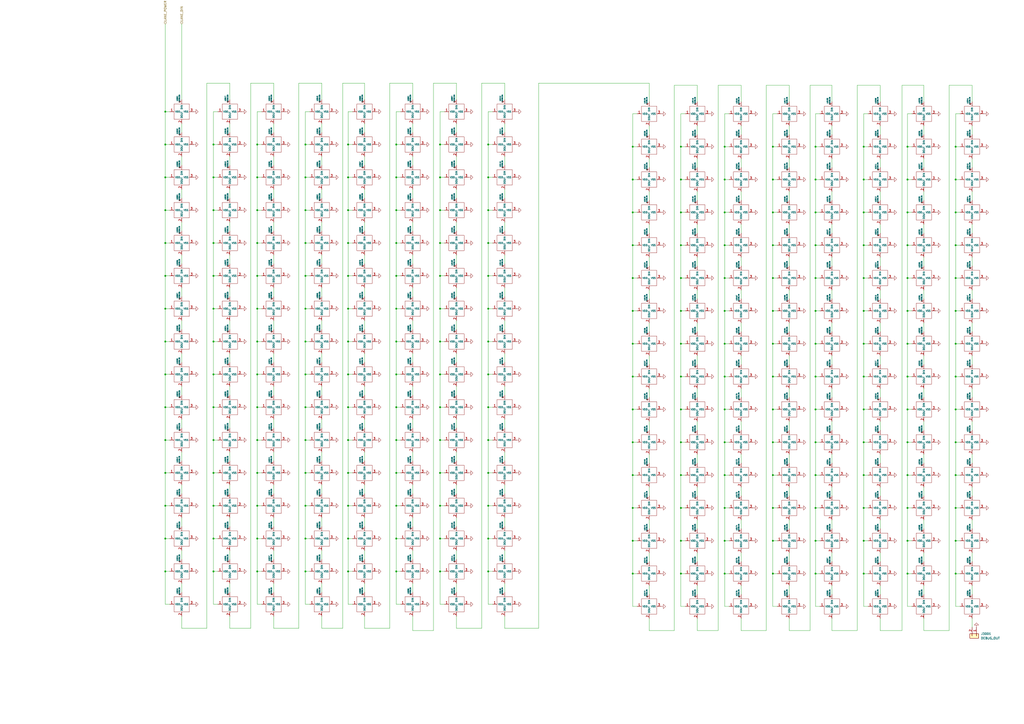
<source format=kicad_sch>
(kicad_sch (version 20230121) (generator eeschema)
  (paper "A2")
  (title_block (date "2022-11-16"))
  (junction (at 420.37 199.39))
  (junction (at 554.355 256.54))
  (junction (at 501.015 161.29))
  (junction (at 448.31 123.19))
  (junction (at 123.825 179.07))
  (junction (at 177.165 255.27))
  (junction (at 95.885 140.97))
  (junction (at 229.87 255.27))
  (junction (at 149.225 121.92))
  (junction (at 554.355 237.49))
  (junction (at 554.355 313.69))
  (junction (at 473.075 237.49))
  (junction (at 201.93 198.12))
  (junction (at 149.225 140.97))
  (junction (at 201.93 255.27))
  (junction (at 448.31 85.09))
  (junction (at 526.415 294.64))
  (junction (at 501.015 180.34))
  (junction (at 95.885 217.17))
  (junction (at 123.825 236.22))
  (junction (at 177.165 198.12))
  (junction (at 501.015 199.39))
  (junction (at 448.31 275.59))
  (junction (at 448.31 313.69))
  (junction (at 554.355 161.29))
  (junction (at 394.97 123.19))
  (junction (at 229.87 331.47))
  (junction (at 283.21 102.87))
  (junction (at 420.37 123.19))
  (junction (at 123.825 274.32))
  (junction (at 367.03 256.54))
  (junction (at 526.415 85.09))
  (junction (at 149.225 198.12))
  (junction (at 420.37 256.54))
  (junction (at 526.415 123.19))
  (junction (at 201.93 160.02))
  (junction (at 473.075 332.74))
  (junction (at 420.37 180.34))
  (junction (at 448.31 199.39))
  (junction (at 420.37 161.29))
  (junction (at 283.21 274.32))
  (junction (at 283.21 121.92))
  (junction (at 283.21 217.17))
  (junction (at 283.21 198.12))
  (junction (at 473.075 275.59))
  (junction (at 501.015 142.24))
  (junction (at 149.225 274.32))
  (junction (at 473.075 142.24))
  (junction (at 255.27 160.02))
  (junction (at 95.885 64.77))
  (junction (at 367.03 104.14))
  (junction (at 255.27 331.47))
  (junction (at 554.355 104.14))
  (junction (at 473.075 313.69))
  (junction (at 526.415 332.74))
  (junction (at 229.87 121.92))
  (junction (at 448.31 294.64))
  (junction (at 526.415 180.34))
  (junction (at 554.355 294.64))
  (junction (at 95.885 179.07))
  (junction (at 95.885 198.12))
  (junction (at 367.03 161.29))
  (junction (at 526.415 142.24))
  (junction (at 554.355 332.74))
  (junction (at 149.225 217.17))
  (junction (at 283.21 160.02))
  (junction (at 367.03 142.24))
  (junction (at 149.225 255.27))
  (junction (at 123.825 140.97))
  (junction (at 367.03 237.49))
  (junction (at 149.225 83.82))
  (junction (at 367.03 294.64))
  (junction (at 501.015 275.59))
  (junction (at 177.165 140.97))
  (junction (at 283.21 236.22))
  (junction (at 448.31 161.29))
  (junction (at 448.31 332.74))
  (junction (at 229.87 198.12))
  (junction (at 95.885 160.02))
  (junction (at 283.21 293.37))
  (junction (at 420.37 218.44))
  (junction (at 255.27 255.27))
  (junction (at 95.885 102.87))
  (junction (at 255.27 236.22))
  (junction (at 177.165 83.82))
  (junction (at 201.93 140.97))
  (junction (at 123.825 160.02))
  (junction (at 526.415 104.14))
  (junction (at 255.27 274.32))
  (junction (at 526.415 237.49))
  (junction (at 394.97 237.49))
  (junction (at 420.37 294.64))
  (junction (at 473.075 104.14))
  (junction (at 526.415 161.29))
  (junction (at 283.21 312.42))
  (junction (at 255.27 179.07))
  (junction (at 501.015 218.44))
  (junction (at 501.015 332.74))
  (junction (at 95.885 255.27))
  (junction (at 201.93 179.07))
  (junction (at 420.37 332.74))
  (junction (at 394.97 199.39))
  (junction (at 123.825 293.37))
  (junction (at 448.31 104.14))
  (junction (at 473.075 199.39))
  (junction (at 526.415 275.59))
  (junction (at 394.97 180.34))
  (junction (at 283.21 255.27))
  (junction (at 473.075 294.64))
  (junction (at 229.87 179.07))
  (junction (at 123.825 102.87))
  (junction (at 95.885 83.82))
  (junction (at 283.21 140.97))
  (junction (at 473.075 85.09))
  (junction (at 229.87 217.17))
  (junction (at 554.355 180.34))
  (junction (at 501.015 256.54))
  (junction (at 149.225 102.87))
  (junction (at 448.31 142.24))
  (junction (at 229.87 160.02))
  (junction (at 123.825 198.12))
  (junction (at 394.97 275.59))
  (junction (at 149.225 236.22))
  (junction (at 229.87 293.37))
  (junction (at 255.27 83.82))
  (junction (at 255.27 198.12))
  (junction (at 554.355 275.59))
  (junction (at 448.31 180.34))
  (junction (at 229.87 83.82))
  (junction (at 95.885 312.42))
  (junction (at 229.87 236.22))
  (junction (at 177.165 121.92))
  (junction (at 201.93 102.87))
  (junction (at 255.27 121.92))
  (junction (at 229.87 102.87))
  (junction (at 255.27 102.87))
  (junction (at 123.825 121.92))
  (junction (at 501.015 85.09))
  (junction (at 255.27 312.42))
  (junction (at 177.165 331.47))
  (junction (at 420.37 85.09))
  (junction (at 501.015 294.64))
  (junction (at 367.03 85.09))
  (junction (at 95.885 121.92))
  (junction (at 394.97 142.24))
  (junction (at 177.165 217.17))
  (junction (at 177.165 293.37))
  (junction (at 420.37 142.24))
  (junction (at 554.355 85.09))
  (junction (at 177.165 312.42))
  (junction (at 554.355 218.44))
  (junction (at 501.015 313.69))
  (junction (at 394.97 313.69))
  (junction (at 473.075 180.34))
  (junction (at 367.03 313.69))
  (junction (at 177.165 236.22))
  (junction (at 95.885 293.37))
  (junction (at 526.415 199.39))
  (junction (at 123.825 331.47))
  (junction (at 526.415 218.44))
  (junction (at 526.415 313.69))
  (junction (at 367.03 180.34))
  (junction (at 473.075 256.54))
  (junction (at 201.93 293.37))
  (junction (at 526.415 256.54))
  (junction (at 177.165 102.87))
  (junction (at 448.31 256.54))
  (junction (at 473.075 161.29))
  (junction (at 367.03 275.59))
  (junction (at 420.37 104.14))
  (junction (at 201.93 274.32))
  (junction (at 394.97 104.14))
  (junction (at 177.165 274.32))
  (junction (at 177.165 179.07))
  (junction (at 255.27 217.17))
  (junction (at 201.93 236.22))
  (junction (at 394.97 218.44))
  (junction (at 177.165 160.02))
  (junction (at 283.21 83.82))
  (junction (at 95.885 274.32))
  (junction (at 367.03 123.19))
  (junction (at 420.37 313.69))
  (junction (at 95.885 331.47))
  (junction (at 420.37 275.59))
  (junction (at 554.355 199.39))
  (junction (at 501.015 104.14))
  (junction (at 448.31 218.44))
  (junction (at 123.825 217.17))
  (junction (at 394.97 161.29))
  (junction (at 473.075 123.19))
  (junction (at 394.97 256.54))
  (junction (at 149.225 312.42))
  (junction (at 255.27 140.97))
  (junction (at 123.825 312.42))
  (junction (at 367.03 218.44))
  (junction (at 229.87 274.32))
  (junction (at 473.075 218.44))
  (junction (at 501.015 123.19))
  (junction (at 201.93 217.17))
  (junction (at 367.03 199.39))
  (junction (at 149.225 160.02))
  (junction (at 394.97 85.09))
  (junction (at 123.825 83.82))
  (junction (at 95.885 236.22))
  (junction (at 149.225 331.47))
  (junction (at 229.87 140.97))
  (junction (at 420.37 237.49))
  (junction (at 367.03 332.74))
  (junction (at 554.355 142.24))
  (junction (at 201.93 83.82))
  (junction (at 123.825 255.27))
  (junction (at 229.87 312.42))
  (junction (at 283.21 331.47))
  (junction (at 201.93 121.92))
  (junction (at 149.225 293.37))
  (junction (at 554.355 123.19))
  (junction (at 255.27 293.37))
  (junction (at 448.31 237.49))
  (junction (at 394.97 332.74))
  (junction (at 149.225 179.07))
  (junction (at 201.93 312.42))
  (junction (at 283.21 179.07))
  (junction (at 394.97 294.64))
  (junction (at 201.93 331.47))
  (junction (at 501.015 237.49))
  (wire (pts (xy 105.41 95.885) (xy 105.41 90.805)))
  (wire (pts (xy 158.75 286.385) (xy 158.75 281.305)))
  (wire (pts (xy 473.075 332.74) (xy 473.075 313.69)))
  (wire (pts (xy 283.21 179.07) (xy 283.21 160.02)))
  (wire (pts (xy 475.615 313.69) (xy 473.075 313.69)))
  (wire (pts (xy 482.6 135.255) (xy 482.6 130.175)))
  (wire (pts (xy 510.54 116.205) (xy 510.54 111.125)))
  (wire (pts (xy 283.21 331.47) (xy 283.21 312.42)))
  (wire (pts (xy 422.91 294.64) (xy 420.37 294.64)))
  (wire (pts (xy 257.81 160.02) (xy 255.27 160.02)))
  (wire (pts (xy 510.54 97.155) (xy 510.54 92.075)))
  (wire (pts (xy 404.495 306.705) (xy 404.495 301.625)))
  (wire (pts (xy 457.835 344.805) (xy 457.835 339.725)))
  (wire (pts (xy 404.495 211.455) (xy 404.495 206.375)))
  (wire (pts (xy 535.94 154.305) (xy 535.94 149.225)))
  (wire (pts (xy 232.41 350.52) (xy 229.87 350.52)))
  (wire (pts (xy 292.735 95.885) (xy 292.735 90.805)))
  (wire (pts (xy 105.41 76.835) (xy 105.41 71.755)))
  (wire (pts (xy 133.35 76.835) (xy 133.35 71.755)))
  (wire (pts (xy 105.41 248.285) (xy 105.41 243.205)))
  (wire (pts (xy 563.88 230.505) (xy 563.88 225.425)))
  (wire (pts (xy 563.88 211.455) (xy 563.88 206.375)))
  (wire (pts (xy 367.03 142.24) (xy 367.03 123.19)))
  (wire (pts (xy 422.91 256.54) (xy 420.37 256.54)))
  (wire (pts (xy 556.895 237.49) (xy 554.355 237.49)))
  (wire (pts (xy 457.835 365.76) (xy 469.9 365.76)))
  (wire (pts (xy 448.31 180.34) (xy 448.31 161.29)))
  (wire (pts (xy 422.91 351.79) (xy 420.37 351.79)))
  (wire (pts (xy 535.94 192.405) (xy 535.94 187.325)))
  (wire (pts (xy 367.03 351.79) (xy 367.03 332.74)))
  (wire (pts (xy 475.615 161.29) (xy 473.075 161.29)))
  (wire (pts (xy 422.91 275.59) (xy 420.37 275.59)))
  (wire (pts (xy 394.97 218.44) (xy 394.97 199.39)))
  (wire (pts (xy 450.85 218.44) (xy 448.31 218.44)))
  (wire (pts (xy 255.27 121.92) (xy 255.27 102.87)))
  (wire (pts (xy 376.555 306.705) (xy 376.555 301.625)))
  (wire (pts (xy 264.795 248.285) (xy 264.795 243.205)))
  (wire (pts (xy 211.455 248.285) (xy 211.455 243.205)))
  (wire (pts (xy 149.225 331.47) (xy 149.225 312.42)))
  (wire (pts (xy 95.885 160.02) (xy 95.885 140.97)))
  (wire (pts (xy 232.41 64.77) (xy 229.87 64.77)))
  (wire (pts (xy 397.51 256.54) (xy 394.97 256.54)))
  (wire (pts (xy 126.365 121.92) (xy 123.825 121.92)))
  (wire (pts (xy 98.425 274.32) (xy 95.885 274.32)))
  (wire (pts (xy 501.015 180.34) (xy 501.015 161.29)))
  (wire (pts (xy 448.31 142.24) (xy 448.31 123.19)))
  (wire (pts (xy 528.955 66.04) (xy 526.415 66.04)))
  (wire (pts (xy 211.455 172.085) (xy 211.455 167.005)))
  (wire (pts (xy 257.81 312.42) (xy 255.27 312.42)))
  (wire (pts (xy 528.955 180.34) (xy 526.415 180.34)))
  (wire (pts (xy 239.395 76.835) (xy 239.395 71.755)))
  (wire (pts (xy 429.895 135.255) (xy 429.895 130.175)))
  (wire (pts (xy 535.94 49.53) (xy 535.94 59.055)))
  (wire (pts (xy 283.21 121.92) (xy 283.21 102.87)))
  (wire (pts (xy 501.015 294.64) (xy 501.015 275.59)))
  (wire (pts (xy 95.885 236.22) (xy 95.885 217.17)))
  (wire (pts (xy 201.93 179.07) (xy 201.93 160.02)))
  (wire (pts (xy 422.91 161.29) (xy 420.37 161.29)))
  (wire (pts (xy 179.705 198.12) (xy 177.165 198.12)))
  (wire (pts (xy 429.895 249.555) (xy 429.895 244.475)))
  (wire (pts (xy 429.895 192.405) (xy 429.895 187.325)))
  (wire (pts (xy 292.735 364.49) (xy 312.42 364.49)))
  (wire (pts (xy 229.87 179.07) (xy 229.87 160.02)))
  (wire (pts (xy 429.895 230.505) (xy 429.895 225.425)))
  (wire (pts (xy 255.27 274.32) (xy 255.27 255.27)))
  (wire (pts (xy 292.735 305.435) (xy 292.735 300.355)))
  (wire (pts (xy 535.94 135.255) (xy 535.94 130.175)))
  (wire (pts (xy 404.495 154.305) (xy 404.495 149.225)))
  (wire (pts (xy 510.54 135.255) (xy 510.54 130.175)))
  (wire (pts (xy 292.735 48.26) (xy 292.735 57.785)))
  (wire (pts (xy 503.555 275.59) (xy 501.015 275.59)))
  (wire (pts (xy 149.225 217.17) (xy 149.225 198.12)))
  (wire (pts (xy 105.41 364.49) (xy 120.015 364.49)))
  (wire (pts (xy 473.075 256.54) (xy 473.075 237.49)))
  (wire (pts (xy 149.225 83.82) (xy 149.225 64.77)))
  (wire (pts (xy 292.735 153.035) (xy 292.735 147.955)))
  (wire (pts (xy 503.555 294.64) (xy 501.015 294.64)))
  (wire (pts (xy 475.615 237.49) (xy 473.075 237.49)))
  (wire (pts (xy 369.57 351.79) (xy 367.03 351.79)))
  (wire (pts (xy 126.365 236.22) (xy 123.825 236.22)))
  (wire (pts (xy 232.41 293.37) (xy 229.87 293.37)))
  (wire (pts (xy 376.555 192.405) (xy 376.555 187.325)))
  (wire (pts (xy 226.06 364.49) (xy 226.06 48.26)))
  (wire (pts (xy 367.03 256.54) (xy 367.03 237.49)))
  (wire (pts (xy 429.895 365.76) (xy 444.5 365.76)))
  (wire (pts (xy 204.47 160.02) (xy 201.93 160.02)))
  (wire (pts (xy 123.825 198.12) (xy 123.825 179.07)))
  (wire (pts (xy 229.87 83.82) (xy 229.87 64.77)))
  (wire (pts (xy 151.765 102.87) (xy 149.225 102.87)))
  (wire (pts (xy 257.81 293.37) (xy 255.27 293.37)))
  (wire (pts (xy 369.57 256.54) (xy 367.03 256.54)))
  (wire (pts (xy 229.87 331.47) (xy 229.87 312.42)))
  (wire (pts (xy 482.6 78.105) (xy 482.6 73.025)))
  (wire (pts (xy 510.54 249.555) (xy 510.54 244.475)))
  (wire (pts (xy 264.795 324.485) (xy 264.795 319.405)))
  (wire (pts (xy 151.765 255.27) (xy 149.225 255.27)))
  (wire (pts (xy 226.06 48.26) (xy 239.395 48.26)))
  (wire (pts (xy 211.455 229.235) (xy 211.455 224.155)))
  (wire (pts (xy 416.56 365.76) (xy 416.56 49.53)))
  (wire (pts (xy 179.705 83.82) (xy 177.165 83.82)))
  (wire (pts (xy 397.51 294.64) (xy 394.97 294.64)))
  (wire (pts (xy 133.35 191.135) (xy 133.35 186.055)))
  (wire (pts (xy 177.165 350.52) (xy 177.165 331.47)))
  (wire (pts (xy 482.6 173.355) (xy 482.6 168.275)))
  (wire (pts (xy 151.765 236.22) (xy 149.225 236.22)))
  (wire (pts (xy 526.415 218.44) (xy 526.415 199.39)))
  (wire (pts (xy 149.225 198.12) (xy 149.225 179.07)))
  (wire (pts (xy 528.955 199.39) (xy 526.415 199.39)))
  (wire (pts (xy 422.91 199.39) (xy 420.37 199.39)))
  (wire (pts (xy 239.395 172.085) (xy 239.395 167.005)))
  (wire (pts (xy 556.895 142.24) (xy 554.355 142.24)))
  (wire (pts (xy 292.735 229.235) (xy 292.735 224.155)))
  (wire (pts (xy 186.69 357.505) (xy 186.69 364.49)))
  (wire (pts (xy 126.365 64.77) (xy 123.825 64.77)))
  (wire (pts (xy 98.425 217.17) (xy 95.885 217.17)))
  (wire (pts (xy 239.395 343.535) (xy 239.395 338.455)))
  (wire (pts (xy 211.455 357.505) (xy 211.455 364.49)))
  (wire (pts (xy 229.87 160.02) (xy 229.87 140.97)))
  (wire (pts (xy 404.495 97.155) (xy 404.495 92.075)))
  (wire (pts (xy 98.425 331.47) (xy 95.885 331.47)))
  (wire (pts (xy 420.37 351.79) (xy 420.37 332.74)))
  (wire (pts (xy 123.825 217.17) (xy 123.825 198.12)))
  (wire (pts (xy 503.555 161.29) (xy 501.015 161.29)))
  (wire (pts (xy 501.015 123.19) (xy 501.015 104.14)))
  (wire (pts (xy 473.075 294.64) (xy 473.075 275.59)))
  (wire (pts (xy 239.395 95.885) (xy 239.395 90.805)))
  (wire (pts (xy 535.94 306.705) (xy 535.94 301.625)))
  (wire (pts (xy 255.27 312.42) (xy 255.27 293.37)))
  (wire (pts (xy 535.94 173.355) (xy 535.94 168.275)))
  (wire (pts (xy 473.075 104.14) (xy 473.075 85.09)))
  (wire (pts (xy 450.85 66.04) (xy 448.31 66.04)))
  (wire (pts (xy 95.885 255.27) (xy 95.885 236.22)))
  (wire (pts (xy 123.825 179.07) (xy 123.825 160.02)))
  (wire (pts (xy 179.705 331.47) (xy 177.165 331.47)))
  (wire (pts (xy 554.355 180.34) (xy 554.355 161.29)))
  (wire (pts (xy 397.51 123.19) (xy 394.97 123.19)))
  (wire (pts (xy 397.51 142.24) (xy 394.97 142.24)))
  (wire (pts (xy 420.37 161.29) (xy 420.37 142.24)))
  (wire (pts (xy 376.555 78.105) (xy 376.555 73.025)))
  (wire (pts (xy 123.825 350.52) (xy 123.825 331.47)))
  (wire (pts (xy 550.545 365.76) (xy 550.545 49.53)))
  (wire (pts (xy 133.35 172.085) (xy 133.35 167.005)))
  (wire (pts (xy 239.395 210.185) (xy 239.395 205.105)))
  (wire (pts (xy 177.165 331.47) (xy 177.165 312.42)))
  (wire (pts (xy 429.895 306.705) (xy 429.895 301.625)))
  (wire (pts (xy 239.395 191.135) (xy 239.395 186.055)))
  (wire (pts (xy 497.205 49.53) (xy 510.54 49.53)))
  (wire (pts (xy 376.555 344.805) (xy 376.555 339.725)))
  (wire (pts (xy 457.835 287.655) (xy 457.835 282.575)))
  (wire (pts (xy 528.955 218.44) (xy 526.415 218.44)))
  (wire (pts (xy 429.895 325.755) (xy 429.895 320.675)))
  (wire (pts (xy 239.395 267.335) (xy 239.395 262.255)))
  (wire (pts (xy 429.895 358.775) (xy 429.895 365.76)))
  (wire (pts (xy 450.85 294.64) (xy 448.31 294.64)))
  (wire (pts (xy 151.765 293.37) (xy 149.225 293.37)))
  (wire (pts (xy 204.47 236.22) (xy 201.93 236.22)))
  (wire (pts (xy 450.85 313.69) (xy 448.31 313.69)))
  (wire (pts (xy 563.88 344.805) (xy 563.88 339.725)))
  (wire (pts (xy 105.41 191.135) (xy 105.41 186.055)))
  (wire (pts (xy 257.81 331.47) (xy 255.27 331.47)))
  (wire (pts (xy 473.075 351.79) (xy 473.075 332.74)))
  (wire (pts (xy 420.37 142.24) (xy 420.37 123.19)))
  (wire (pts (xy 232.41 236.22) (xy 229.87 236.22)))
  (wire (pts (xy 201.93 102.87) (xy 201.93 83.82)))
  (wire (pts (xy 251.46 365.76) (xy 251.46 48.26)))
  (wire (pts (xy 394.97 180.34) (xy 394.97 161.29)))
  (wire (pts (xy 229.87 350.52) (xy 229.87 331.47)))
  (wire (pts (xy 95.885 102.87) (xy 95.885 83.82)))
  (wire (pts (xy 232.41 179.07) (xy 229.87 179.07)))
  (wire (pts (xy 450.85 275.59) (xy 448.31 275.59)))
  (wire (pts (xy 444.5 365.76) (xy 444.5 49.53)))
  (wire (pts (xy 397.51 313.69) (xy 394.97 313.69)))
  (wire (pts (xy 503.555 123.19) (xy 501.015 123.19)))
  (wire (pts (xy 510.54 154.305) (xy 510.54 149.225)))
  (wire (pts (xy 98.425 121.92) (xy 95.885 121.92)))
  (wire (pts (xy 186.69 172.085) (xy 186.69 167.005)))
  (wire (pts (xy 457.835 116.205) (xy 457.835 111.125)))
  (wire (pts (xy 257.81 198.12) (xy 255.27 198.12)))
  (wire (pts (xy 535.94 358.775) (xy 535.94 365.76)))
  (wire (pts (xy 232.41 255.27) (xy 229.87 255.27)))
  (wire (pts (xy 179.705 350.52) (xy 177.165 350.52)))
  (wire (pts (xy 429.895 78.105) (xy 429.895 73.025)))
  (wire (pts (xy 448.31 123.19) (xy 448.31 104.14)))
  (wire (pts (xy 201.93 217.17) (xy 201.93 198.12)))
  (wire (pts (xy 126.365 331.47) (xy 123.825 331.47)))
  (wire (pts (xy 376.555 97.155) (xy 376.555 92.075)))
  (wire (pts (xy 482.6 325.755) (xy 482.6 320.675)))
  (wire (pts (xy 469.9 365.76) (xy 469.9 49.53)))
  (wire (pts (xy 526.415 123.19) (xy 526.415 104.14)))
  (wire (pts (xy 158.75 57.785) (xy 158.75 48.26)))
  (wire (pts (xy 420.37 237.49) (xy 420.37 218.44)))
  (wire (pts (xy 204.47 179.07) (xy 201.93 179.07)))
  (wire (pts (xy 158.75 267.335) (xy 158.75 262.255)))
  (wire (pts (xy 149.225 293.37) (xy 149.225 274.32)))
  (wire (pts (xy 397.51 161.29) (xy 394.97 161.29)))
  (wire (pts (xy 105.41 114.935) (xy 105.41 109.855)))
  (wire (pts (xy 179.705 179.07) (xy 177.165 179.07)))
  (wire (pts (xy 450.85 237.49) (xy 448.31 237.49)))
  (wire (pts (xy 95.885 274.32) (xy 95.885 255.27)))
  (wire (pts (xy 257.81 140.97) (xy 255.27 140.97)))
  (wire (pts (xy 186.69 343.535) (xy 186.69 338.455)))
  (wire (pts (xy 420.37 218.44) (xy 420.37 199.39)))
  (wire (pts (xy 239.395 248.285) (xy 239.395 243.205)))
  (wire (pts (xy 211.455 57.785) (xy 211.455 48.26)))
  (wire (pts (xy 133.35 153.035) (xy 133.35 147.955)))
  (wire (pts (xy 186.69 364.49) (xy 198.755 364.49)))
  (wire (pts (xy 179.705 274.32) (xy 177.165 274.32)))
  (wire (pts (xy 469.9 49.53) (xy 482.6 49.53)))
  (wire (pts (xy 255.27 236.22) (xy 255.27 217.17)))
  (wire (pts (xy 201.93 312.42) (xy 201.93 293.37)))
  (wire (pts (xy 429.895 287.655) (xy 429.895 282.575)))
  (wire (pts (xy 457.835 325.755) (xy 457.835 320.675)))
  (wire (pts (xy 201.93 198.12) (xy 201.93 179.07)))
  (wire (pts (xy 292.735 343.535) (xy 292.735 338.455)))
  (wire (pts (xy 151.765 198.12) (xy 149.225 198.12)))
  (wire (pts (xy 179.705 293.37) (xy 177.165 293.37)))
  (wire (pts (xy 186.69 267.335) (xy 186.69 262.255)))
  (wire (pts (xy 123.825 83.82) (xy 123.825 64.77)))
  (wire (pts (xy 133.35 95.885) (xy 133.35 90.805)))
  (wire (pts (xy 376.555 325.755) (xy 376.555 320.675)))
  (wire (pts (xy 211.455 305.435) (xy 211.455 300.355)))
  (wire (pts (xy 482.6 249.555) (xy 482.6 244.475)))
  (wire (pts (xy 369.57 199.39) (xy 367.03 199.39)))
  (wire (pts (xy 211.455 343.535) (xy 211.455 338.455)))
  (wire (pts (xy 232.41 198.12) (xy 229.87 198.12)))
  (wire (pts (xy 535.94 97.155) (xy 535.94 92.075)))
  (wire (pts (xy 450.85 161.29) (xy 448.31 161.29)))
  (wire (pts (xy 285.75 255.27) (xy 283.21 255.27)))
  (wire (pts (xy 186.69 76.835) (xy 186.69 71.755)))
  (wire (pts (xy 186.69 248.285) (xy 186.69 243.205)))
  (wire (pts (xy 475.615 142.24) (xy 473.075 142.24)))
  (wire (pts (xy 429.895 344.805) (xy 429.895 339.725)))
  (wire (pts (xy 554.355 256.54) (xy 554.355 237.49)))
  (wire (pts (xy 422.91 66.04) (xy 420.37 66.04)))
  (wire (pts (xy 179.705 217.17) (xy 177.165 217.17)))
  (wire (pts (xy 204.47 293.37) (xy 201.93 293.37)))
  (wire (pts (xy 376.555 268.605) (xy 376.555 263.525)))
  (wire (pts (xy 420.37 180.34) (xy 420.37 161.29)))
  (wire (pts (xy 369.57 142.24) (xy 367.03 142.24)))
  (wire (pts (xy 98.425 102.87) (xy 95.885 102.87)))
  (wire (pts (xy 198.755 48.26) (xy 211.455 48.26)))
  (wire (pts (xy 177.165 102.87) (xy 177.165 83.82)))
  (wire (pts (xy 283.21 236.22) (xy 283.21 217.17)))
  (wire (pts (xy 528.955 161.29) (xy 526.415 161.29)))
  (wire (pts (xy 556.895 66.04) (xy 554.355 66.04)))
  (wire (pts (xy 501.015 104.14) (xy 501.015 85.09)))
  (wire (pts (xy 526.415 180.34) (xy 526.415 161.29)))
  (wire (pts (xy 198.755 364.49) (xy 198.755 48.26)))
  (wire (pts (xy 501.015 85.09) (xy 501.015 66.04)))
  (wire (pts (xy 285.75 293.37) (xy 283.21 293.37)))
  (wire (pts (xy 105.41 305.435) (xy 105.41 300.355)))
  (wire (pts (xy 528.955 294.64) (xy 526.415 294.64)))
  (wire (pts (xy 158.75 248.285) (xy 158.75 243.205)))
  (wire (pts (xy 133.35 364.49) (xy 145.415 364.49)))
  (wire (pts (xy 422.91 104.14) (xy 420.37 104.14)))
  (wire (pts (xy 528.955 85.09) (xy 526.415 85.09)))
  (wire (pts (xy 285.75 312.42) (xy 283.21 312.42)))
  (wire (pts (xy 105.41 210.185) (xy 105.41 205.105)))
  (wire (pts (xy 448.31 161.29) (xy 448.31 142.24)))
  (wire (pts (xy 120.015 48.26) (xy 133.35 48.26)))
  (wire (pts (xy 264.795 57.785) (xy 264.795 48.26)))
  (wire (pts (xy 482.6 211.455) (xy 482.6 206.375)))
  (wire (pts (xy 501.015 218.44) (xy 501.015 199.39)))
  (wire (pts (xy 204.47 102.87) (xy 201.93 102.87)))
  (wire (pts (xy 394.97 332.74) (xy 394.97 313.69)))
  (wire (pts (xy 186.69 153.035) (xy 186.69 147.955)))
  (wire (pts (xy 229.87 198.12) (xy 229.87 179.07)))
  (wire (pts (xy 367.03 180.34) (xy 367.03 161.29)))
  (wire (pts (xy 563.88 358.775) (xy 563.88 363.855)))
  (wire (pts (xy 429.895 97.155) (xy 429.895 92.075)))
  (wire (pts (xy 556.895 218.44) (xy 554.355 218.44)))
  (wire (pts (xy 158.75 133.985) (xy 158.75 128.905)))
  (wire (pts (xy 145.415 48.26) (xy 158.75 48.26)))
  (wire (pts (xy 510.54 78.105) (xy 510.54 73.025)))
  (wire (pts (xy 556.895 199.39) (xy 554.355 199.39)))
  (wire (pts (xy 126.365 255.27) (xy 123.825 255.27)))
  (wire (pts (xy 429.895 116.205) (xy 429.895 111.125)))
  (wire (pts (xy 201.93 350.52) (xy 201.93 331.47)))
  (wire (pts (xy 158.75 191.135) (xy 158.75 186.055)))
  (wire (pts (xy 475.615 180.34) (xy 473.075 180.34)))
  (wire (pts (xy 420.37 275.59) (xy 420.37 256.54)))
  (wire (pts (xy 535.94 365.76) (xy 550.545 365.76)))
  (wire (pts (xy 416.56 49.53) (xy 429.895 49.53)))
  (wire (pts (xy 158.75 172.085) (xy 158.75 167.005)))
  (wire (pts (xy 482.6 268.605) (xy 482.6 263.525)))
  (wire (pts (xy 264.795 133.985) (xy 264.795 128.905)))
  (wire (pts (xy 151.765 331.47) (xy 149.225 331.47)))
  (wire (pts (xy 429.895 211.455) (xy 429.895 206.375)))
  (wire (pts (xy 229.87 121.92) (xy 229.87 102.87)))
  (wire (pts (xy 367.03 218.44) (xy 367.03 199.39)))
  (wire (pts (xy 204.47 64.77) (xy 201.93 64.77)))
  (wire (pts (xy 149.225 179.07) (xy 149.225 160.02)))
  (wire (pts (xy 232.41 83.82) (xy 229.87 83.82)))
  (wire (pts (xy 482.6 306.705) (xy 482.6 301.625)))
  (wire (pts (xy 149.225 255.27) (xy 149.225 236.22)))
  (wire (pts (xy 151.765 64.77) (xy 149.225 64.77)))
  (wire (pts (xy 123.825 121.92) (xy 123.825 102.87)))
  (wire (pts (xy 448.31 256.54) (xy 448.31 237.49)))
  (wire (pts (xy 232.41 121.92) (xy 229.87 121.92)))
  (wire (pts (xy 158.75 210.185) (xy 158.75 205.105)))
  (wire (pts (xy 95.885 140.97) (xy 95.885 121.92)))
  (wire (pts (xy 133.35 48.26) (xy 133.35 57.785)))
  (wire (pts (xy 98.425 83.82) (xy 95.885 83.82)))
  (wire (pts (xy 526.415 313.69) (xy 526.415 294.64)))
  (wire (pts (xy 528.955 313.69) (xy 526.415 313.69)))
  (wire (pts (xy 376.555 249.555) (xy 376.555 244.475)))
  (wire (pts (xy 179.705 312.42) (xy 177.165 312.42)))
  (wire (pts (xy 151.765 312.42) (xy 149.225 312.42)))
  (wire (pts (xy 448.31 85.09) (xy 448.31 66.04)))
  (wire (pts (xy 556.895 275.59) (xy 554.355 275.59)))
  (wire (pts (xy 394.97 85.09) (xy 394.97 66.04)))
  (wire (pts (xy 251.46 48.26) (xy 264.795 48.26)))
  (wire (pts (xy 394.97 256.54) (xy 394.97 237.49)))
  (wire (pts (xy 554.355 294.64) (xy 554.355 275.59)))
  (wire (pts (xy 503.555 218.44) (xy 501.015 218.44)))
  (wire (pts (xy 526.415 256.54) (xy 526.415 237.49)))
  (wire (pts (xy 229.87 274.32) (xy 229.87 255.27)))
  (wire (pts (xy 133.35 324.485) (xy 133.35 319.405)))
  (wire (pts (xy 211.455 133.985) (xy 211.455 128.905)))
  (wire (pts (xy 510.54 230.505) (xy 510.54 225.425)))
  (wire (pts (xy 158.75 324.485) (xy 158.75 319.405)))
  (wire (pts (xy 535.94 249.555) (xy 535.94 244.475)))
  (wire (pts (xy 563.88 135.255) (xy 563.88 130.175)))
  (wire (pts (xy 420.37 85.09) (xy 420.37 66.04)))
  (wire (pts (xy 367.03 161.29) (xy 367.03 142.24)))
  (wire (pts (xy 404.495 230.505) (xy 404.495 225.425)))
  (wire (pts (xy 292.735 172.085) (xy 292.735 167.005)))
  (wire (pts (xy 556.895 256.54) (xy 554.355 256.54)))
  (wire (pts (xy 510.54 49.53) (xy 510.54 59.055)))
  (wire (pts (xy 457.835 358.775) (xy 457.835 365.76)))
  (wire (pts (xy 133.35 248.285) (xy 133.35 243.205)))
  (wire (pts (xy 239.395 153.035) (xy 239.395 147.955)))
  (wire (pts (xy 257.81 255.27) (xy 255.27 255.27)))
  (wire (pts (xy 523.24 49.53) (xy 535.94 49.53)))
  (wire (pts (xy 397.51 218.44) (xy 394.97 218.44)))
  (wire (pts (xy 201.93 83.82) (xy 201.93 64.77)))
  (wire (pts (xy 526.415 351.79) (xy 526.415 332.74)))
  (wire (pts (xy 554.355 218.44) (xy 554.355 199.39)))
  (wire (pts (xy 283.21 198.12) (xy 283.21 179.07)))
  (wire (pts (xy 95.885 350.52) (xy 95.885 331.47)))
  (wire (pts (xy 397.51 104.14) (xy 394.97 104.14)))
  (wire (pts (xy 556.895 294.64) (xy 554.355 294.64)))
  (wire (pts (xy 448.31 237.49) (xy 448.31 218.44)))
  (wire (pts (xy 482.6 358.775) (xy 482.6 365.76)))
  (wire (pts (xy 510.54 211.455) (xy 510.54 206.375)))
  (wire (pts (xy 510.54 268.605) (xy 510.54 263.525)))
  (wire (pts (xy 550.545 49.53) (xy 563.88 49.53)))
  (wire (pts (xy 503.555 66.04) (xy 501.015 66.04)))
  (wire (pts (xy 255.27 160.02) (xy 255.27 140.97)))
  (wire (pts (xy 429.895 268.605) (xy 429.895 263.525)))
  (wire (pts (xy 404.495 173.355) (xy 404.495 168.275)))
  (wire (pts (xy 105.41 57.785) (xy 105.41 13.97)))
  (wire (pts (xy 255.27 198.12) (xy 255.27 179.07)))
  (wire (pts (xy 473.075 161.29) (xy 473.075 142.24)))
  (wire (pts (xy 556.895 351.79) (xy 554.355 351.79)))
  (wire (pts (xy 283.21 255.27) (xy 283.21 236.22)))
  (wire (pts (xy 376.555 48.26) (xy 376.555 59.055)))
  (wire (pts (xy 397.51 180.34) (xy 394.97 180.34)))
  (wire (pts (xy 177.165 293.37) (xy 177.165 274.32)))
  (wire (pts (xy 186.69 229.235) (xy 186.69 224.155)))
  (wire (pts (xy 98.425 64.77) (xy 95.885 64.77)))
  (wire (pts (xy 285.75 236.22) (xy 283.21 236.22)))
  (wire (pts (xy 420.37 123.19) (xy 420.37 104.14)))
  (wire (pts (xy 126.365 293.37) (xy 123.825 293.37)))
  (wire (pts (xy 556.895 180.34) (xy 554.355 180.34)))
  (wire (pts (xy 501.015 199.39) (xy 501.015 180.34)))
  (wire (pts (xy 264.795 343.535) (xy 264.795 338.455)))
  (wire (pts (xy 448.31 294.64) (xy 448.31 275.59)))
  (wire (pts (xy 149.225 236.22) (xy 149.225 217.17)))
  (wire (pts (xy 397.51 85.09) (xy 394.97 85.09)))
  (wire (pts (xy 563.88 287.655) (xy 563.88 282.575)))
  (wire (pts (xy 475.615 351.79) (xy 473.075 351.79)))
  (wire (pts (xy 473.075 218.44) (xy 473.075 199.39)))
  (wire (pts (xy 475.615 275.59) (xy 473.075 275.59)))
  (wire (pts (xy 151.765 140.97) (xy 149.225 140.97)))
  (wire (pts (xy 264.795 76.835) (xy 264.795 71.755)))
  (wire (pts (xy 239.395 286.385) (xy 239.395 281.305)))
  (wire (pts (xy 501.015 275.59) (xy 501.015 256.54)))
  (wire (pts (xy 448.31 351.79) (xy 448.31 332.74)))
  (wire (pts (xy 283.21 102.87) (xy 283.21 83.82)))
  (wire (pts (xy 367.03 199.39) (xy 367.03 180.34)))
  (wire (pts (xy 510.54 173.355) (xy 510.54 168.275)))
  (wire (pts (xy 523.24 365.76) (xy 523.24 49.53)))
  (wire (pts (xy 126.365 198.12) (xy 123.825 198.12)))
  (wire (pts (xy 204.47 350.52) (xy 201.93 350.52)))
  (wire (pts (xy 367.03 332.74) (xy 367.03 313.69)))
  (wire (pts (xy 292.735 191.135) (xy 292.735 186.055)))
  (wire (pts (xy 369.57 237.49) (xy 367.03 237.49)))
  (wire (pts (xy 179.705 121.92) (xy 177.165 121.92)))
  (wire (pts (xy 482.6 192.405) (xy 482.6 187.325)))
  (wire (pts (xy 503.555 237.49) (xy 501.015 237.49)))
  (wire (pts (xy 279.4 48.26) (xy 292.735 48.26)))
  (wire (pts (xy 369.57 123.19) (xy 367.03 123.19)))
  (wire (pts (xy 457.835 211.455) (xy 457.835 206.375)))
  (wire (pts (xy 482.6 116.205) (xy 482.6 111.125)))
  (wire (pts (xy 285.75 274.32) (xy 283.21 274.32)))
  (wire (pts (xy 201.93 255.27) (xy 201.93 236.22)))
  (wire (pts (xy 510.54 306.705) (xy 510.54 301.625)))
  (wire (pts (xy 186.69 305.435) (xy 186.69 300.355)))
  (wire (pts (xy 312.42 48.26) (xy 376.555 48.26)))
  (wire (pts (xy 105.41 172.085) (xy 105.41 167.005)))
  (wire (pts (xy 229.87 102.87) (xy 229.87 83.82)))
  (wire (pts (xy 186.69 324.485) (xy 186.69 319.405)))
  (wire (pts (xy 204.47 331.47) (xy 201.93 331.47)))
  (wire (pts (xy 264.795 267.335) (xy 264.795 262.255)))
  (wire (pts (xy 158.75 364.49) (xy 173.355 364.49)))
  (wire (pts (xy 369.57 161.29) (xy 367.03 161.29)))
  (wire (pts (xy 264.795 229.235) (xy 264.795 224.155)))
  (wire (pts (xy 285.75 83.82) (xy 283.21 83.82)))
  (wire (pts (xy 105.41 357.505) (xy 105.41 364.49)))
  (wire (pts (xy 257.81 83.82) (xy 255.27 83.82)))
  (wire (pts (xy 563.88 154.305) (xy 563.88 149.225)))
  (wire (pts (xy 179.705 102.87) (xy 177.165 102.87)))
  (wire (pts (xy 422.91 85.09) (xy 420.37 85.09)))
  (wire (pts (xy 126.365 160.02) (xy 123.825 160.02)))
  (wire (pts (xy 397.51 351.79) (xy 394.97 351.79)))
  (wire (pts (xy 457.835 249.555) (xy 457.835 244.475)))
  (wire (pts (xy 563.88 306.705) (xy 563.88 301.625)))
  (wire (pts (xy 158.75 95.885) (xy 158.75 90.805)))
  (wire (pts (xy 292.735 286.385) (xy 292.735 281.305)))
  (wire (pts (xy 177.165 312.42) (xy 177.165 293.37)))
  (wire (pts (xy 482.6 365.76) (xy 497.205 365.76)))
  (wire (pts (xy 257.81 274.32) (xy 255.27 274.32)))
  (wire (pts (xy 151.765 160.02) (xy 149.225 160.02)))
  (wire (pts (xy 179.705 160.02) (xy 177.165 160.02)))
  (wire (pts (xy 457.835 78.105) (xy 457.835 73.025)))
  (wire (pts (xy 503.555 199.39) (xy 501.015 199.39)))
  (wire (pts (xy 448.31 313.69) (xy 448.31 294.64)))
  (wire (pts (xy 510.54 287.655) (xy 510.54 282.575)))
  (wire (pts (xy 285.75 198.12) (xy 283.21 198.12)))
  (wire (pts (xy 475.615 256.54) (xy 473.075 256.54)))
  (wire (pts (xy 444.5 49.53) (xy 457.835 49.53)))
  (wire (pts (xy 475.615 123.19) (xy 473.075 123.19)))
  (wire (pts (xy 186.69 286.385) (xy 186.69 281.305)))
  (wire (pts (xy 397.51 237.49) (xy 394.97 237.49)))
  (wire (pts (xy 503.555 85.09) (xy 501.015 85.09)))
  (wire (pts (xy 211.455 364.49) (xy 226.06 364.49)))
  (wire (pts (xy 404.495 192.405) (xy 404.495 187.325)))
  (wire (pts (xy 149.225 274.32) (xy 149.225 255.27)))
  (wire (pts (xy 563.88 97.155) (xy 563.88 92.075)))
  (wire (pts (xy 397.51 332.74) (xy 394.97 332.74)))
  (wire (pts (xy 475.615 332.74) (xy 473.075 332.74)))
  (wire (pts (xy 457.835 173.355) (xy 457.835 168.275)))
  (wire (pts (xy 105.41 133.985) (xy 105.41 128.905)))
  (wire (pts (xy 554.355 237.49) (xy 554.355 218.44)))
  (wire (pts (xy 404.495 249.555) (xy 404.495 244.475)))
  (wire (pts (xy 450.85 180.34) (xy 448.31 180.34)))
  (wire (pts (xy 204.47 140.97) (xy 201.93 140.97)))
  (wire (pts (xy 201.93 160.02) (xy 201.93 140.97)))
  (wire (pts (xy 211.455 153.035) (xy 211.455 147.955)))
  (wire (pts (xy 526.415 142.24) (xy 526.415 123.19)))
  (wire (pts (xy 211.455 267.335) (xy 211.455 262.255)))
  (wire (pts (xy 394.97 104.14) (xy 394.97 85.09)))
  (wire (pts (xy 482.6 287.655) (xy 482.6 282.575)))
  (wire (pts (xy 501.015 142.24) (xy 501.015 123.19)))
  (wire (pts (xy 404.495 344.805) (xy 404.495 339.725)))
  (wire (pts (xy 257.81 121.92) (xy 255.27 121.92)))
  (wire (pts (xy 285.75 140.97) (xy 283.21 140.97)))
  (wire (pts (xy 105.41 324.485) (xy 105.41 319.405)))
  (wire (pts (xy 133.35 357.505) (xy 133.35 364.49)))
  (wire (pts (xy 149.225 121.92) (xy 149.225 102.87)))
  (wire (pts (xy 126.365 350.52) (xy 123.825 350.52)))
  (wire (pts (xy 201.93 121.92) (xy 201.93 102.87)))
  (wire (pts (xy 255.27 350.52) (xy 255.27 331.47)))
  (wire (pts (xy 535.94 78.105) (xy 535.94 73.025)))
  (wire (pts (xy 126.365 140.97) (xy 123.825 140.97)))
  (wire (pts (xy 556.895 313.69) (xy 554.355 313.69)))
  (wire (pts (xy 211.455 114.935) (xy 211.455 109.855)))
  (wire (pts (xy 264.795 114.935) (xy 264.795 109.855)))
  (wire (pts (xy 482.6 154.305) (xy 482.6 149.225)))
  (wire (pts (xy 394.97 199.39) (xy 394.97 180.34)))
  (wire (pts (xy 457.835 192.405) (xy 457.835 187.325)))
  (wire (pts (xy 123.825 140.97) (xy 123.825 121.92)))
  (wire (pts (xy 179.705 140.97) (xy 177.165 140.97)))
  (wire (pts (xy 186.69 114.935) (xy 186.69 109.855)))
  (wire (pts (xy 397.51 275.59) (xy 394.97 275.59)))
  (wire (pts (xy 475.615 218.44) (xy 473.075 218.44)))
  (wire (pts (xy 177.165 198.12) (xy 177.165 179.07)))
  (wire (pts (xy 554.355 161.29) (xy 554.355 142.24)))
  (wire (pts (xy 563.88 173.355) (xy 563.88 168.275)))
  (wire (pts (xy 201.93 274.32) (xy 201.93 255.27)))
  (wire (pts (xy 264.795 210.185) (xy 264.795 205.105)))
  (wire (pts (xy 482.6 230.505) (xy 482.6 225.425)))
  (wire (pts (xy 556.895 104.14) (xy 554.355 104.14)))
  (wire (pts (xy 473.075 199.39) (xy 473.075 180.34)))
  (wire (pts (xy 158.75 76.835) (xy 158.75 71.755)))
  (wire (pts (xy 448.31 104.14) (xy 448.31 85.09)))
  (wire (pts (xy 257.81 350.52) (xy 255.27 350.52)))
  (wire (pts (xy 369.57 332.74) (xy 367.03 332.74)))
  (wire (pts (xy 367.03 313.69) (xy 367.03 294.64)))
  (wire (pts (xy 232.41 274.32) (xy 229.87 274.32)))
  (wire (pts (xy 501.015 161.29) (xy 501.015 142.24)))
  (wire (pts (xy 292.735 357.505) (xy 292.735 364.49)))
  (wire (pts (xy 404.495 287.655) (xy 404.495 282.575)))
  (wire (pts (xy 149.225 102.87) (xy 149.225 83.82)))
  (wire (pts (xy 367.03 123.19) (xy 367.03 104.14)))
  (wire (pts (xy 204.47 217.17) (xy 201.93 217.17)))
  (wire (pts (xy 503.555 180.34) (xy 501.015 180.34)))
  (wire (pts (xy 95.885 83.82) (xy 95.885 64.77)))
  (wire (pts (xy 457.835 154.305) (xy 457.835 149.225)))
  (wire (pts (xy 526.415 85.09) (xy 526.415 66.04)))
  (wire (pts (xy 126.365 274.32) (xy 123.825 274.32)))
  (wire (pts (xy 376.555 358.775) (xy 376.555 365.76)))
  (wire (pts (xy 503.555 332.74) (xy 501.015 332.74)))
  (wire (pts (xy 404.495 49.53) (xy 404.495 59.055)))
  (wire (pts (xy 482.6 97.155) (xy 482.6 92.075)))
  (wire (pts (xy 204.47 312.42) (xy 201.93 312.42)))
  (wire (pts (xy 133.35 229.235) (xy 133.35 224.155)))
  (wire (pts (xy 503.555 256.54) (xy 501.015 256.54)))
  (wire (pts (xy 255.27 331.47) (xy 255.27 312.42)))
  (wire (pts (xy 563.88 192.405) (xy 563.88 187.325)))
  (wire (pts (xy 450.85 85.09) (xy 448.31 85.09)))
  (wire (pts (xy 95.885 312.42) (xy 95.885 293.37)))
  (wire (pts (xy 133.35 267.335) (xy 133.35 262.255)))
  (wire (pts (xy 239.395 305.435) (xy 239.395 300.355)))
  (wire (pts (xy 475.615 85.09) (xy 473.075 85.09)))
  (wire (pts (xy 376.555 230.505) (xy 376.555 225.425)))
  (wire (pts (xy 457.835 230.505) (xy 457.835 225.425)))
  (wire (pts (xy 554.355 199.39) (xy 554.355 180.34)))
  (wire (pts (xy 312.42 364.49) (xy 312.42 48.26)))
  (wire (pts (xy 211.455 210.185) (xy 211.455 205.105)))
  (wire (pts (xy 394.97 142.24) (xy 394.97 123.19)))
  (wire (pts (xy 376.555 173.355) (xy 376.555 168.275)))
  (wire (pts (xy 98.425 255.27) (xy 95.885 255.27)))
  (wire (pts (xy 369.57 85.09) (xy 367.03 85.09)))
  (wire (pts (xy 475.615 294.64) (xy 473.075 294.64)))
  (wire (pts (xy 283.21 293.37) (xy 283.21 274.32)))
  (wire (pts (xy 404.495 325.755) (xy 404.495 320.675)))
  (wire (pts (xy 397.51 66.04) (xy 394.97 66.04)))
  (wire (pts (xy 123.825 312.42) (xy 123.825 293.37)))
  (wire (pts (xy 528.955 237.49) (xy 526.415 237.49)))
  (wire (pts (xy 123.825 236.22) (xy 123.825 217.17)))
  (wire (pts (xy 98.425 236.22) (xy 95.885 236.22)))
  (wire (pts (xy 179.705 255.27) (xy 177.165 255.27)))
  (wire (pts (xy 95.885 217.17) (xy 95.885 198.12)))
  (wire (pts (xy 526.415 275.59) (xy 526.415 256.54)))
  (wire (pts (xy 204.47 274.32) (xy 201.93 274.32)))
  (wire (pts (xy 554.355 313.69) (xy 554.355 294.64)))
  (wire (pts (xy 177.165 121.92) (xy 177.165 102.87)))
  (wire (pts (xy 201.93 331.47) (xy 201.93 312.42)))
  (wire (pts (xy 98.425 293.37) (xy 95.885 293.37)))
  (wire (pts (xy 526.415 332.74) (xy 526.415 313.69)))
  (wire (pts (xy 98.425 140.97) (xy 95.885 140.97)))
  (wire (pts (xy 257.81 64.77) (xy 255.27 64.77)))
  (wire (pts (xy 554.355 332.74) (xy 554.355 313.69)))
  (wire (pts (xy 422.91 332.74) (xy 420.37 332.74)))
  (wire (pts (xy 257.81 179.07) (xy 255.27 179.07)))
  (wire (pts (xy 422.91 237.49) (xy 420.37 237.49)))
  (wire (pts (xy 497.205 365.76) (xy 497.205 49.53)))
  (wire (pts (xy 376.555 154.305) (xy 376.555 149.225)))
  (wire (pts (xy 528.955 256.54) (xy 526.415 256.54)))
  (wire (pts (xy 151.765 83.82) (xy 149.225 83.82)))
  (wire (pts (xy 292.735 210.185) (xy 292.735 205.105)))
  (wire (pts (xy 457.835 306.705) (xy 457.835 301.625)))
  (wire (pts (xy 105.41 343.535) (xy 105.41 338.455)))
  (wire (pts (xy 95.885 121.92) (xy 95.885 102.87)))
  (wire (pts (xy 151.765 350.52) (xy 149.225 350.52)))
  (wire (pts (xy 177.165 255.27) (xy 177.165 236.22)))
  (wire (pts (xy 422.91 123.19) (xy 420.37 123.19)))
  (wire (pts (xy 394.97 161.29) (xy 394.97 142.24)))
  (wire (pts (xy 279.4 364.49) (xy 279.4 48.26)))
  (wire (pts (xy 510.54 344.805) (xy 510.54 339.725)))
  (wire (pts (xy 126.365 217.17) (xy 123.825 217.17)))
  (wire (pts (xy 229.87 293.37) (xy 229.87 274.32)))
  (wire (pts (xy 420.37 104.14) (xy 420.37 85.09)))
  (wire (pts (xy 404.495 78.105) (xy 404.495 73.025)))
  (wire (pts (xy 177.165 274.32) (xy 177.165 255.27)))
  (wire (pts (xy 376.555 287.655) (xy 376.555 282.575)))
  (wire (pts (xy 239.395 365.76) (xy 251.46 365.76)))
  (wire (pts (xy 285.75 217.17) (xy 283.21 217.17)))
  (wire (pts (xy 473.075 275.59) (xy 473.075 256.54)))
  (wire (pts (xy 420.37 256.54) (xy 420.37 237.49)))
  (wire (pts (xy 158.75 229.235) (xy 158.75 224.155)))
  (wire (pts (xy 177.165 236.22) (xy 177.165 217.17)))
  (wire (pts (xy 285.75 179.07) (xy 283.21 179.07)))
  (wire (pts (xy 292.735 267.335) (xy 292.735 262.255)))
  (wire (pts (xy 556.895 85.09) (xy 554.355 85.09)))
  (wire (pts (xy 535.94 268.605) (xy 535.94 263.525)))
  (wire (pts (xy 133.35 210.185) (xy 133.35 205.105)))
  (wire (pts (xy 123.825 331.47) (xy 123.825 312.42)))
  (wire (pts (xy 232.41 217.17) (xy 229.87 217.17)))
  (wire (pts (xy 420.37 332.74) (xy 420.37 313.69)))
  (wire (pts (xy 475.615 104.14) (xy 473.075 104.14)))
  (wire (pts (xy 158.75 357.505) (xy 158.75 364.49)))
  (wire (pts (xy 95.885 331.47) (xy 95.885 312.42)))
  (wire (pts (xy 422.91 142.24) (xy 420.37 142.24)))
  (wire (pts (xy 285.75 64.77) (xy 283.21 64.77)))
  (wire (pts (xy 450.85 256.54) (xy 448.31 256.54)))
  (wire (pts (xy 123.825 293.37) (xy 123.825 274.32)))
  (wire (pts (xy 257.81 102.87) (xy 255.27 102.87)))
  (wire (pts (xy 422.91 313.69) (xy 420.37 313.69)))
  (wire (pts (xy 420.37 199.39) (xy 420.37 180.34)))
  (wire (pts (xy 255.27 140.97) (xy 255.27 121.92)))
  (wire (pts (xy 149.225 140.97) (xy 149.225 121.92)))
  (wire (pts (xy 283.21 217.17) (xy 283.21 198.12)))
  (wire (pts (xy 510.54 192.405) (xy 510.54 187.325)))
  (wire (pts (xy 457.835 268.605) (xy 457.835 263.525)))
  (wire (pts (xy 526.415 294.64) (xy 526.415 275.59)))
  (wire (pts (xy 173.355 364.49) (xy 173.355 48.26)))
  (wire (pts (xy 376.555 135.255) (xy 376.555 130.175)))
  (wire (pts (xy 535.94 325.755) (xy 535.94 320.675)))
  (wire (pts (xy 510.54 325.755) (xy 510.54 320.675)))
  (wire (pts (xy 211.455 76.835) (xy 211.455 71.755)))
  (wire (pts (xy 503.555 313.69) (xy 501.015 313.69)))
  (wire (pts (xy 186.69 133.985) (xy 186.69 128.905)))
  (wire (pts (xy 510.54 365.76) (xy 523.24 365.76)))
  (wire (pts (xy 501.015 332.74) (xy 501.015 313.69)))
  (wire (pts (xy 394.97 351.79) (xy 394.97 332.74)))
  (wire (pts (xy 285.75 160.02) (xy 283.21 160.02)))
  (wire (pts (xy 239.395 114.935) (xy 239.395 109.855)))
  (wire (pts (xy 264.795 191.135) (xy 264.795 186.055)))
  (wire (pts (xy 501.015 351.79) (xy 501.015 332.74)))
  (wire (pts (xy 422.91 180.34) (xy 420.37 180.34)))
  (wire (pts (xy 404.495 365.76) (xy 416.56 365.76)))
  (wire (pts (xy 535.94 230.505) (xy 535.94 225.425)))
  (wire (pts (xy 482.6 344.805) (xy 482.6 339.725)))
  (wire (pts (xy 292.735 114.935) (xy 292.735 109.855)))
  (wire (pts (xy 394.97 237.49) (xy 394.97 218.44)))
  (wire (pts (xy 367.03 275.59) (xy 367.03 256.54)))
  (wire (pts (xy 204.47 198.12) (xy 201.93 198.12)))
  (wire (pts (xy 126.365 83.82) (xy 123.825 83.82)))
  (wire (pts (xy 450.85 351.79) (xy 448.31 351.79)))
  (wire (pts (xy 482.6 49.53) (xy 482.6 59.055)))
  (wire (pts (xy 98.425 198.12) (xy 95.885 198.12)))
  (wire (pts (xy 105.41 286.385) (xy 105.41 281.305)))
  (wire (pts (xy 133.35 114.935) (xy 133.35 109.855)))
  (wire (pts (xy 283.21 83.82) (xy 283.21 64.77)))
  (wire (pts (xy 394.97 294.64) (xy 394.97 275.59)))
  (wire (pts (xy 239.395 365.76) (xy 239.395 357.505)))
  (wire (pts (xy 394.97 313.69) (xy 394.97 294.64)))
  (wire (pts (xy 255.27 102.87) (xy 255.27 83.82)))
  (wire (pts (xy 554.355 142.24) (xy 554.355 123.19)))
  (wire (pts (xy 151.765 274.32) (xy 149.225 274.32)))
  (wire (pts (xy 563.88 325.755) (xy 563.88 320.675)))
  (wire (pts (xy 528.955 123.19) (xy 526.415 123.19)))
  (wire (pts (xy 285.75 121.92) (xy 283.21 121.92)))
  (wire (pts (xy 535.94 211.455) (xy 535.94 206.375)))
  (wire (pts (xy 535.94 116.205) (xy 535.94 111.125)))
  (wire (pts (xy 229.87 312.42) (xy 229.87 293.37)))
  (wire (pts (xy 264.795 95.885) (xy 264.795 90.805)))
  (wire (pts (xy 98.425 312.42) (xy 95.885 312.42)))
  (wire (pts (xy 105.41 267.335) (xy 105.41 262.255)))
  (wire (pts (xy 473.075 237.49) (xy 473.075 218.44)))
  (wire (pts (xy 450.85 332.74) (xy 448.31 332.74)))
  (wire (pts (xy 450.85 123.19) (xy 448.31 123.19)))
  (wire (pts (xy 255.27 217.17) (xy 255.27 198.12)))
  (wire (pts (xy 239.395 324.485) (xy 239.395 319.405)))
  (wire (pts (xy 369.57 180.34) (xy 367.03 180.34)))
  (wire (pts (xy 448.31 332.74) (xy 448.31 313.69)))
  (wire (pts (xy 420.37 313.69) (xy 420.37 294.64)))
  (wire (pts (xy 429.895 49.53) (xy 429.895 59.055)))
  (wire (pts (xy 475.615 199.39) (xy 473.075 199.39)))
  (wire (pts (xy 450.85 142.24) (xy 448.31 142.24)))
  (wire (pts (xy 133.35 343.535) (xy 133.35 338.455)))
  (wire (pts (xy 367.03 85.09) (xy 367.03 66.04)))
  (wire (pts (xy 528.955 142.24) (xy 526.415 142.24)))
  (wire (pts (xy 473.075 180.34) (xy 473.075 161.29)))
  (wire (pts (xy 369.57 218.44) (xy 367.03 218.44)))
  (wire (pts (xy 229.87 140.97) (xy 229.87 121.92)))
  (wire (pts (xy 232.41 160.02) (xy 229.87 160.02)))
  (wire (pts (xy 376.555 211.455) (xy 376.555 206.375)))
  (wire (pts (xy 554.355 85.09) (xy 554.355 66.04)))
  (wire (pts (xy 394.97 123.19) (xy 394.97 104.14)))
  (wire (pts (xy 151.765 179.07) (xy 149.225 179.07)))
  (wire (pts (xy 501.015 313.69) (xy 501.015 294.64)))
  (wire (pts (xy 211.455 324.485) (xy 211.455 319.405)))
  (wire (pts (xy 133.35 133.985) (xy 133.35 128.905)))
  (wire (pts (xy 158.75 153.035) (xy 158.75 147.955)))
  (wire (pts (xy 232.41 140.97) (xy 229.87 140.97)))
  (wire (pts (xy 211.455 95.885) (xy 211.455 90.805)))
  (wire (pts (xy 145.415 364.49) (xy 145.415 48.26)))
  (wire (pts (xy 404.495 116.205) (xy 404.495 111.125)))
  (wire (pts (xy 369.57 294.64) (xy 367.03 294.64)))
  (wire (pts (xy 204.47 121.92) (xy 201.93 121.92)))
  (wire (pts (xy 367.03 237.49) (xy 367.03 218.44)))
  (wire (pts (xy 95.885 179.07) (xy 95.885 160.02)))
  (wire (pts (xy 186.69 95.885) (xy 186.69 90.805)))
  (wire (pts (xy 420.37 294.64) (xy 420.37 275.59)))
  (wire (pts (xy 448.31 199.39) (xy 448.31 180.34)))
  (wire (pts (xy 255.27 83.82) (xy 255.27 64.77)))
  (wire (pts (xy 158.75 114.935) (xy 158.75 109.855)))
  (wire (pts (xy 367.03 104.14) (xy 367.03 85.09)))
  (wire (pts (xy 475.615 66.04) (xy 473.075 66.04)))
  (wire (pts (xy 177.165 217.17) (xy 177.165 198.12)))
  (wire (pts (xy 239.395 48.26) (xy 239.395 57.785)))
  (wire (pts (xy 229.87 236.22) (xy 229.87 217.17)))
  (wire (pts (xy 179.705 64.77) (xy 177.165 64.77)))
  (wire (pts (xy 563.88 268.605) (xy 563.88 263.525)))
  (wire (pts (xy 528.955 104.14) (xy 526.415 104.14)))
  (wire (pts (xy 369.57 104.14) (xy 367.03 104.14)))
  (wire (pts (xy 563.88 49.53) (xy 563.88 59.055)))
  (wire (pts (xy 95.885 293.37) (xy 95.885 274.32)))
  (wire (pts (xy 563.88 78.105) (xy 563.88 73.025)))
  (wire (pts (xy 556.895 123.19) (xy 554.355 123.19)))
  (wire (pts (xy 501.015 237.49) (xy 501.015 218.44)))
  (wire (pts (xy 526.415 161.29) (xy 526.415 142.24)))
  (wire (pts (xy 554.355 351.79) (xy 554.355 332.74)))
  (wire (pts (xy 473.075 85.09) (xy 473.075 66.04)))
  (wire (pts (xy 239.395 229.235) (xy 239.395 224.155)))
  (wire (pts (xy 535.94 344.805) (xy 535.94 339.725)))
  (wire (pts (xy 201.93 140.97) (xy 201.93 121.92)))
  (wire (pts (xy 123.825 274.32) (xy 123.825 255.27)))
  (wire (pts (xy 95.885 64.77) (xy 95.885 13.97)))
  (wire (pts (xy 177.165 160.02) (xy 177.165 140.97)))
  (wire (pts (xy 177.165 83.82) (xy 177.165 64.77)))
  (wire (pts (xy 292.735 76.835) (xy 292.735 71.755)))
  (wire (pts (xy 232.41 331.47) (xy 229.87 331.47)))
  (wire (pts (xy 448.31 218.44) (xy 448.31 199.39)))
  (wire (pts (xy 457.835 135.255) (xy 457.835 130.175)))
  (wire (pts (xy 179.705 236.22) (xy 177.165 236.22)))
  (wire (pts (xy 149.225 350.52) (xy 149.225 331.47)))
  (wire (pts (xy 554.355 104.14) (xy 554.355 85.09)))
  (wire (pts (xy 105.41 153.035) (xy 105.41 147.955)))
  (wire (pts (xy 292.735 133.985) (xy 292.735 128.905)))
  (wire (pts (xy 391.16 365.76) (xy 391.16 49.53)))
  (wire (pts (xy 204.47 83.82) (xy 201.93 83.82)))
  (wire (pts (xy 177.165 179.07) (xy 177.165 160.02)))
  (wire (pts (xy 554.355 123.19) (xy 554.355 104.14)))
  (wire (pts (xy 264.795 357.505) (xy 264.795 364.49)))
  (wire (pts (xy 391.16 49.53) (xy 404.495 49.53)))
  (wire (pts (xy 448.31 275.59) (xy 448.31 256.54)))
  (wire (pts (xy 232.41 102.87) (xy 229.87 102.87)))
  (wire (pts (xy 394.97 275.59) (xy 394.97 256.54)))
  (wire (pts (xy 126.365 312.42) (xy 123.825 312.42)))
  (wire (pts (xy 457.835 97.155) (xy 457.835 92.075)))
  (wire (pts (xy 503.555 104.14) (xy 501.015 104.14)))
  (wire (pts (xy 229.87 255.27) (xy 229.87 236.22)))
  (wire (pts (xy 526.415 104.14) (xy 526.415 85.09)))
  (wire (pts (xy 133.35 305.435) (xy 133.35 300.355)))
  (wire (pts (xy 149.225 160.02) (xy 149.225 140.97)))
  (wire (pts (xy 239.395 133.985) (xy 239.395 128.905)))
  (wire (pts (xy 554.355 275.59) (xy 554.355 256.54)))
  (wire (pts (xy 285.75 102.87) (xy 283.21 102.87)))
  (wire (pts (xy 429.895 154.305) (xy 429.895 149.225)))
  (wire (pts (xy 186.69 210.185) (xy 186.69 205.105)))
  (wire (pts (xy 126.365 179.07) (xy 123.825 179.07)))
  (wire (pts (xy 283.21 274.32) (xy 283.21 255.27)))
  (wire (pts (xy 283.21 350.52) (xy 283.21 331.47)))
  (wire (pts (xy 257.81 236.22) (xy 255.27 236.22)))
  (wire (pts (xy 397.51 199.39) (xy 394.97 199.39)))
  (wire (pts (xy 367.03 294.64) (xy 367.03 275.59)))
  (wire (pts (xy 369.57 66.04) (xy 367.03 66.04)))
  (wire (pts (xy 285.75 331.47) (xy 283.21 331.47)))
  (wire (pts (xy 528.955 351.79) (xy 526.415 351.79)))
  (wire (pts (xy 376.555 116.205) (xy 376.555 111.125)))
  (wire (pts (xy 563.88 249.555) (xy 563.88 244.475)))
  (wire (pts (xy 501.015 256.54) (xy 501.015 237.49)))
  (wire (pts (xy 201.93 236.22) (xy 201.93 217.17)))
  (wire (pts (xy 98.425 179.07) (xy 95.885 179.07)))
  (wire (pts (xy 98.425 350.52) (xy 95.885 350.52)))
  (wire (pts (xy 369.57 275.59) (xy 367.03 275.59)))
  (wire (pts (xy 126.365 102.87) (xy 123.825 102.87)))
  (wire (pts (xy 283.21 160.02) (xy 283.21 140.97)))
  (wire (pts (xy 283.21 312.42) (xy 283.21 293.37)))
  (wire (pts (xy 264.795 153.035) (xy 264.795 147.955)))
  (wire (pts (xy 158.75 343.535) (xy 158.75 338.455)))
  (wire (pts (xy 429.895 173.355) (xy 429.895 168.275)))
  (wire (pts (xy 510.54 358.775) (xy 510.54 365.76)))
  (wire (pts (xy 556.895 332.74) (xy 554.355 332.74)))
  (wire (pts (xy 264.795 286.385) (xy 264.795 281.305)))
  (wire (pts (xy 211.455 286.385) (xy 211.455 281.305)))
  (wire (pts (xy 133.35 286.385) (xy 133.35 281.305)))
  (wire (pts (xy 457.835 49.53) (xy 457.835 59.055)))
  (wire (pts (xy 201.93 293.37) (xy 201.93 274.32)))
  (wire (pts (xy 526.415 199.39) (xy 526.415 180.34)))
  (wire (pts (xy 229.87 217.17) (xy 229.87 198.12)))
  (wire (pts (xy 255.27 293.37) (xy 255.27 274.32)))
  (wire (pts (xy 95.885 198.12) (xy 95.885 179.07)))
  (wire (pts (xy 450.85 199.39) (xy 448.31 199.39)))
  (wire (pts (xy 528.955 275.59) (xy 526.415 275.59)))
  (wire (pts (xy 535.94 287.655) (xy 535.94 282.575)))
  (wire (pts (xy 158.75 305.435) (xy 158.75 300.355)))
  (wire (pts (xy 232.41 312.42) (xy 229.87 312.42)))
  (wire (pts (xy 283.21 140.97) (xy 283.21 121.92)))
  (wire (pts (xy 556.895 161.29) (xy 554.355 161.29)))
  (wire (pts (xy 292.735 324.485) (xy 292.735 319.405)))
  (wire (pts (xy 149.225 312.42) (xy 149.225 293.37)))
  (wire (pts (xy 450.85 104.14) (xy 448.31 104.14)))
  (wire (pts (xy 528.955 332.74) (xy 526.415 332.74)))
  (wire (pts (xy 123.825 160.02) (xy 123.825 140.97)))
  (wire (pts (xy 264.795 172.085) (xy 264.795 167.005)))
  (wire (pts (xy 473.075 123.19) (xy 473.075 104.14)))
  (wire (pts (xy 255.27 179.07) (xy 255.27 160.02)))
  (wire (pts (xy 255.27 255.27) (xy 255.27 236.22)))
  (wire (pts (xy 473.075 142.24) (xy 473.075 123.19)))
  (wire (pts (xy 123.825 255.27) (xy 123.825 236.22)))
  (wire (pts (xy 473.075 313.69) (xy 473.075 294.64)))
  (wire (pts (xy 151.765 217.17) (xy 149.225 217.17)))
  (wire (pts (xy 105.41 229.235) (xy 105.41 224.155)))
  (wire (pts (xy 503.555 142.24) (xy 501.015 142.24)))
  (wire (pts (xy 98.425 160.02) (xy 95.885 160.02)))
  (wire (pts (xy 376.555 365.76) (xy 391.16 365.76)))
  (wire (pts (xy 526.415 237.49) (xy 526.415 218.44)))
  (wire (pts (xy 257.81 217.17) (xy 255.27 217.17)))
  (wire (pts (xy 177.165 140.97) (xy 177.165 121.92)))
  (wire (pts (xy 264.795 305.435) (xy 264.795 300.355)))
  (wire (pts (xy 404.495 135.255) (xy 404.495 130.175)))
  (wire (pts (xy 369.57 313.69) (xy 367.03 313.69)))
  (wire (pts (xy 186.69 48.26) (xy 186.69 57.785)))
  (wire (pts (xy 173.355 48.26) (xy 186.69 48.26)))
  (wire (pts (xy 503.555 351.79) (xy 501.015 351.79)))
  (wire (pts (xy 404.495 358.775) (xy 404.495 365.76)))
  (wire (pts (xy 285.75 350.52) (xy 283.21 350.52)))
  (wire (pts (xy 292.735 248.285) (xy 292.735 243.205)))
  (wire (pts (xy 211.455 191.135) (xy 211.455 186.055)))
  (wire (pts (xy 120.015 364.49) (xy 120.015 48.26)))
  (wire (pts (xy 422.91 218.44) (xy 420.37 218.44)))
  (wire (pts (xy 123.825 102.87) (xy 123.825 83.82)))
  (wire (pts (xy 563.88 116.205) (xy 563.88 111.125)))
  (wire (pts (xy 404.495 268.605) (xy 404.495 263.525)))
  (wire (pts (xy 264.795 364.49) (xy 279.4 364.49)))
  (wire (pts (xy 204.47 255.27) (xy 201.93 255.27)))
  (wire (pts (xy 186.69 191.135) (xy 186.69 186.055)))
  (wire (pts (xy 151.765 121.92) (xy 149.225 121.92)))
  (hierarchical_label "LANE_DIN" (shape input) (at 105.41 13.97 90))
  (hierarchical_label "LANE_POWER" (shape input) (at 95.885 13.97 90))
  (symbol (lib_id "power:GND") (at 246.38 236.22 90) (unit 1)
    (property "Reference" "#PWR03090" (effects hide))
    (property "Value" "GND" (effects hide))
  )
  (symbol (lib_id "power:GND") (at 489.585 237.49 90) (unit 1)
    (property "Reference" "#PWR03202" (effects hide))
    (property "Value" "GND" (effects hide))
  )
  (symbol (lib_id "power:GND") (at 489.585 313.69 90) (unit 1)
    (property "Reference" "#PWR03206" (effects hide))
    (property "Value" "GND" (effects hide))
  )
  (symbol (lib_id "WS2812:WS2812B") (at 211.455 312.42 90) (unit 1)
    (property "Reference" "U3078" (at 208.8809 304.8 0) (effects (font (size 0.635 0.635))))
    (property "Value" "WS2812B" (at 210.1509 304.8 0) (effects (font (size 0.635 0.635))))
    (property "Footprint" "WorldSemi:WS2812B_50x50" (effects hide))
  )
  (symbol (lib_id "WS2812:WS2812B") (at 535.94 294.64 90) (unit 1)
    (property "Reference" "U3237" (at 533.3659 287.02 0) (effects (font (size 0.635 0.635))))
    (property "Value" "WS2812B" (at 534.6359 287.02 0) (effects (font (size 0.635 0.635))))
    (property "Footprint" "WorldSemi:WS2812B_50x50" (effects hide))
  )
  (symbol (lib_id "power:GND") (at 383.54 66.04 90) (unit 1)
    (property "Reference" "#PWR03129" (effects hide))
    (property "Value" "GND" (effects hide))
  )
  (symbol (lib_id "WS2812:WS2812B") (at 429.895 104.14 90) (unit 1)
    (property "Reference" "U3163" (at 427.3209 96.52 0) (effects (font (size 0.635 0.635))))
    (property "Value" "WS2812B" (at 428.5909 96.52 0) (effects (font (size 0.635 0.635))))
    (property "Footprint" "WorldSemi:WS2812B_50x50" (effects hide))
  )
  (symbol (lib_id "WS2812:WS2812B") (at 186.69 274.32 90) (unit 1)
    (property "Reference" "U3060" (at 184.1159 266.7 0) (effects (font (size 0.635 0.635))))
    (property "Value" "WS2812B" (at 185.3859 266.7 0) (effects (font (size 0.635 0.635))))
    (property "Footprint" "WorldSemi:WS2812B_50x50" (effects hide))
  )
  (symbol (lib_id "power:GND") (at 570.865 104.14 90) (unit 1)
    (property "Reference" "#PWR03244" (effects hide))
    (property "Value" "GND" (effects hide))
  )
  (symbol (lib_id "power:GND") (at 517.525 161.29 90) (unit 1)
    (property "Reference" "#PWR03214" (effects hide))
    (property "Value" "GND" (effects hide))
  )
  (symbol (lib_id "power:GND") (at 383.54 85.09 90) (unit 1)
    (property "Reference" "#PWR03130" (effects hide))
    (property "Value" "GND" (effects hide))
  )
  (symbol (lib_id "WS2812:WS2812B") (at 264.795 179.07 90) (unit 1)
    (property "Reference" "U3103" (at 262.2209 171.45 0) (effects (font (size 0.635 0.635))))
    (property "Value" "WS2812B" (at 263.4909 171.45 0) (effects (font (size 0.635 0.635))))
    (property "Footprint" "WorldSemi:WS2812B_50x50" (effects hide))
  )
  (symbol (lib_id "WS2812:WS2812B") (at 457.835 237.49 90) (unit 1)
    (property "Reference" "U3186" (at 455.2609 229.87 0) (effects (font (size 0.635 0.635))))
    (property "Value" "WS2812B" (at 456.5309 229.87 0) (effects (font (size 0.635 0.635))))
    (property "Footprint" "WorldSemi:WS2812B_50x50" (effects hide))
  )
  (symbol (lib_id "WS2812:WS2812B") (at 535.94 104.14 90) (unit 1)
    (property "Reference" "U3227" (at 533.3659 96.52 0) (effects (font (size 0.635 0.635))))
    (property "Value" "WS2812B" (at 534.6359 96.52 0) (effects (font (size 0.635 0.635))))
    (property "Footprint" "WorldSemi:WS2812B_50x50" (effects hide))
  )
  (symbol (lib_id "WS2812:WS2812B") (at 158.75 236.22 90) (unit 1)
    (property "Reference" "U3042" (at 156.1759 228.6 0) (effects (font (size 0.635 0.635))))
    (property "Value" "WS2812B" (at 157.4459 228.6 0) (effects (font (size 0.635 0.635))))
    (property "Footprint" "WorldSemi:WS2812B_50x50" (effects hide))
  )
  (symbol (lib_id "WS2812:WS2812B") (at 264.795 121.92 90) (unit 1)
    (property "Reference" "U3100" (at 262.2209 114.3 0) (effects (font (size 0.635 0.635))))
    (property "Value" "WS2812B" (at 263.4909 114.3 0) (effects (font (size 0.635 0.635))))
    (property "Footprint" "WorldSemi:WS2812B_50x50" (effects hide))
  )
  (symbol (lib_id "power:GND") (at 299.72 255.27 90) (unit 1)
    (property "Reference" "#PWR03123" (effects hide))
    (property "Value" "GND" (effects hide))
  )
  (symbol (lib_id "power:GND") (at 542.925 332.74 90) (unit 1)
    (property "Reference" "#PWR03239" (effects hide))
    (property "Value" "GND" (effects hide))
  )
  (symbol (lib_id "power:GND") (at 271.78 236.22 90) (unit 1)
    (property "Reference" "#PWR03106" (effects hide))
    (property "Value" "GND" (effects hide))
  )
  (symbol (lib_id "WS2812:WS2812B") (at 186.69 331.47 90) (unit 1)
    (property "Reference" "U3063" (at 184.1159 323.85 0) (effects (font (size 0.635 0.635))))
    (property "Value" "WS2812B" (at 185.3859 323.85 0) (effects (font (size 0.635 0.635))))
    (property "Footprint" "WorldSemi:WS2812B_50x50" (effects hide))
  )
  (symbol (lib_id "power:GND") (at 299.72 160.02 90) (unit 1)
    (property "Reference" "#PWR03118" (effects hide))
    (property "Value" "GND" (effects hide))
  )
  (symbol (lib_id "power:GND") (at 271.78 198.12 90) (unit 1)
    (property "Reference" "#PWR03104" (effects hide))
    (property "Value" "GND" (effects hide))
  )
  (symbol (lib_id "power:GND") (at 464.82 294.64 90) (unit 1)
    (property "Reference" "#PWR03189" (effects hide))
    (property "Value" "GND" (effects hide))
  )
  (symbol (lib_id "power:GND") (at 299.72 140.97 90) (unit 1)
    (property "Reference" "#PWR03117" (effects hide))
    (property "Value" "GND" (effects hide))
  )
  (symbol (lib_id "WS2812:WS2812B") (at 239.395 331.47 90) (unit 1)
    (property "Reference" "U3095" (at 236.8209 323.85 0) (effects (font (size 0.635 0.635))))
    (property "Value" "WS2812B" (at 238.0909 323.85 0) (effects (font (size 0.635 0.635))))
    (property "Footprint" "WorldSemi:WS2812B_50x50" (effects hide))
  )
  (symbol (lib_id "WS2812:WS2812B") (at 563.88 161.29 90) (unit 1)
    (property "Reference" "U3246" (at 561.3059 153.67 0) (effects (font (size 0.635 0.635))))
    (property "Value" "WS2812B" (at 562.5759 153.67 0) (effects (font (size 0.635 0.635))))
    (property "Footprint" "WorldSemi:WS2812B_50x50" (effects hide))
  )
  (symbol (lib_id "power:GND") (at 218.44 217.17 90) (unit 1)
    (property "Reference" "#PWR03073" (effects hide))
    (property "Value" "GND" (effects hide))
  )
  (symbol (lib_id "WS2812:WS2812B") (at 264.795 217.17 90) (unit 1)
    (property "Reference" "U3105" (at 262.2209 209.55 0) (effects (font (size 0.635 0.635))))
    (property "Value" "WS2812B" (at 263.4909 209.55 0) (effects (font (size 0.635 0.635))))
    (property "Footprint" "WorldSemi:WS2812B_50x50" (effects hide))
  )
  (symbol (lib_id "power:GND") (at 299.72 64.77 90) (unit 1)
    (property "Reference" "#PWR03113" (effects hide))
    (property "Value" "GND" (effects hide))
  )
  (symbol (lib_id "power:GND") (at 436.88 161.29 90) (unit 1)
    (property "Reference" "#PWR03166" (effects hide))
    (property "Value" "GND" (effects hide))
  )
  (symbol (lib_id "WS2812:WS2812B") (at 404.495 142.24 90) (unit 1)
    (property "Reference" "U3149" (at 401.9209 134.62 0) (effects (font (size 0.635 0.635))))
    (property "Value" "WS2812B" (at 403.1909 134.62 0) (effects (font (size 0.635 0.635))))
    (property "Footprint" "WorldSemi:WS2812B_50x50" (effects hide))
  )
  (symbol (lib_id "power:GND") (at 193.675 121.92 90) (unit 1)
    (property "Reference" "#PWR03052" (effects hide))
    (property "Value" "GND" (effects hide))
  )
  (symbol (lib_id "WS2812:WS2812B") (at 292.735 255.27 90) (unit 1)
    (property "Reference" "U3123" (at 290.1609 247.65 0) (effects (font (size 0.635 0.635))))
    (property "Value" "WS2812B" (at 291.4309 247.65 0) (effects (font (size 0.635 0.635))))
    (property "Footprint" "WorldSemi:WS2812B_50x50" (effects hide))
  )
  (symbol (lib_id "power:GND") (at 193.675 312.42 90) (unit 1)
    (property "Reference" "#PWR03062" (effects hide))
    (property "Value" "GND" (effects hide))
  )
  (symbol (lib_id "power:GND") (at 193.675 255.27 90) (unit 1)
    (property "Reference" "#PWR03059" (effects hide))
    (property "Value" "GND" (effects hide))
  )
  (symbol (lib_id "power:GND") (at 517.525 237.49 90) (unit 1)
    (property "Reference" "#PWR03218" (effects hide))
    (property "Value" "GND" (effects hide))
  )
  (symbol (lib_id "power:GND") (at 246.38 83.82 90) (unit 1)
    (property "Reference" "#PWR03082" (effects hide))
    (property "Value" "GND" (effects hide))
  )
  (symbol (lib_id "power:GND") (at 140.335 236.22 90) (unit 1)
    (property "Reference" "#PWR03026" (effects hide))
    (property "Value" "GND" (effects hide))
  )
  (symbol (lib_id "WS2812:WS2812B") (at 404.495 351.79 90) (unit 1)
    (property "Reference" "U3160" (at 401.9209 344.17 0) (effects (font (size 0.635 0.635))))
    (property "Value" "WS2812B" (at 403.1909 344.17 0) (effects (font (size 0.635 0.635))))
    (property "Footprint" "WorldSemi:WS2812B_50x50" (effects hide))
  )
  (symbol (lib_id "WS2812:WS2812B") (at 376.555 313.69 90) (unit 1)
    (property "Reference" "U3142" (at 373.9809 306.07 0) (effects (font (size 0.635 0.635))))
    (property "Value" "WS2812B" (at 375.2509 306.07 0) (effects (font (size 0.635 0.635))))
    (property "Footprint" "WorldSemi:WS2812B_50x50" (effects hide))
  )
  (symbol (lib_id "power:GND") (at 140.335 274.32 90) (unit 1)
    (property "Reference" "#PWR03028" (effects hide))
    (property "Value" "GND" (effects hide))
  )
  (symbol (lib_id "WS2812:WS2812B") (at 133.35 83.82 90) (unit 1)
    (property "Reference" "U3018" (at 130.7759 76.2 0) (effects (font (size 0.635 0.635))))
    (property "Value" "WS2812B" (at 132.0459 76.2 0) (effects (font (size 0.635 0.635))))
    (property "Footprint" "WorldSemi:WS2812B_50x50" (effects hide))
  )
  (symbol (lib_id "WS2812:WS2812B") (at 105.41 64.77 90) (unit 1)
    (property "Reference" "U3001" (at 102.8359 57.15 0) (effects (font (size 0.635 0.635))))
    (property "Value" "WS2812B" (at 104.1059 57.15 0) (effects (font (size 0.635 0.635))))
    (property "Footprint" "WorldSemi:WS2812B_50x50" (effects hide))
  )
  (symbol (lib_id "WS2812:WS2812B") (at 133.35 255.27 90) (unit 1)
    (property "Reference" "U3027" (at 130.7759 247.65 0) (effects (font (size 0.635 0.635))))
    (property "Value" "WS2812B" (at 132.0459 247.65 0) (effects (font (size 0.635 0.635))))
    (property "Footprint" "WorldSemi:WS2812B_50x50" (effects hide))
  )
  (symbol (lib_id "WS2812:WS2812B") (at 264.795 83.82 90) (unit 1)
    (property "Reference" "U3098" (at 262.2209 76.2 0) (effects (font (size 0.635 0.635))))
    (property "Value" "WS2812B" (at 263.4909 76.2 0) (effects (font (size 0.635 0.635))))
    (property "Footprint" "WorldSemi:WS2812B_50x50" (effects hide))
  )
  (symbol (lib_id "power:GND") (at 165.735 350.52 90) (unit 1)
    (property "Reference" "#PWR03048" (effects hide))
    (property "Value" "GND" (effects hide))
  )
  (symbol (lib_id "power:GND") (at 570.865 66.04 90) (unit 1)
    (property "Reference" "#PWR03242" (effects hide))
    (property "Value" "GND" (effects hide))
  )
  (symbol (lib_id "power:GND") (at 570.865 85.09 90) (unit 1)
    (property "Reference" "#PWR03243" (effects hide))
    (property "Value" "GND" (effects hide))
  )
  (symbol (lib_id "WS2812:WS2812B") (at 429.895 275.59 90) (unit 1)
    (property "Reference" "U3172" (at 427.3209 267.97 0) (effects (font (size 0.635 0.635))))
    (property "Value" "WS2812B" (at 428.5909 267.97 0) (effects (font (size 0.635 0.635))))
    (property "Footprint" "WorldSemi:WS2812B_50x50" (effects hide))
  )
  (symbol (lib_id "WS2812:WS2812B") (at 292.735 274.32 90) (unit 1)
    (property "Reference" "U3124" (at 290.1609 266.7 0) (effects (font (size 0.635 0.635))))
    (property "Value" "WS2812B" (at 291.4309 266.7 0) (effects (font (size 0.635 0.635))))
    (property "Footprint" "WorldSemi:WS2812B_50x50" (effects hide))
  )
  (symbol (lib_id "power:GND") (at 193.675 236.22 90) (unit 1)
    (property "Reference" "#PWR03058" (effects hide))
    (property "Value" "GND" (effects hide))
  )
  (symbol (lib_id "WS2812:WS2812B") (at 105.41 121.92 90) (unit 1)
    (property "Reference" "U3004" (at 102.8359 114.3 0) (effects (font (size 0.635 0.635))))
    (property "Value" "WS2812B" (at 104.1059 114.3 0) (effects (font (size 0.635 0.635))))
    (property "Footprint" "WorldSemi:WS2812B_50x50" (effects hide))
  )
  (symbol (lib_id "power:GND") (at 411.48 142.24 90) (unit 1)
    (property "Reference" "#PWR03149" (effects hide))
    (property "Value" "GND" (effects hide))
  )
  (symbol (lib_id "WS2812:WS2812B") (at 563.88 237.49 90) (unit 1)
    (property "Reference" "U3250" (at 561.3059 229.87 0) (effects (font (size 0.635 0.635))))
    (property "Value" "WS2812B" (at 562.5759 229.87 0) (effects (font (size 0.635 0.635))))
    (property "Footprint" "WorldSemi:WS2812B_50x50" (effects hide))
  )
  (symbol (lib_id "WS2812:WS2812B") (at 404.495 237.49 90) (unit 1)
    (property "Reference" "U3154" (at 401.9209 229.87 0) (effects (font (size 0.635 0.635))))
    (property "Value" "WS2812B" (at 403.1909 229.87 0) (effects (font (size 0.635 0.635))))
    (property "Footprint" "WorldSemi:WS2812B_50x50" (effects hide))
  )
  (symbol (lib_id "WS2812:WS2812B") (at 376.555 123.19 90) (unit 1)
    (property "Reference" "U3132" (at 373.9809 115.57 0) (effects (font (size 0.635 0.635))))
    (property "Value" "WS2812B" (at 375.2509 115.57 0) (effects (font (size 0.635 0.635))))
    (property "Footprint" "WorldSemi:WS2812B_50x50" (effects hide))
  )
  (symbol (lib_id "power:GND") (at 218.44 293.37 90) (unit 1)
    (property "Reference" "#PWR03077" (effects hide))
    (property "Value" "GND" (effects hide))
  )
  (symbol (lib_id "power:GND") (at 218.44 83.82 90) (unit 1)
    (property "Reference" "#PWR03066" (effects hide))
    (property "Value" "GND" (effects hide))
  )
  (symbol (lib_id "power:GND") (at 218.44 198.12 90) (unit 1)
    (property "Reference" "#PWR03072" (effects hide))
    (property "Value" "GND" (effects hide))
  )
  (symbol (lib_id "power:GND") (at 140.335 312.42 90) (unit 1)
    (property "Reference" "#PWR03030" (effects hide))
    (property "Value" "GND" (effects hide))
  )
  (symbol (lib_id "WS2812:WS2812B") (at 404.495 104.14 90) (unit 1)
    (property "Reference" "U3147" (at 401.9209 96.52 0) (effects (font (size 0.635 0.635))))
    (property "Value" "WS2812B" (at 403.1909 96.52 0) (effects (font (size 0.635 0.635))))
    (property "Footprint" "WorldSemi:WS2812B_50x50" (effects hide))
  )
  (symbol (lib_id "WS2812:WS2812B") (at 482.6 66.04 90) (unit 1)
    (property "Reference" "U3193" (at 480.0259 58.42 0) (effects (font (size 0.635 0.635))))
    (property "Value" "WS2812B" (at 481.2959 58.42 0) (effects (font (size 0.635 0.635))))
    (property "Footprint" "WorldSemi:WS2812B_50x50" (effects hide))
  )
  (symbol (lib_id "WS2812:WS2812B") (at 186.69 217.17 90) (unit 1)
    (property "Reference" "U3057" (at 184.1159 209.55 0) (effects (font (size 0.635 0.635))))
    (property "Value" "WS2812B" (at 185.3859 209.55 0) (effects (font (size 0.635 0.635))))
    (property "Footprint" "WorldSemi:WS2812B_50x50" (effects hide))
  )
  (symbol (lib_id "WS2812:WS2812B") (at 429.895 294.64 90) (unit 1)
    (property "Reference" "U3173" (at 427.3209 287.02 0) (effects (font (size 0.635 0.635))))
    (property "Value" "WS2812B" (at 428.5909 287.02 0) (effects (font (size 0.635 0.635))))
    (property "Footprint" "WorldSemi:WS2812B_50x50" (effects hide))
  )
  (symbol (lib_id "WS2812:WS2812B") (at 376.555 85.09 90) (unit 1)
    (property "Reference" "U3130" (at 373.9809 77.47 0) (effects (font (size 0.635 0.635))))
    (property "Value" "WS2812B" (at 375.2509 77.47 0) (effects (font (size 0.635 0.635))))
    (property "Footprint" "WorldSemi:WS2812B_50x50" (effects hide))
  )
  (symbol (lib_id "WS2812:WS2812B") (at 376.555 256.54 90) (unit 1)
    (property "Reference" "U3139" (at 373.9809 248.92 0) (effects (font (size 0.635 0.635))))
    (property "Value" "WS2812B" (at 375.2509 248.92 0) (effects (font (size 0.635 0.635))))
    (property "Footprint" "WorldSemi:WS2812B_50x50" (effects hide))
  )
  (symbol (lib_id "power:GND") (at 436.88 237.49 90) (unit 1)
    (property "Reference" "#PWR03170" (effects hide))
    (property "Value" "GND" (effects hide))
  )
  (symbol (lib_id "WS2812:WS2812B") (at 457.835 313.69 90) (unit 1)
    (property "Reference" "U3190" (at 455.2609 306.07 0) (effects (font (size 0.635 0.635))))
    (property "Value" "WS2812B" (at 456.5309 306.07 0) (effects (font (size 0.635 0.635))))
    (property "Footprint" "WorldSemi:WS2812B_50x50" (effects hide))
  )
  (symbol (lib_id "power:GND") (at 112.395 236.22 90) (unit 1)
    (property "Reference" "#PWR03010" (effects hide))
    (property "Value" "GND" (effects hide))
  )
  (symbol (lib_id "power:GND") (at 566.42 363.855 180) (unit 1)
    (property "Reference" "#PWR03241" (effects hide))
    (property "Value" "GND" (effects hide))
  )
  (symbol (lib_id "WS2812:WS2812B") (at 429.895 199.39 90) (unit 1)
    (property "Reference" "U3168" (at 427.3209 191.77 0) (effects (font (size 0.635 0.635))))
    (property "Value" "WS2812B" (at 428.5909 191.77 0) (effects (font (size 0.635 0.635))))
    (property "Footprint" "WorldSemi:WS2812B_50x50" (effects hide))
  )
  (symbol (lib_id "WS2812:WS2812B") (at 563.88 313.69 90) (unit 1)
    (property "Reference" "U3254" (at 561.3059 306.07 0) (effects (font (size 0.635 0.635))))
    (property "Value" "WS2812B" (at 562.5759 306.07 0) (effects (font (size 0.635 0.635))))
    (property "Footprint" "WorldSemi:WS2812B_50x50" (effects hide))
  )
  (symbol (lib_id "power:GND") (at 411.48 332.74 90) (unit 1)
    (property "Reference" "#PWR03159" (effects hide))
    (property "Value" "GND" (effects hide))
  )
  (symbol (lib_id "power:GND") (at 218.44 160.02 90) (unit 1)
    (property "Reference" "#PWR03070" (effects hide))
    (property "Value" "GND" (effects hide))
  )
  (symbol (lib_id "WS2812:WS2812B") (at 510.54 256.54 90) (unit 1)
    (property "Reference" "U3219" (at 507.9659 248.92 0) (effects (font (size 0.635 0.635))))
    (property "Value" "WS2812B" (at 509.2359 248.92 0) (effects (font (size 0.635 0.635))))
    (property "Footprint" "WorldSemi:WS2812B_50x50" (effects hide))
  )
  (symbol (lib_id "power:GND") (at 383.54 332.74 90) (unit 1)
    (property "Reference" "#PWR03143" (effects hide))
    (property "Value" "GND" (effects hide))
  )
  (symbol (lib_id "WS2812:WS2812B") (at 535.94 256.54 90) (unit 1)
    (property "Reference" "U3235" (at 533.3659 248.92 0) (effects (font (size 0.635 0.635))))
    (property "Value" "WS2812B" (at 534.6359 248.92 0) (effects (font (size 0.635 0.635))))
    (property "Footprint" "WorldSemi:WS2812B_50x50" (effects hide))
  )
  (symbol (lib_id "power:GND") (at 436.88 66.04 90) (unit 1)
    (property "Reference" "#PWR03161" (effects hide))
    (property "Value" "GND" (effects hide))
  )
  (symbol (lib_id "power:GND") (at 112.395 121.92 90) (unit 1)
    (property "Reference" "#PWR03004" (effects hide))
    (property "Value" "GND" (effects hide))
  )
  (symbol (lib_id "WS2812:WS2812B") (at 457.835 180.34 90) (unit 1)
    (property "Reference" "U3183" (at 455.2609 172.72 0) (effects (font (size 0.635 0.635))))
    (property "Value" "WS2812B" (at 456.5309 172.72 0) (effects (font (size 0.635 0.635))))
    (property "Footprint" "WorldSemi:WS2812B_50x50" (effects hide))
  )
  (symbol (lib_id "WS2812:WS2812B") (at 457.835 104.14 90) (unit 1)
    (property "Reference" "U3179" (at 455.2609 96.52 0) (effects (font (size 0.635 0.635))))
    (property "Value" "WS2812B" (at 456.5309 96.52 0) (effects (font (size 0.635 0.635))))
    (property "Footprint" "WorldSemi:WS2812B_50x50" (effects hide))
  )
  (symbol (lib_id "WS2812:WS2812B") (at 376.555 294.64 90) (unit 1)
    (property "Reference" "U3141" (at 373.9809 287.02 0) (effects (font (size 0.635 0.635))))
    (property "Value" "WS2812B" (at 375.2509 287.02 0) (effects (font (size 0.635 0.635))))
    (property "Footprint" "WorldSemi:WS2812B_50x50" (effects hide))
  )
  (symbol (lib_id "power:GND") (at 570.865 294.64 90) (unit 1)
    (property "Reference" "#PWR03254" (effects hide))
    (property "Value" "GND" (effects hide))
  )
  (symbol (lib_id "power:GND") (at 165.735 83.82 90) (unit 1)
    (property "Reference" "#PWR03034" (effects hide))
    (property "Value" "GND" (effects hide))
  )
  (symbol (lib_id "power:GND") (at 542.925 180.34 90) (unit 1)
    (property "Reference" "#PWR03231" (effects hide))
    (property "Value" "GND" (effects hide))
  )
  (symbol (lib_id "WS2812:WS2812B") (at 186.69 255.27 90) (unit 1)
    (property "Reference" "U3059" (at 184.1159 247.65 0) (effects (font (size 0.635 0.635))))
    (property "Value" "WS2812B" (at 185.3859 247.65 0) (effects (font (size 0.635 0.635))))
    (property "Footprint" "WorldSemi:WS2812B_50x50" (effects hide))
  )
  (symbol (lib_id "WS2812:WS2812B") (at 535.94 275.59 90) (unit 1)
    (property "Reference" "U3236" (at 533.3659 267.97 0) (effects (font (size 0.635 0.635))))
    (property "Value" "WS2812B" (at 534.6359 267.97 0) (effects (font (size 0.635 0.635))))
    (property "Footprint" "WorldSemi:WS2812B_50x50" (effects hide))
  )
  (symbol (lib_id "power:GND") (at 489.585 199.39 90) (unit 1)
    (property "Reference" "#PWR03200" (effects hide))
    (property "Value" "GND" (effects hide))
  )
  (symbol (lib_id "power:GND") (at 299.72 217.17 90) (unit 1)
    (property "Reference" "#PWR03121" (effects hide))
    (property "Value" "GND" (effects hide))
  )
  (symbol (lib_id "power:GND") (at 271.78 83.82 90) (unit 1)
    (property "Reference" "#PWR03098" (effects hide))
    (property "Value" "GND" (effects hide))
  )
  (symbol (lib_id "power:GND") (at 246.38 179.07 90) (unit 1)
    (property "Reference" "#PWR03087" (effects hide))
    (property "Value" "GND" (effects hide))
  )
  (symbol (lib_id "power:GND") (at 436.88 313.69 90) (unit 1)
    (property "Reference" "#PWR03174" (effects hide))
    (property "Value" "GND" (effects hide))
  )
  (symbol (lib_id "WS2812:WS2812B") (at 292.735 198.12 90) (unit 1)
    (property "Reference" "U3120" (at 290.1609 190.5 0) (effects (font (size 0.635 0.635))))
    (property "Value" "WS2812B" (at 291.4309 190.5 0) (effects (font (size 0.635 0.635))))
    (property "Footprint" "WorldSemi:WS2812B_50x50" (effects hide))
  )
  (symbol (lib_id "WS2812:WS2812B") (at 239.395 198.12 90) (unit 1)
    (property "Reference" "U3088" (at 236.8209 190.5 0) (effects (font (size 0.635 0.635))))
    (property "Value" "WS2812B" (at 238.0909 190.5 0) (effects (font (size 0.635 0.635))))
    (property "Footprint" "WorldSemi:WS2812B_50x50" (effects hide))
  )
  (symbol (lib_id "WS2812:WS2812B") (at 376.555 66.04 90) (unit 1)
    (property "Reference" "U3129" (at 373.9809 58.42 0) (effects (font (size 0.635 0.635))))
    (property "Value" "WS2812B" (at 375.2509 58.42 0) (effects (font (size 0.635 0.635))))
    (property "Footprint" "WorldSemi:WS2812B_50x50" (effects hide))
  )
  (symbol (lib_id "power:GND") (at 165.735 293.37 90) (unit 1)
    (property "Reference" "#PWR03045" (effects hide))
    (property "Value" "GND" (effects hide))
  )
  (symbol (lib_id "power:GND") (at 271.78 179.07 90) (unit 1)
    (property "Reference" "#PWR03103" (effects hide))
    (property "Value" "GND" (effects hide))
  )
  (symbol (lib_id "WS2812:WS2812B") (at 158.75 64.77 90) (unit 1)
    (property "Reference" "U3033" (at 156.1759 57.15 0) (effects (font (size 0.635 0.635))))
    (property "Value" "WS2812B" (at 157.4459 57.15 0) (effects (font (size 0.635 0.635))))
    (property "Footprint" "WorldSemi:WS2812B_50x50" (effects hide))
  )
  (symbol (lib_id "power:GND") (at 218.44 331.47 90) (unit 1)
    (property "Reference" "#PWR03079" (effects hide))
    (property "Value" "GND" (effects hide))
  )
  (symbol (lib_id "WS2812:WS2812B") (at 510.54 332.74 90) (unit 1)
    (property "Reference" "U3223" (at 507.9659 325.12 0) (effects (font (size 0.635 0.635))))
    (property "Value" "WS2812B" (at 509.2359 325.12 0) (effects (font (size 0.635 0.635))))
    (property "Footprint" "WorldSemi:WS2812B_50x50" (effects hide))
  )
  (symbol (lib_id "WS2812:WS2812B") (at 105.41 160.02 90) (unit 1)
    (property "Reference" "U3006" (at 102.8359 152.4 0) (effects (font (size 0.635 0.635))))
    (property "Value" "WS2812B" (at 104.1059 152.4 0) (effects (font (size 0.635 0.635))))
    (property "Footprint" "WorldSemi:WS2812B_50x50" (effects hide))
  )
  (symbol (lib_id "WS2812:WS2812B") (at 457.835 256.54 90) (unit 1)
    (property "Reference" "U3187" (at 455.2609 248.92 0) (effects (font (size 0.635 0.635))))
    (property "Value" "WS2812B" (at 456.5309 248.92 0) (effects (font (size 0.635 0.635))))
    (property "Footprint" "WorldSemi:WS2812B_50x50" (effects hide))
  )
  (symbol (lib_id "power:GND") (at 165.735 140.97 90) (unit 1)
    (property "Reference" "#PWR03037" (effects hide))
    (property "Value" "GND" (effects hide))
  )
  (symbol (lib_id "WS2812:WS2812B") (at 133.35 121.92 90) (unit 1)
    (property "Reference" "U3020" (at 130.7759 114.3 0) (effects (font (size 0.635 0.635))))
    (property "Value" "WS2812B" (at 132.0459 114.3 0) (effects (font (size 0.635 0.635))))
    (property "Footprint" "WorldSemi:WS2812B_50x50" (effects hide))
  )
  (symbol (lib_id "WS2812:WS2812B") (at 457.835 294.64 90) (unit 1)
    (property "Reference" "U3189" (at 455.2609 287.02 0) (effects (font (size 0.635 0.635))))
    (property "Value" "WS2812B" (at 456.5309 287.02 0) (effects (font (size 0.635 0.635))))
    (property "Footprint" "WorldSemi:WS2812B_50x50" (effects hide))
  )
  (symbol (lib_id "power:GND") (at 112.395 255.27 90) (unit 1)
    (property "Reference" "#PWR03011" (effects hide))
    (property "Value" "GND" (effects hide))
  )
  (symbol (lib_id "power:GND") (at 436.88 180.34 90) (unit 1)
    (property "Reference" "#PWR03167" (effects hide))
    (property "Value" "GND" (effects hide))
  )
  (symbol (lib_id "WS2812:WS2812B") (at 510.54 180.34 90) (unit 1)
    (property "Reference" "U3215" (at 507.9659 172.72 0) (effects (font (size 0.635 0.635))))
    (property "Value" "WS2812B" (at 509.2359 172.72 0) (effects (font (size 0.635 0.635))))
    (property "Footprint" "WorldSemi:WS2812B_50x50" (effects hide))
  )
  (symbol (lib_id "WS2812:WS2812B") (at 563.88 294.64 90) (unit 1)
    (property "Reference" "U3253" (at 561.3059 287.02 0) (effects (font (size 0.635 0.635))))
    (property "Value" "WS2812B" (at 562.5759 287.02 0) (effects (font (size 0.635 0.635))))
    (property "Footprint" "WorldSemi:WS2812B_50x50" (effects hide))
  )
  (symbol (lib_id "WS2812:WS2812B") (at 563.88 332.74 90) (unit 1)
    (property "Reference" "U3255" (at 561.3059 325.12 0) (effects (font (size 0.635 0.635))))
    (property "Value" "WS2812B" (at 562.5759 325.12 0) (effects (font (size 0.635 0.635))))
    (property "Footprint" "WorldSemi:WS2812B_50x50" (effects hide))
  )
  (symbol (lib_id "power:GND") (at 383.54 142.24 90) (unit 1)
    (property "Reference" "#PWR03133" (effects hide))
    (property "Value" "GND" (effects hide))
  )
  (symbol (lib_id "WS2812:WS2812B") (at 105.41 331.47 90) (unit 1)
    (property "Reference" "U3015" (at 102.8359 323.85 0) (effects (font (size 0.635 0.635))))
    (property "Value" "WS2812B" (at 104.1059 323.85 0) (effects (font (size 0.635 0.635))))
    (property "Footprint" "WorldSemi:WS2812B_50x50" (effects hide))
  )
  (symbol (lib_id "power:GND") (at 436.88 199.39 90) (unit 1)
    (property "Reference" "#PWR03168" (effects hide))
    (property "Value" "GND" (effects hide))
  )
  (symbol (lib_id "WS2812:WS2812B") (at 239.395 255.27 90) (unit 1)
    (property "Reference" "U3091" (at 236.8209 247.65 0) (effects (font (size 0.635 0.635))))
    (property "Value" "WS2812B" (at 238.0909 247.65 0) (effects (font (size 0.635 0.635))))
    (property "Footprint" "WorldSemi:WS2812B_50x50" (effects hide))
  )
  (symbol (lib_id "power:GND") (at 271.78 102.87 90) (unit 1)
    (property "Reference" "#PWR03099" (effects hide))
    (property "Value" "GND" (effects hide))
  )
  (symbol (lib_id "power:GND") (at 383.54 237.49 90) (unit 1)
    (property "Reference" "#PWR03138" (effects hide))
    (property "Value" "GND" (effects hide))
  )
  (symbol (lib_id "power:GND") (at 489.585 275.59 90) (unit 1)
    (property "Reference" "#PWR03204" (effects hide))
    (property "Value" "GND" (effects hide))
  )
  (symbol (lib_id "power:GND") (at 140.335 83.82 90) (unit 1)
    (property "Reference" "#PWR03018" (effects hide))
    (property "Value" "GND" (effects hide))
  )
  (symbol (lib_id "WS2812:WS2812B") (at 105.41 255.27 90) (unit 1)
    (property "Reference" "U3011" (at 102.8359 247.65 0) (effects (font (size 0.635 0.635))))
    (property "Value" "WS2812B" (at 104.1059 247.65 0) (effects (font (size 0.635 0.635))))
    (property "Footprint" "WorldSemi:WS2812B_50x50" (effects hide))
  )
  (symbol (lib_id "WS2812:WS2812B") (at 239.395 179.07 90) (unit 1)
    (property "Reference" "U3087" (at 236.8209 171.45 0) (effects (font (size 0.635 0.635))))
    (property "Value" "WS2812B" (at 238.0909 171.45 0) (effects (font (size 0.635 0.635))))
    (property "Footprint" "WorldSemi:WS2812B_50x50" (effects hide))
  )
  (symbol (lib_id "power:GND") (at 246.38 217.17 90) (unit 1)
    (property "Reference" "#PWR03089" (effects hide))
    (property "Value" "GND" (effects hide))
  )
  (symbol (lib_id "WS2812:WS2812B") (at 264.795 274.32 90) (unit 1)
    (property "Reference" "U3108" (at 262.2209 266.7 0) (effects (font (size 0.635 0.635))))
    (property "Value" "WS2812B" (at 263.4909 266.7 0) (effects (font (size 0.635 0.635))))
    (property "Footprint" "WorldSemi:WS2812B_50x50" (effects hide))
  )
  (symbol (lib_id "WS2812:WS2812B") (at 292.735 236.22 90) (unit 1)
    (property "Reference" "U3122" (at 290.1609 228.6 0) (effects (font (size 0.635 0.635))))
    (property "Value" "WS2812B" (at 291.4309 228.6 0) (effects (font (size 0.635 0.635))))
    (property "Footprint" "WorldSemi:WS2812B_50x50" (effects hide))
  )
  (symbol (lib_id "WS2812:WS2812B") (at 535.94 199.39 90) (unit 1)
    (property "Reference" "U3232" (at 533.3659 191.77 0) (effects (font (size 0.635 0.635))))
    (property "Value" "WS2812B" (at 534.6359 191.77 0) (effects (font (size 0.635 0.635))))
    (property "Footprint" "WorldSemi:WS2812B_50x50" (effects hide))
  )
  (symbol (lib_id "power:GND") (at 246.38 102.87 90) (unit 1)
    (property "Reference" "#PWR03083" (effects hide))
    (property "Value" "GND" (effects hide))
  )
  (symbol (lib_id "WS2812:WS2812B") (at 211.455 350.52 90) (unit 1)
    (property "Reference" "U3080" (at 208.8809 342.9 0) (effects (font (size 0.635 0.635))))
    (property "Value" "WS2812B" (at 210.1509 342.9 0) (effects (font (size 0.635 0.635))))
    (property "Footprint" "WorldSemi:WS2812B_50x50" (effects hide))
  )
  (symbol (lib_id "power:GND") (at 246.38 331.47 90) (unit 1)
    (property "Reference" "#PWR03095" (effects hide))
    (property "Value" "GND" (effects hide))
  )
  (symbol (lib_id "power:GND") (at 464.82 332.74 90) (unit 1)
    (property "Reference" "#PWR03191" (effects hide))
    (property "Value" "GND" (effects hide))
  )
  (symbol (lib_id "power:GND") (at 464.82 218.44 90) (unit 1)
    (property "Reference" "#PWR03185" (effects hide))
    (property "Value" "GND" (effects hide))
  )
  (symbol (lib_id "WS2812:WS2812B") (at 510.54 275.59 90) (unit 1)
    (property "Reference" "U3220" (at 507.9659 267.97 0) (effects (font (size 0.635 0.635))))
    (property "Value" "WS2812B" (at 509.2359 267.97 0) (effects (font (size 0.635 0.635))))
    (property "Footprint" "WorldSemi:WS2812B_50x50" (effects hide))
  )
  (symbol (lib_id "power:GND") (at 464.82 142.24 90) (unit 1)
    (property "Reference" "#PWR03181" (effects hide))
    (property "Value" "GND" (effects hide))
  )
  (symbol (lib_id "power:GND") (at 489.585 332.74 90) (unit 1)
    (property "Reference" "#PWR03207" (effects hide))
    (property "Value" "GND" (effects hide))
  )
  (symbol (lib_id "power:GND") (at 517.525 85.09 90) (unit 1)
    (property "Reference" "#PWR03210" (effects hide))
    (property "Value" "GND" (effects hide))
  )
  (symbol (lib_id "WS2812:WS2812B") (at 239.395 102.87 90) (unit 1)
    (property "Reference" "U3083" (at 236.8209 95.25 0) (effects (font (size 0.635 0.635))))
    (property "Value" "WS2812B" (at 238.0909 95.25 0) (effects (font (size 0.635 0.635))))
    (property "Footprint" "WorldSemi:WS2812B_50x50" (effects hide))
  )
  (symbol (lib_id "power:GND") (at 112.395 350.52 90) (unit 1)
    (property "Reference" "#PWR03016" (effects hide))
    (property "Value" "GND" (effects hide))
  )
  (symbol (lib_id "power:GND") (at 246.38 140.97 90) (unit 1)
    (property "Reference" "#PWR03085" (effects hide))
    (property "Value" "GND" (effects hide))
  )
  (symbol (lib_id "WS2812:WS2812B") (at 535.94 237.49 90) (unit 1)
    (property "Reference" "U3234" (at 533.3659 229.87 0) (effects (font (size 0.635 0.635))))
    (property "Value" "WS2812B" (at 534.6359 229.87 0) (effects (font (size 0.635 0.635))))
    (property "Footprint" "WorldSemi:WS2812B_50x50" (effects hide))
  )
  (symbol (lib_id "power:GND") (at 193.675 274.32 90) (unit 1)
    (property "Reference" "#PWR03060" (effects hide))
    (property "Value" "GND" (effects hide))
  )
  (symbol (lib_id "WS2812:WS2812B") (at 264.795 293.37 90) (unit 1)
    (property "Reference" "U3109" (at 262.2209 285.75 0) (effects (font (size 0.635 0.635))))
    (property "Value" "WS2812B" (at 263.4909 285.75 0) (effects (font (size 0.635 0.635))))
    (property "Footprint" "WorldSemi:WS2812B_50x50" (effects hide))
  )
  (symbol (lib_id "WS2812:WS2812B") (at 264.795 331.47 90) (unit 1)
    (property "Reference" "U3111" (at 262.2209 323.85 0) (effects (font (size 0.635 0.635))))
    (property "Value" "WS2812B" (at 263.4909 323.85 0) (effects (font (size 0.635 0.635))))
    (property "Footprint" "WorldSemi:WS2812B_50x50" (effects hide))
  )
  (symbol (lib_id "WS2812:WS2812B") (at 510.54 237.49 90) (unit 1)
    (property "Reference" "U3218" (at 507.9659 229.87 0) (effects (font (size 0.635 0.635))))
    (property "Value" "WS2812B" (at 509.2359 229.87 0) (effects (font (size 0.635 0.635))))
    (property "Footprint" "WorldSemi:WS2812B_50x50" (effects hide))
  )
  (symbol (lib_id "WS2812:WS2812B") (at 404.495 256.54 90) (unit 1)
    (property "Reference" "U3155" (at 401.9209 248.92 0) (effects (font (size 0.635 0.635))))
    (property "Value" "WS2812B" (at 403.1909 248.92 0) (effects (font (size 0.635 0.635))))
    (property "Footprint" "WorldSemi:WS2812B_50x50" (effects hide))
  )
  (symbol (lib_id "WS2812:WS2812B") (at 133.35 274.32 90) (unit 1)
    (property "Reference" "U3028" (at 130.7759 266.7 0) (effects (font (size 0.635 0.635))))
    (property "Value" "WS2812B" (at 132.0459 266.7 0) (effects (font (size 0.635 0.635))))
    (property "Footprint" "WorldSemi:WS2812B_50x50" (effects hide))
  )
  (symbol (lib_id "WS2812:WS2812B") (at 133.35 179.07 90) (unit 1)
    (property "Reference" "U3023" (at 130.7759 171.45 0) (effects (font (size 0.635 0.635))))
    (property "Value" "WS2812B" (at 132.0459 171.45 0) (effects (font (size 0.635 0.635))))
    (property "Footprint" "WorldSemi:WS2812B_50x50" (effects hide))
  )
  (symbol (lib_id "WS2812:WS2812B") (at 239.395 121.92 90) (unit 1)
    (property "Reference" "U3084" (at 236.8209 114.3 0) (effects (font (size 0.635 0.635))))
    (property "Value" "WS2812B" (at 238.0909 114.3 0) (effects (font (size 0.635 0.635))))
    (property "Footprint" "WorldSemi:WS2812B_50x50" (effects hide))
  )
  (symbol (lib_id "WS2812:WS2812B") (at 376.555 332.74 90) (unit 1)
    (property "Reference" "U3143" (at 373.9809 325.12 0) (effects (font (size 0.635 0.635))))
    (property "Value" "WS2812B" (at 375.2509 325.12 0) (effects (font (size 0.635 0.635))))
    (property "Footprint" "WorldSemi:WS2812B_50x50" (effects hide))
  )
  (symbol (lib_id "power:GND") (at 517.525 66.04 90) (unit 1)
    (property "Reference" "#PWR03209" (effects hide))
    (property "Value" "GND" (effects hide))
  )
  (symbol (lib_id "WS2812:WS2812B") (at 186.69 350.52 90) (unit 1)
    (property "Reference" "U3064" (at 184.1159 342.9 0) (effects (font (size 0.635 0.635))))
    (property "Value" "WS2812B" (at 185.3859 342.9 0) (effects (font (size 0.635 0.635))))
    (property "Footprint" "WorldSemi:WS2812B_50x50" (effects hide))
  )
  (symbol (lib_id "WS2812:WS2812B") (at 404.495 66.04 90) (unit 1)
    (property "Reference" "U3145" (at 401.9209 58.42 0) (effects (font (size 0.635 0.635))))
    (property "Value" "WS2812B" (at 403.1909 58.42 0) (effects (font (size 0.635 0.635))))
    (property "Footprint" "WorldSemi:WS2812B_50x50" (effects hide))
  )
  (symbol (lib_id "WS2812:WS2812B") (at 429.895 142.24 90) (unit 1)
    (property "Reference" "U3165" (at 427.3209 134.62 0) (effects (font (size 0.635 0.635))))
    (property "Value" "WS2812B" (at 428.5909 134.62 0) (effects (font (size 0.635 0.635))))
    (property "Footprint" "WorldSemi:WS2812B_50x50" (effects hide))
  )
  (symbol (lib_id "power:GND") (at 299.72 102.87 90) (unit 1)
    (property "Reference" "#PWR03115" (effects hide))
    (property "Value" "GND" (effects hide))
  )
  (symbol (lib_id "power:GND") (at 165.735 198.12 90) (unit 1)
    (property "Reference" "#PWR03040" (effects hide))
    (property "Value" "GND" (effects hide))
  )
  (symbol (lib_id "WS2812:WS2812B") (at 105.41 179.07 90) (unit 1)
    (property "Reference" "U3007" (at 102.8359 171.45 0) (effects (font (size 0.635 0.635))))
    (property "Value" "WS2812B" (at 104.1059 171.45 0) (effects (font (size 0.635 0.635))))
    (property "Footprint" "WorldSemi:WS2812B_50x50" (effects hide))
  )
  (symbol (lib_id "power:GND") (at 464.82 351.79 90) (unit 1)
    (property "Reference" "#PWR03192" (effects hide))
    (property "Value" "GND" (effects hide))
  )
  (symbol (lib_id "WS2812:WS2812B") (at 457.835 218.44 90) (unit 1)
    (property "Reference" "U3185" (at 455.2609 210.82 0) (effects (font (size 0.635 0.635))))
    (property "Value" "WS2812B" (at 456.5309 210.82 0) (effects (font (size 0.635 0.635))))
    (property "Footprint" "WorldSemi:WS2812B_50x50" (effects hide))
  )
  (symbol (lib_id "power:GND") (at 542.925 123.19 90) (unit 1)
    (property "Reference" "#PWR03228" (effects hide))
    (property "Value" "GND" (effects hide))
  )
  (symbol (lib_id "WS2812:WS2812B") (at 510.54 66.04 90) (unit 1)
    (property "Reference" "U3209" (at 507.9659 58.42 0) (effects (font (size 0.635 0.635))))
    (property "Value" "WS2812B" (at 509.2359 58.42 0) (effects (font (size 0.635 0.635))))
    (property "Footprint" "WorldSemi:WS2812B_50x50" (effects hide))
  )
  (symbol (lib_id "WS2812:WS2812B") (at 158.75 83.82 90) (unit 1)
    (property "Reference" "U3034" (at 156.1759 76.2 0) (effects (font (size 0.635 0.635))))
    (property "Value" "WS2812B" (at 157.4459 76.2 0) (effects (font (size 0.635 0.635))))
    (property "Footprint" "WorldSemi:WS2812B_50x50" (effects hide))
  )
  (symbol (lib_id "WS2812:WS2812B") (at 292.735 179.07 90) (unit 1)
    (property "Reference" "U3119" (at 290.1609 171.45 0) (effects (font (size 0.635 0.635))))
    (property "Value" "WS2812B" (at 291.4309 171.45 0) (effects (font (size 0.635 0.635))))
    (property "Footprint" "WorldSemi:WS2812B_50x50" (effects hide))
  )
  (symbol (lib_id "power:GND") (at 165.735 64.77 90) (unit 1)
    (property "Reference" "#PWR03033" (effects hide))
    (property "Value" "GND" (effects hide))
  )
  (symbol (lib_id "power:GND") (at 517.525 256.54 90) (unit 1)
    (property "Reference" "#PWR03219" (effects hide))
    (property "Value" "GND" (effects hide))
  )
  (symbol (lib_id "power:GND") (at 542.925 275.59 90) (unit 1)
    (property "Reference" "#PWR03236" (effects hide))
    (property "Value" "GND" (effects hide))
  )
  (symbol (lib_id "WS2812:WS2812B") (at 211.455 121.92 90) (unit 1)
    (property "Reference" "U3068" (at 208.8809 114.3 0) (effects (font (size 0.635 0.635))))
    (property "Value" "WS2812B" (at 210.1509 114.3 0) (effects (font (size 0.635 0.635))))
    (property "Footprint" "WorldSemi:WS2812B_50x50" (effects hide))
  )
  (symbol (lib_id "Connector_Generic:Conn_01x02") (at 566.42 368.935 270) (unit 1)
    (property "Reference" "J3001" (at 568.96 367.6649 90) (effects (justify left)))
    (property "Value" "DEBUG_OUT" (at 568.96 370.2049 90) (effects (justify left)))
    (property "Footprint" "Connector_PinSocket_2.54mm:PinSocket_1x02_P2.54mm_Vertical" (effects hide))
  )
  (symbol (lib_id "WS2812:WS2812B") (at 404.495 161.29 90) (unit 1)
    (property "Reference" "U3150" (at 401.9209 153.67 0) (effects (font (size 0.635 0.635))))
    (property "Value" "WS2812B" (at 403.1909 153.67 0) (effects (font (size 0.635 0.635))))
    (property "Footprint" "WorldSemi:WS2812B_50x50" (effects hide))
  )
  (symbol (lib_id "power:GND") (at 218.44 64.77 90) (unit 1)
    (property "Reference" "#PWR03065" (effects hide))
    (property "Value" "GND" (effects hide))
  )
  (symbol (lib_id "power:GND") (at 517.525 313.69 90) (unit 1)
    (property "Reference" "#PWR03222" (effects hide))
    (property "Value" "GND" (effects hide))
  )
  (symbol (lib_id "power:GND") (at 140.335 64.77 90) (unit 1)
    (property "Reference" "#PWR03017" (effects hide))
    (property "Value" "GND" (effects hide))
  )
  (symbol (lib_id "power:GND") (at 411.48 313.69 90) (unit 1)
    (property "Reference" "#PWR03158" (effects hide))
    (property "Value" "GND" (effects hide))
  )
  (symbol (lib_id "power:GND") (at 411.48 218.44 90) (unit 1)
    (property "Reference" "#PWR03153" (effects hide))
    (property "Value" "GND" (effects hide))
  )
  (symbol (lib_id "WS2812:WS2812B") (at 404.495 85.09 90) (unit 1)
    (property "Reference" "U3146" (at 401.9209 77.47 0) (effects (font (size 0.635 0.635))))
    (property "Value" "WS2812B" (at 403.1909 77.47 0) (effects (font (size 0.635 0.635))))
    (property "Footprint" "WorldSemi:WS2812B_50x50" (effects hide))
  )
  (symbol (lib_id "WS2812:WS2812B") (at 457.835 123.19 90) (unit 1)
    (property "Reference" "U3180" (at 455.2609 115.57 0) (effects (font (size 0.635 0.635))))
    (property "Value" "WS2812B" (at 456.5309 115.57 0) (effects (font (size 0.635 0.635))))
    (property "Footprint" "WorldSemi:WS2812B_50x50" (effects hide))
  )
  (symbol (lib_id "power:GND") (at 165.735 274.32 90) (unit 1)
    (property "Reference" "#PWR03044" (effects hide))
    (property "Value" "GND" (effects hide))
  )
  (symbol (lib_id "power:GND") (at 140.335 140.97 90) (unit 1)
    (property "Reference" "#PWR03021" (effects hide))
    (property "Value" "GND" (effects hide))
  )
  (symbol (lib_id "WS2812:WS2812B") (at 563.88 66.04 90) (unit 1)
    (property "Reference" "U3241" (at 561.3059 58.42 0) (effects (font (size 0.635 0.635))))
    (property "Value" "WS2812B" (at 562.5759 58.42 0) (effects (font (size 0.635 0.635))))
    (property "Footprint" "WorldSemi:WS2812B_50x50" (effects hide))
  )
  (symbol (lib_id "WS2812:WS2812B") (at 158.75 198.12 90) (unit 1)
    (property "Reference" "U3040" (at 156.1759 190.5 0) (effects (font (size 0.635 0.635))))
    (property "Value" "WS2812B" (at 157.4459 190.5 0) (effects (font (size 0.635 0.635))))
    (property "Footprint" "WorldSemi:WS2812B_50x50" (effects hide))
  )
  (symbol (lib_id "WS2812:WS2812B") (at 211.455 255.27 90) (unit 1)
    (property "Reference" "U3075" (at 208.8809 247.65 0) (effects (font (size 0.635 0.635))))
    (property "Value" "WS2812B" (at 210.1509 247.65 0) (effects (font (size 0.635 0.635))))
    (property "Footprint" "WorldSemi:WS2812B_50x50" (effects hide))
  )
  (symbol (lib_id "WS2812:WS2812B") (at 482.6 313.69 90) (unit 1)
    (property "Reference" "U3206" (at 480.0259 306.07 0) (effects (font (size 0.635 0.635))))
    (property "Value" "WS2812B" (at 481.2959 306.07 0) (effects (font (size 0.635 0.635))))
    (property "Footprint" "WorldSemi:WS2812B_50x50" (effects hide))
  )
  (symbol (lib_id "WS2812:WS2812B") (at 186.69 312.42 90) (unit 1)
    (property "Reference" "U3062" (at 184.1159 304.8 0) (effects (font (size 0.635 0.635))))
    (property "Value" "WS2812B" (at 185.3859 304.8 0) (effects (font (size 0.635 0.635))))
    (property "Footprint" "WorldSemi:WS2812B_50x50" (effects hide))
  )
  (symbol (lib_id "power:GND") (at 271.78 274.32 90) (unit 1)
    (property "Reference" "#PWR03108" (effects hide))
    (property "Value" "GND" (effects hide))
  )
  (symbol (lib_id "power:GND") (at 436.88 351.79 90) (unit 1)
    (property "Reference" "#PWR03176" (effects hide))
    (property "Value" "GND" (effects hide))
  )
  (symbol (lib_id "WS2812:WS2812B") (at 186.69 198.12 90) (unit 1)
    (property "Reference" "U3056" (at 184.1159 190.5 0) (effects (font (size 0.635 0.635))))
    (property "Value" "WS2812B" (at 185.3859 190.5 0) (effects (font (size 0.635 0.635))))
    (property "Footprint" "WorldSemi:WS2812B_50x50" (effects hide))
  )
  (symbol (lib_id "WS2812:WS2812B") (at 510.54 199.39 90) (unit 1)
    (property "Reference" "U3216" (at 507.9659 191.77 0) (effects (font (size 0.635 0.635))))
    (property "Value" "WS2812B" (at 509.2359 191.77 0) (effects (font (size 0.635 0.635))))
    (property "Footprint" "WorldSemi:WS2812B_50x50" (effects hide))
  )
  (symbol (lib_id "power:GND") (at 570.865 256.54 90) (unit 1)
    (property "Reference" "#PWR03252" (effects hide))
    (property "Value" "GND" (effects hide))
  )
  (symbol (lib_id "power:GND") (at 517.525 123.19 90) (unit 1)
    (property "Reference" "#PWR03212" (effects hide))
    (property "Value" "GND" (effects hide))
  )
  (symbol (lib_id "WS2812:WS2812B") (at 158.75 102.87 90) (unit 1)
    (property "Reference" "U3035" (at 156.1759 95.25 0) (effects (font (size 0.635 0.635))))
    (property "Value" "WS2812B" (at 157.4459 95.25 0) (effects (font (size 0.635 0.635))))
    (property "Footprint" "WorldSemi:WS2812B_50x50" (effects hide))
  )
  (symbol (lib_id "WS2812:WS2812B") (at 457.835 66.04 90) (unit 1)
    (property "Reference" "U3177" (at 455.2609 58.42 0) (effects (font (size 0.635 0.635))))
    (property "Value" "WS2812B" (at 456.5309 58.42 0) (effects (font (size 0.635 0.635))))
    (property "Footprint" "WorldSemi:WS2812B_50x50" (effects hide))
  )
  (symbol (lib_id "WS2812:WS2812B") (at 133.35 217.17 90) (unit 1)
    (property "Reference" "U3025" (at 130.7759 209.55 0) (effects (font (size 0.635 0.635))))
    (property "Value" "WS2812B" (at 132.0459 209.55 0) (effects (font (size 0.635 0.635))))
    (property "Footprint" "WorldSemi:WS2812B_50x50" (effects hide))
  )
  (symbol (lib_id "power:GND") (at 299.72 236.22 90) (unit 1)
    (property "Reference" "#PWR03122" (effects hide))
    (property "Value" "GND" (effects hide))
  )
  (symbol (lib_id "power:GND") (at 112.395 293.37 90) (unit 1)
    (property "Reference" "#PWR03013" (effects hide))
    (property "Value" "GND" (effects hide))
  )
  (symbol (lib_id "power:GND") (at 246.38 121.92 90) (unit 1)
    (property "Reference" "#PWR03084" (effects hide))
    (property "Value" "GND" (effects hide))
  )
  (symbol (lib_id "power:GND") (at 246.38 255.27 90) (unit 1)
    (property "Reference" "#PWR03091" (effects hide))
    (property "Value" "GND" (effects hide))
  )
  (symbol (lib_id "WS2812:WS2812B") (at 563.88 218.44 90) (unit 1)
    (property "Reference" "U3249" (at 561.3059 210.82 0) (effects (font (size 0.635 0.635))))
    (property "Value" "WS2812B" (at 562.5759 210.82 0) (effects (font (size 0.635 0.635))))
    (property "Footprint" "WorldSemi:WS2812B_50x50" (effects hide))
  )
  (symbol (lib_id "WS2812:WS2812B") (at 133.35 236.22 90) (unit 1)
    (property "Reference" "U3026" (at 130.7759 228.6 0) (effects (font (size 0.635 0.635))))
    (property "Value" "WS2812B" (at 132.0459 228.6 0) (effects (font (size 0.635 0.635))))
    (property "Footprint" "WorldSemi:WS2812B_50x50" (effects hide))
  )
  (symbol (lib_id "power:GND") (at 517.525 142.24 90) (unit 1)
    (property "Reference" "#PWR03213" (effects hide))
    (property "Value" "GND" (effects hide))
  )
  (symbol (lib_id "power:GND") (at 542.925 66.04 90) (unit 1)
    (property "Reference" "#PWR03225" (effects hide))
    (property "Value" "GND" (effects hide))
  )
  (symbol (lib_id "power:GND") (at 218.44 274.32 90) (unit 1)
    (property "Reference" "#PWR03076" (effects hide))
    (property "Value" "GND" (effects hide))
  )
  (symbol (lib_id "WS2812:WS2812B") (at 535.94 218.44 90) (unit 1)
    (property "Reference" "U3233" (at 533.3659 210.82 0) (effects (font (size 0.635 0.635))))
    (property "Value" "WS2812B" (at 534.6359 210.82 0) (effects (font (size 0.635 0.635))))
    (property "Footprint" "WorldSemi:WS2812B_50x50" (effects hide))
  )
  (symbol (lib_id "WS2812:WS2812B") (at 563.88 85.09 90) (unit 1)
    (property "Reference" "U3242" (at 561.3059 77.47 0) (effects (font (size 0.635 0.635))))
    (property "Value" "WS2812B" (at 562.5759 77.47 0) (effects (font (size 0.635 0.635))))
    (property "Footprint" "WorldSemi:WS2812B_50x50" (effects hide))
  )
  (symbol (lib_id "power:GND") (at 193.675 331.47 90) (unit 1)
    (property "Reference" "#PWR03063" (effects hide))
    (property "Value" "GND" (effects hide))
  )
  (symbol (lib_id "power:GND") (at 112.395 102.87 90) (unit 1)
    (property "Reference" "#PWR03003" (effects hide))
    (property "Value" "GND" (effects hide))
  )
  (symbol (lib_id "power:GND") (at 140.335 350.52 90) (unit 1)
    (property "Reference" "#PWR03032" (effects hide))
    (property "Value" "GND" (effects hide))
  )
  (symbol (lib_id "power:GND") (at 218.44 102.87 90) (unit 1)
    (property "Reference" "#PWR03067" (effects hide))
    (property "Value" "GND" (effects hide))
  )
  (symbol (lib_id "power:GND") (at 383.54 104.14 90) (unit 1)
    (property "Reference" "#PWR03131" (effects hide))
    (property "Value" "GND" (effects hide))
  )
  (symbol (lib_id "power:GND") (at 489.585 180.34 90) (unit 1)
    (property "Reference" "#PWR03199" (effects hide))
    (property "Value" "GND" (effects hide))
  )
  (symbol (lib_id "power:GND") (at 165.735 331.47 90) (unit 1)
    (property "Reference" "#PWR03047" (effects hide))
    (property "Value" "GND" (effects hide))
  )
  (symbol (lib_id "WS2812:WS2812B") (at 429.895 123.19 90) (unit 1)
    (property "Reference" "U3164" (at 427.3209 115.57 0) (effects (font (size 0.635 0.635))))
    (property "Value" "WS2812B" (at 428.5909 115.57 0) (effects (font (size 0.635 0.635))))
    (property "Footprint" "WorldSemi:WS2812B_50x50" (effects hide))
  )
  (symbol (lib_id "WS2812:WS2812B") (at 482.6 294.64 90) (unit 1)
    (property "Reference" "U3205" (at 480.0259 287.02 0) (effects (font (size 0.635 0.635))))
    (property "Value" "WS2812B" (at 481.2959 287.02 0) (effects (font (size 0.635 0.635))))
    (property "Footprint" "WorldSemi:WS2812B_50x50" (effects hide))
  )
  (symbol (lib_id "WS2812:WS2812B") (at 376.555 104.14 90) (unit 1)
    (property "Reference" "U3131" (at 373.9809 96.52 0) (effects (font (size 0.635 0.635))))
    (property "Value" "WS2812B" (at 375.2509 96.52 0) (effects (font (size 0.635 0.635))))
    (property "Footprint" "WorldSemi:WS2812B_50x50" (effects hide))
  )
  (symbol (lib_id "power:GND") (at 464.82 66.04 90) (unit 1)
    (property "Reference" "#PWR03177" (effects hide))
    (property "Value" "GND" (effects hide))
  )
  (symbol (lib_id "WS2812:WS2812B") (at 158.75 274.32 90) (unit 1)
    (property "Reference" "U3044" (at 156.1759 266.7 0) (effects (font (size 0.635 0.635))))
    (property "Value" "WS2812B" (at 157.4459 266.7 0) (effects (font (size 0.635 0.635))))
    (property "Footprint" "WorldSemi:WS2812B_50x50" (effects hide))
  )
  (symbol (lib_id "WS2812:WS2812B") (at 264.795 64.77 90) (unit 1)
    (property "Reference" "U3097" (at 262.2209 57.15 0) (effects (font (size 0.635 0.635))))
    (property "Value" "WS2812B" (at 263.4909 57.15 0) (effects (font (size 0.635 0.635))))
    (property "Footprint" "WorldSemi:WS2812B_50x50" (effects hide))
  )
  (symbol (lib_id "power:GND") (at 464.82 313.69 90) (unit 1)
    (property "Reference" "#PWR03190" (effects hide))
    (property "Value" "GND" (effects hide))
  )
  (symbol (lib_id "WS2812:WS2812B") (at 133.35 160.02 90) (unit 1)
    (property "Reference" "U3022" (at 130.7759 152.4 0) (effects (font (size 0.635 0.635))))
    (property "Value" "WS2812B" (at 132.0459 152.4 0) (effects (font (size 0.635 0.635))))
    (property "Footprint" "WorldSemi:WS2812B_50x50" (effects hide))
  )
  (symbol (lib_id "WS2812:WS2812B") (at 105.41 217.17 90) (unit 1)
    (property "Reference" "U3009" (at 102.8359 209.55 0) (effects (font (size 0.635 0.635))))
    (property "Value" "WS2812B" (at 104.1059 209.55 0) (effects (font (size 0.635 0.635))))
    (property "Footprint" "WorldSemi:WS2812B_50x50" (effects hide))
  )
  (symbol (lib_id "WS2812:WS2812B") (at 133.35 198.12 90) (unit 1)
    (property "Reference" "U3024" (at 130.7759 190.5 0) (effects (font (size 0.635 0.635))))
    (property "Value" "WS2812B" (at 132.0459 190.5 0) (effects (font (size 0.635 0.635))))
    (property "Footprint" "WorldSemi:WS2812B_50x50" (effects hide))
  )
  (symbol (lib_id "WS2812:WS2812B") (at 482.6 142.24 90) (unit 1)
    (property "Reference" "U3197" (at 480.0259 134.62 0) (effects (font (size 0.635 0.635))))
    (property "Value" "WS2812B" (at 481.2959 134.62 0) (effects (font (size 0.635 0.635))))
    (property "Footprint" "WorldSemi:WS2812B_50x50" (effects hide))
  )
  (symbol (lib_id "WS2812:WS2812B") (at 535.94 332.74 90) (unit 1)
    (property "Reference" "U3239" (at 533.3659 325.12 0) (effects (font (size 0.635 0.635))))
    (property "Value" "WS2812B" (at 534.6359 325.12 0) (effects (font (size 0.635 0.635))))
    (property "Footprint" "WorldSemi:WS2812B_50x50" (effects hide))
  )
  (symbol (lib_id "power:GND") (at 411.48 123.19 90) (unit 1)
    (property "Reference" "#PWR03148" (effects hide))
    (property "Value" "GND" (effects hide))
  )
  (symbol (lib_id "WS2812:WS2812B") (at 105.41 236.22 90) (unit 1)
    (property "Reference" "U3010" (at 102.8359 228.6 0) (effects (font (size 0.635 0.635))))
    (property "Value" "WS2812B" (at 104.1059 228.6 0) (effects (font (size 0.635 0.635))))
    (property "Footprint" "WorldSemi:WS2812B_50x50" (effects hide))
  )
  (symbol (lib_id "power:GND") (at 542.925 256.54 90) (unit 1)
    (property "Reference" "#PWR03235" (effects hide))
    (property "Value" "GND" (effects hide))
  )
  (symbol (lib_id "WS2812:WS2812B") (at 482.6 104.14 90) (unit 1)
    (property "Reference" "U3195" (at 480.0259 96.52 0) (effects (font (size 0.635 0.635))))
    (property "Value" "WS2812B" (at 481.2959 96.52 0) (effects (font (size 0.635 0.635))))
    (property "Footprint" "WorldSemi:WS2812B_50x50" (effects hide))
  )
  (symbol (lib_id "WS2812:WS2812B") (at 292.735 350.52 90) (unit 1)
    (property "Reference" "U3128" (at 290.1609 342.9 0) (effects (font (size 0.635 0.635))))
    (property "Value" "WS2812B" (at 291.4309 342.9 0) (effects (font (size 0.635 0.635))))
    (property "Footprint" "WorldSemi:WS2812B_50x50" (effects hide))
  )
  (symbol (lib_id "power:GND") (at 517.525 218.44 90) (unit 1)
    (property "Reference" "#PWR03217" (effects hide))
    (property "Value" "GND" (effects hide))
  )
  (symbol (lib_id "WS2812:WS2812B") (at 510.54 294.64 90) (unit 1)
    (property "Reference" "U3221" (at 507.9659 287.02 0) (effects (font (size 0.635 0.635))))
    (property "Value" "WS2812B" (at 509.2359 287.02 0) (effects (font (size 0.635 0.635))))
    (property "Footprint" "WorldSemi:WS2812B_50x50" (effects hide))
  )
  (symbol (lib_id "power:GND") (at 165.735 236.22 90) (unit 1)
    (property "Reference" "#PWR03042" (effects hide))
    (property "Value" "GND" (effects hide))
  )
  (symbol (lib_id "WS2812:WS2812B") (at 186.69 64.77 90) (unit 1)
    (property "Reference" "U3049" (at 184.1159 57.15 0) (effects (font (size 0.635 0.635))))
    (property "Value" "WS2812B" (at 185.3859 57.15 0) (effects (font (size 0.635 0.635))))
    (property "Footprint" "WorldSemi:WS2812B_50x50" (effects hide))
  )
  (symbol (lib_id "WS2812:WS2812B") (at 429.895 85.09 90) (unit 1)
    (property "Reference" "U3162" (at 427.3209 77.47 0) (effects (font (size 0.635 0.635))))
    (property "Value" "WS2812B" (at 428.5909 77.47 0) (effects (font (size 0.635 0.635))))
    (property "Footprint" "WorldSemi:WS2812B_50x50" (effects hide))
  )
  (symbol (lib_id "WS2812:WS2812B") (at 535.94 66.04 90) (unit 1)
    (property "Reference" "U3225" (at 533.3659 58.42 0) (effects (font (size 0.635 0.635))))
    (property "Value" "WS2812B" (at 534.6359 58.42 0) (effects (font (size 0.635 0.635))))
    (property "Footprint" "WorldSemi:WS2812B_50x50" (effects hide))
  )
  (symbol (lib_id "power:GND") (at 464.82 237.49 90) (unit 1)
    (property "Reference" "#PWR03186" (effects hide))
    (property "Value" "GND" (effects hide))
  )
  (symbol (lib_id "WS2812:WS2812B") (at 482.6 85.09 90) (unit 1)
    (property "Reference" "U3194" (at 480.0259 77.47 0) (effects (font (size 0.635 0.635))))
    (property "Value" "WS2812B" (at 481.2959 77.47 0) (effects (font (size 0.635 0.635))))
    (property "Footprint" "WorldSemi:WS2812B_50x50" (effects hide))
  )
  (symbol (lib_id "power:GND") (at 411.48 256.54 90) (unit 1)
    (property "Reference" "#PWR03155" (effects hide))
    (property "Value" "GND" (effects hide))
  )
  (symbol (lib_id "WS2812:WS2812B") (at 186.69 140.97 90) (unit 1)
    (property "Reference" "U3053" (at 184.1159 133.35 0) (effects (font (size 0.635 0.635))))
    (property "Value" "WS2812B" (at 185.3859 133.35 0) (effects (font (size 0.635 0.635))))
    (property "Footprint" "WorldSemi:WS2812B_50x50" (effects hide))
  )
  (symbol (lib_id "WS2812:WS2812B") (at 376.555 142.24 90) (unit 1)
    (property "Reference" "U3133" (at 373.9809 134.62 0) (effects (font (size 0.635 0.635))))
    (property "Value" "WS2812B" (at 375.2509 134.62 0) (effects (font (size 0.635 0.635))))
    (property "Footprint" "WorldSemi:WS2812B_50x50" (effects hide))
  )
  (symbol (lib_id "WS2812:WS2812B") (at 105.41 293.37 90) (unit 1)
    (property "Reference" "U3013" (at 102.8359 285.75 0) (effects (font (size 0.635 0.635))))
    (property "Value" "WS2812B" (at 104.1059 285.75 0) (effects (font (size 0.635 0.635))))
    (property "Footprint" "WorldSemi:WS2812B_50x50" (effects hide))
  )
  (symbol (lib_id "WS2812:WS2812B") (at 105.41 140.97 90) (unit 1)
    (property "Reference" "U3005" (at 102.8359 133.35 0) (effects (font (size 0.635 0.635))))
    (property "Value" "WS2812B" (at 104.1059 133.35 0) (effects (font (size 0.635 0.635))))
    (property "Footprint" "WorldSemi:WS2812B_50x50" (effects hide))
  )
  (symbol (lib_id "WS2812:WS2812B") (at 457.835 142.24 90) (unit 1)
    (property "Reference" "U3181" (at 455.2609 134.62 0) (effects (font (size 0.635 0.635))))
    (property "Value" "WS2812B" (at 456.5309 134.62 0) (effects (font (size 0.635 0.635))))
    (property "Footprint" "WorldSemi:WS2812B_50x50" (effects hide))
  )
  (symbol (lib_id "power:GND") (at 299.72 198.12 90) (unit 1)
    (property "Reference" "#PWR03120" (effects hide))
    (property "Value" "GND" (effects hide))
  )
  (symbol (lib_id "power:GND") (at 165.735 312.42 90) (unit 1)
    (property "Reference" "#PWR03046" (effects hide))
    (property "Value" "GND" (effects hide))
  )
  (symbol (lib_id "WS2812:WS2812B") (at 563.88 199.39 90) (unit 1)
    (property "Reference" "U3248" (at 561.3059 191.77 0) (effects (font (size 0.635 0.635))))
    (property "Value" "WS2812B" (at 562.5759 191.77 0) (effects (font (size 0.635 0.635))))
    (property "Footprint" "WorldSemi:WS2812B_50x50" (effects hide))
  )
  (symbol (lib_id "power:GND") (at 489.585 123.19 90) (unit 1)
    (property "Reference" "#PWR03196" (effects hide))
    (property "Value" "GND" (effects hide))
  )
  (symbol (lib_id "power:GND") (at 517.525 294.64 90) (unit 1)
    (property "Reference" "#PWR03221" (effects hide))
    (property "Value" "GND" (effects hide))
  )
  (symbol (lib_id "power:GND") (at 411.48 161.29 90) (unit 1)
    (property "Reference" "#PWR03150" (effects hide))
    (property "Value" "GND" (effects hide))
  )
  (symbol (lib_id "WS2812:WS2812B") (at 457.835 351.79 90) (unit 1)
    (property "Reference" "U3192" (at 455.2609 344.17 0) (effects (font (size 0.635 0.635))))
    (property "Value" "WS2812B" (at 456.5309 344.17 0) (effects (font (size 0.635 0.635))))
    (property "Footprint" "WorldSemi:WS2812B_50x50" (effects hide))
  )
  (symbol (lib_id "power:GND") (at 246.38 274.32 90) (unit 1)
    (property "Reference" "#PWR03092" (effects hide))
    (property "Value" "GND" (effects hide))
  )
  (symbol (lib_id "WS2812:WS2812B") (at 292.735 83.82 90) (unit 1)
    (property "Reference" "U3114" (at 290.1609 76.2 0) (effects (font (size 0.635 0.635))))
    (property "Value" "WS2812B" (at 291.4309 76.2 0) (effects (font (size 0.635 0.635))))
    (property "Footprint" "WorldSemi:WS2812B_50x50" (effects hide))
  )
  (symbol (lib_id "WS2812:WS2812B") (at 482.6 256.54 90) (unit 1)
    (property "Reference" "U3203" (at 480.0259 248.92 0) (effects (font (size 0.635 0.635))))
    (property "Value" "WS2812B" (at 481.2959 248.92 0) (effects (font (size 0.635 0.635))))
    (property "Footprint" "WorldSemi:WS2812B_50x50" (effects hide))
  )
  (symbol (lib_id "power:GND") (at 411.48 104.14 90) (unit 1)
    (property "Reference" "#PWR03147" (effects hide))
    (property "Value" "GND" (effects hide))
  )
  (symbol (lib_id "power:GND") (at 570.865 199.39 90) (unit 1)
    (property "Reference" "#PWR03249" (effects hide))
    (property "Value" "GND" (effects hide))
  )
  (symbol (lib_id "WS2812:WS2812B") (at 133.35 312.42 90) (unit 1)
    (property "Reference" "U3030" (at 130.7759 304.8 0) (effects (font (size 0.635 0.635))))
    (property "Value" "WS2812B" (at 132.0459 304.8 0) (effects (font (size 0.635 0.635))))
    (property "Footprint" "WorldSemi:WS2812B_50x50" (effects hide))
  )
  (symbol (lib_id "power:GND") (at 570.865 351.79 90) (unit 1)
    (property "Reference" "#PWR03257" (effects hide))
    (property "Value" "GND" (effects hide))
  )
  (symbol (lib_id "power:GND") (at 271.78 293.37 90) (unit 1)
    (property "Reference" "#PWR03109" (effects hide))
    (property "Value" "GND" (effects hide))
  )
  (symbol (lib_id "WS2812:WS2812B") (at 376.555 199.39 90) (unit 1)
    (property "Reference" "U3136" (at 373.9809 191.77 0) (effects (font (size 0.635 0.635))))
    (property "Value" "WS2812B" (at 375.2509 191.77 0) (effects (font (size 0.635 0.635))))
    (property "Footprint" "WorldSemi:WS2812B_50x50" (effects hide))
  )
  (symbol (lib_id "power:GND") (at 299.72 293.37 90) (unit 1)
    (property "Reference" "#PWR03125" (effects hide))
    (property "Value" "GND" (effects hide))
  )
  (symbol (lib_id "WS2812:WS2812B") (at 239.395 236.22 90) (unit 1)
    (property "Reference" "U3090" (at 236.8209 228.6 0) (effects (font (size 0.635 0.635))))
    (property "Value" "WS2812B" (at 238.0909 228.6 0) (effects (font (size 0.635 0.635))))
    (property "Footprint" "WorldSemi:WS2812B_50x50" (effects hide))
  )
  (symbol (lib_id "power:GND") (at 246.38 160.02 90) (unit 1)
    (property "Reference" "#PWR03086" (effects hide))
    (property "Value" "GND" (effects hide))
  )
  (symbol (lib_id "power:GND") (at 299.72 331.47 90) (unit 1)
    (property "Reference" "#PWR03127" (effects hide))
    (property "Value" "GND" (effects hide))
  )
  (symbol (lib_id "WS2812:WS2812B") (at 133.35 293.37 90) (unit 1)
    (property "Reference" "U3029" (at 130.7759 285.75 0) (effects (font (size 0.635 0.635))))
    (property "Value" "WS2812B" (at 132.0459 285.75 0) (effects (font (size 0.635 0.635))))
    (property "Footprint" "WorldSemi:WS2812B_50x50" (effects hide))
  )
  (symbol (lib_id "WS2812:WS2812B") (at 264.795 255.27 90) (unit 1)
    (property "Reference" "U3107" (at 262.2209 247.65 0) (effects (font (size 0.635 0.635))))
    (property "Value" "WS2812B" (at 263.4909 247.65 0) (effects (font (size 0.635 0.635))))
    (property "Footprint" "WorldSemi:WS2812B_50x50" (effects hide))
  )
  (symbol (lib_id "power:GND") (at 436.88 294.64 90) (unit 1)
    (property "Reference" "#PWR03173" (effects hide))
    (property "Value" "GND" (effects hide))
  )
  (symbol (lib_id "power:GND") (at 489.585 161.29 90) (unit 1)
    (property "Reference" "#PWR03198" (effects hide))
    (property "Value" "GND" (effects hide))
  )
  (symbol (lib_id "power:GND") (at 489.585 218.44 90) (unit 1)
    (property "Reference" "#PWR03201" (effects hide))
    (property "Value" "GND" (effects hide))
  )
  (symbol (lib_id "power:GND") (at 218.44 312.42 90) (unit 1)
    (property "Reference" "#PWR03078" (effects hide))
    (property "Value" "GND" (effects hide))
  )
  (symbol (lib_id "power:GND") (at 542.925 218.44 90) (unit 1)
    (property "Reference" "#PWR03233" (effects hide))
    (property "Value" "GND" (effects hide))
  )
  (symbol (lib_id "power:GND") (at 570.865 313.69 90) (unit 1)
    (property "Reference" "#PWR03255" (effects hide))
    (property "Value" "GND" (effects hide))
  )
  (symbol (lib_id "power:GND") (at 570.865 332.74 90) (unit 1)
    (property "Reference" "#PWR03256" (effects hide))
    (property "Value" "GND" (effects hide))
  )
  (symbol (lib_id "power:GND") (at 489.585 256.54 90) (unit 1)
    (property "Reference" "#PWR03203" (effects hide))
    (property "Value" "GND" (effects hide))
  )
  (symbol (lib_id "power:GND") (at 436.88 275.59 90) (unit 1)
    (property "Reference" "#PWR03172" (effects hide))
    (property "Value" "GND" (effects hide))
  )
  (symbol (lib_id "WS2812:WS2812B") (at 457.835 275.59 90) (unit 1)
    (property "Reference" "U3188" (at 455.2609 267.97 0) (effects (font (size 0.635 0.635))))
    (property "Value" "WS2812B" (at 456.5309 267.97 0) (effects (font (size 0.635 0.635))))
    (property "Footprint" "WorldSemi:WS2812B_50x50" (effects hide))
  )
  (symbol (lib_id "power:GND") (at 517.525 351.79 90) (unit 1)
    (property "Reference" "#PWR03224" (effects hide))
    (property "Value" "GND" (effects hide))
  )
  (symbol (lib_id "power:GND") (at 193.675 179.07 90) (unit 1)
    (property "Reference" "#PWR03055" (effects hide))
    (property "Value" "GND" (effects hide))
  )
  (symbol (lib_id "WS2812:WS2812B") (at 158.75 255.27 90) (unit 1)
    (property "Reference" "U3043" (at 156.1759 247.65 0) (effects (font (size 0.635 0.635))))
    (property "Value" "WS2812B" (at 157.4459 247.65 0) (effects (font (size 0.635 0.635))))
    (property "Footprint" "WorldSemi:WS2812B_50x50" (effects hide))
  )
  (symbol (lib_id "WS2812:WS2812B") (at 482.6 332.74 90) (unit 1)
    (property "Reference" "U3207" (at 480.0259 325.12 0) (effects (font (size 0.635 0.635))))
    (property "Value" "WS2812B" (at 481.2959 325.12 0) (effects (font (size 0.635 0.635))))
    (property "Footprint" "WorldSemi:WS2812B_50x50" (effects hide))
  )
  (symbol (lib_id "power:GND") (at 193.675 102.87 90) (unit 1)
    (property "Reference" "#PWR03051" (effects hide))
    (property "Value" "GND" (effects hide))
  )
  (symbol (lib_id "WS2812:WS2812B") (at 211.455 102.87 90) (unit 1)
    (property "Reference" "U3067" (at 208.8809 95.25 0) (effects (font (size 0.635 0.635))))
    (property "Value" "WS2812B" (at 210.1509 95.25 0) (effects (font (size 0.635 0.635))))
    (property "Footprint" "WorldSemi:WS2812B_50x50" (effects hide))
  )
  (symbol (lib_id "WS2812:WS2812B") (at 158.75 331.47 90) (unit 1)
    (property "Reference" "U3047" (at 156.1759 323.85 0) (effects (font (size 0.635 0.635))))
    (property "Value" "WS2812B" (at 157.4459 323.85 0) (effects (font (size 0.635 0.635))))
    (property "Footprint" "WorldSemi:WS2812B_50x50" (effects hide))
  )
  (symbol (lib_id "power:GND") (at 193.675 140.97 90) (unit 1)
    (property "Reference" "#PWR03053" (effects hide))
    (property "Value" "GND" (effects hide))
  )
  (symbol (lib_id "WS2812:WS2812B") (at 482.6 351.79 90) (unit 1)
    (property "Reference" "U3208" (at 480.0259 344.17 0) (effects (font (size 0.635 0.635))))
    (property "Value" "WS2812B" (at 481.2959 344.17 0) (effects (font (size 0.635 0.635))))
    (property "Footprint" "WorldSemi:WS2812B_50x50" (effects hide))
  )
  (symbol (lib_id "power:GND") (at 165.735 255.27 90) (unit 1)
    (property "Reference" "#PWR03043" (effects hide))
    (property "Value" "GND" (effects hide))
  )
  (symbol (lib_id "power:GND") (at 489.585 85.09 90) (unit 1)
    (property "Reference" "#PWR03194" (effects hide))
    (property "Value" "GND" (effects hide))
  )
  (symbol (lib_id "power:GND") (at 383.54 256.54 90) (unit 1)
    (property "Reference" "#PWR03139" (effects hide))
    (property "Value" "GND" (effects hide))
  )
  (symbol (lib_id "power:GND") (at 140.335 198.12 90) (unit 1)
    (property "Reference" "#PWR03024" (effects hide))
    (property "Value" "GND" (effects hide))
  )
  (symbol (lib_id "power:GND") (at 165.735 160.02 90) (unit 1)
    (property "Reference" "#PWR03038" (effects hide))
    (property "Value" "GND" (effects hide))
  )
  (symbol (lib_id "power:GND") (at 112.395 160.02 90) (unit 1)
    (property "Reference" "#PWR03006" (effects hide))
    (property "Value" "GND" (effects hide))
  )
  (symbol (lib_id "power:GND") (at 542.925 142.24 90) (unit 1)
    (property "Reference" "#PWR03229" (effects hide))
    (property "Value" "GND" (effects hide))
  )
  (symbol (lib_id "WS2812:WS2812B") (at 239.395 83.82 90) (unit 1)
    (property "Reference" "U3082" (at 236.8209 76.2 0) (effects (font (size 0.635 0.635))))
    (property "Value" "WS2812B" (at 238.0909 76.2 0) (effects (font (size 0.635 0.635))))
    (property "Footprint" "WorldSemi:WS2812B_50x50" (effects hide))
  )
  (symbol (lib_id "power:GND") (at 489.585 104.14 90) (unit 1)
    (property "Reference" "#PWR03195" (effects hide))
    (property "Value" "GND" (effects hide))
  )
  (symbol (lib_id "power:GND") (at 165.735 217.17 90) (unit 1)
    (property "Reference" "#PWR03041" (effects hide))
    (property "Value" "GND" (effects hide))
  )
  (symbol (lib_id "power:GND") (at 464.82 161.29 90) (unit 1)
    (property "Reference" "#PWR03182" (effects hide))
    (property "Value" "GND" (effects hide))
  )
  (symbol (lib_id "WS2812:WS2812B") (at 292.735 140.97 90) (unit 1)
    (property "Reference" "U3117" (at 290.1609 133.35 0) (effects (font (size 0.635 0.635))))
    (property "Value" "WS2812B" (at 291.4309 133.35 0) (effects (font (size 0.635 0.635))))
    (property "Footprint" "WorldSemi:WS2812B_50x50" (effects hide))
  )
  (symbol (lib_id "power:GND") (at 436.88 142.24 90) (unit 1)
    (property "Reference" "#PWR03165" (effects hide))
    (property "Value" "GND" (effects hide))
  )
  (symbol (lib_id "WS2812:WS2812B") (at 404.495 313.69 90) (unit 1)
    (property "Reference" "U3158" (at 401.9209 306.07 0) (effects (font (size 0.635 0.635))))
    (property "Value" "WS2812B" (at 403.1909 306.07 0) (effects (font (size 0.635 0.635))))
    (property "Footprint" "WorldSemi:WS2812B_50x50" (effects hide))
  )
  (symbol (lib_id "power:GND") (at 112.395 274.32 90) (unit 1)
    (property "Reference" "#PWR03012" (effects hide))
    (property "Value" "GND" (effects hide))
  )
  (symbol (lib_id "power:GND") (at 542.925 199.39 90) (unit 1)
    (property "Reference" "#PWR03232" (effects hide))
    (property "Value" "GND" (effects hide))
  )
  (symbol (lib_id "WS2812:WS2812B") (at 457.835 199.39 90) (unit 1)
    (property "Reference" "U3184" (at 455.2609 191.77 0) (effects (font (size 0.635 0.635))))
    (property "Value" "WS2812B" (at 456.5309 191.77 0) (effects (font (size 0.635 0.635))))
    (property "Footprint" "WorldSemi:WS2812B_50x50" (effects hide))
  )
  (symbol (lib_id "WS2812:WS2812B") (at 264.795 312.42 90) (unit 1)
    (property "Reference" "U3110" (at 262.2209 304.8 0) (effects (font (size 0.635 0.635))))
    (property "Value" "WS2812B" (at 263.4909 304.8 0) (effects (font (size 0.635 0.635))))
    (property "Footprint" "WorldSemi:WS2812B_50x50" (effects hide))
  )
  (symbol (lib_id "WS2812:WS2812B") (at 482.6 218.44 90) (unit 1)
    (property "Reference" "U3201" (at 480.0259 210.82 0) (effects (font (size 0.635 0.635))))
    (property "Value" "WS2812B" (at 481.2959 210.82 0) (effects (font (size 0.635 0.635))))
    (property "Footprint" "WorldSemi:WS2812B_50x50" (effects hide))
  )
  (symbol (lib_id "WS2812:WS2812B") (at 211.455 160.02 90) (unit 1)
    (property "Reference" "U3070" (at 208.8809 152.4 0) (effects (font (size 0.635 0.635))))
    (property "Value" "WS2812B" (at 210.1509 152.4 0) (effects (font (size 0.635 0.635))))
    (property "Footprint" "WorldSemi:WS2812B_50x50" (effects hide))
  )
  (symbol (lib_id "power:GND") (at 218.44 140.97 90) (unit 1)
    (property "Reference" "#PWR03069" (effects hide))
    (property "Value" "GND" (effects hide))
  )
  (symbol (lib_id "power:GND") (at 489.585 142.24 90) (unit 1)
    (property "Reference" "#PWR03197" (effects hide))
    (property "Value" "GND" (effects hide))
  )
  (symbol (lib_id "WS2812:WS2812B") (at 535.94 180.34 90) (unit 1)
    (property "Reference" "U3231" (at 533.3659 172.72 0) (effects (font (size 0.635 0.635))))
    (property "Value" "WS2812B" (at 534.6359 172.72 0) (effects (font (size 0.635 0.635))))
    (property "Footprint" "WorldSemi:WS2812B_50x50" (effects hide))
  )
  (symbol (lib_id "WS2812:WS2812B") (at 429.895 66.04 90) (unit 1)
    (property "Reference" "U3161" (at 427.3209 58.42 0) (effects (font (size 0.635 0.635))))
    (property "Value" "WS2812B" (at 428.5909 58.42 0) (effects (font (size 0.635 0.635))))
    (property "Footprint" "WorldSemi:WS2812B_50x50" (effects hide))
  )
  (symbol (lib_id "WS2812:WS2812B") (at 292.735 217.17 90) (unit 1)
    (property "Reference" "U3121" (at 290.1609 209.55 0) (effects (font (size 0.635 0.635))))
    (property "Value" "WS2812B" (at 291.4309 209.55 0) (effects (font (size 0.635 0.635))))
    (property "Footprint" "WorldSemi:WS2812B_50x50" (effects hide))
  )
  (symbol (lib_id "WS2812:WS2812B") (at 133.35 140.97 90) (unit 1)
    (property "Reference" "U3021" (at 130.7759 133.35 0) (effects (font (size 0.635 0.635))))
    (property "Value" "WS2812B" (at 132.0459 133.35 0) (effects (font (size 0.635 0.635))))
    (property "Footprint" "WorldSemi:WS2812B_50x50" (effects hide))
  )
  (symbol (lib_id "power:GND") (at 383.54 199.39 90) (unit 1)
    (property "Reference" "#PWR03136" (effects hide))
    (property "Value" "GND" (effects hide))
  )
  (symbol (lib_id "WS2812:WS2812B") (at 186.69 236.22 90) (unit 1)
    (property "Reference" "U3058" (at 184.1159 228.6 0) (effects (font (size 0.635 0.635))))
    (property "Value" "WS2812B" (at 185.3859 228.6 0) (effects (font (size 0.635 0.635))))
    (property "Footprint" "WorldSemi:WS2812B_50x50" (effects hide))
  )
  (symbol (lib_id "WS2812:WS2812B") (at 510.54 142.24 90) (unit 1)
    (property "Reference" "U3213" (at 507.9659 134.62 0) (effects (font (size 0.635 0.635))))
    (property "Value" "WS2812B" (at 509.2359 134.62 0) (effects (font (size 0.635 0.635))))
    (property "Footprint" "WorldSemi:WS2812B_50x50" (effects hide))
  )
  (symbol (lib_id "power:GND") (at 570.865 237.49 90) (unit 1)
    (property "Reference" "#PWR03251" (effects hide))
    (property "Value" "GND" (effects hide))
  )
  (symbol (lib_id "power:GND") (at 570.865 123.19 90) (unit 1)
    (property "Reference" "#PWR03245" (effects hide))
    (property "Value" "GND" (effects hide))
  )
  (symbol (lib_id "WS2812:WS2812B") (at 239.395 140.97 90) (unit 1)
    (property "Reference" "U3085" (at 236.8209 133.35 0) (effects (font (size 0.635 0.635))))
    (property "Value" "WS2812B" (at 238.0909 133.35 0) (effects (font (size 0.635 0.635))))
    (property "Footprint" "WorldSemi:WS2812B_50x50" (effects hide))
  )
  (symbol (lib_id "WS2812:WS2812B") (at 211.455 293.37 90) (unit 1)
    (property "Reference" "U3077" (at 208.8809 285.75 0) (effects (font (size 0.635 0.635))))
    (property "Value" "WS2812B" (at 210.1509 285.75 0) (effects (font (size 0.635 0.635))))
    (property "Footprint" "WorldSemi:WS2812B_50x50" (effects hide))
  )
  (symbol (lib_id "power:GND") (at 383.54 180.34 90) (unit 1)
    (property "Reference" "#PWR03135" (effects hide))
    (property "Value" "GND" (effects hide))
  )
  (symbol (lib_id "WS2812:WS2812B") (at 264.795 198.12 90) (unit 1)
    (property "Reference" "U3104" (at 262.2209 190.5 0) (effects (font (size 0.635 0.635))))
    (property "Value" "WS2812B" (at 263.4909 190.5 0) (effects (font (size 0.635 0.635))))
    (property "Footprint" "WorldSemi:WS2812B_50x50" (effects hide))
  )
  (symbol (lib_id "WS2812:WS2812B") (at 211.455 198.12 90) (unit 1)
    (property "Reference" "U3072" (at 208.8809 190.5 0) (effects (font (size 0.635 0.635))))
    (property "Value" "WS2812B" (at 210.1509 190.5 0) (effects (font (size 0.635 0.635))))
    (property "Footprint" "WorldSemi:WS2812B_50x50" (effects hide))
  )
  (symbol (lib_id "power:GND") (at 542.925 161.29 90) (unit 1)
    (property "Reference" "#PWR03230" (effects hide))
    (property "Value" "GND" (effects hide))
  )
  (symbol (lib_id "power:GND") (at 140.335 102.87 90) (unit 1)
    (property "Reference" "#PWR03019" (effects hide))
    (property "Value" "GND" (effects hide))
  )
  (symbol (lib_id "WS2812:WS2812B") (at 264.795 350.52 90) (unit 1)
    (property "Reference" "U3112" (at 262.2209 342.9 0) (effects (font (size 0.635 0.635))))
    (property "Value" "WS2812B" (at 263.4909 342.9 0) (effects (font (size 0.635 0.635))))
    (property "Footprint" "WorldSemi:WS2812B_50x50" (effects hide))
  )
  (symbol (lib_id "WS2812:WS2812B") (at 510.54 104.14 90) (unit 1)
    (property "Reference" "U3211" (at 507.9659 96.52 0) (effects (font (size 0.635 0.635))))
    (property "Value" "WS2812B" (at 509.2359 96.52 0) (effects (font (size 0.635 0.635))))
    (property "Footprint" "WorldSemi:WS2812B_50x50" (effects hide))
  )
  (symbol (lib_id "power:GND") (at 542.925 237.49 90) (unit 1)
    (property "Reference" "#PWR03234" (effects hide))
    (property "Value" "GND" (effects hide))
  )
  (symbol (lib_id "power:GND") (at 299.72 312.42 90) (unit 1)
    (property "Reference" "#PWR03126" (effects hide))
    (property "Value" "GND" (effects hide))
  )
  (symbol (lib_id "power:GND") (at 193.675 160.02 90) (unit 1)
    (property "Reference" "#PWR03054" (effects hide))
    (property "Value" "GND" (effects hide))
  )
  (symbol (lib_id "WS2812:WS2812B") (at 429.895 161.29 90) (unit 1)
    (property "Reference" "U3166" (at 427.3209 153.67 0) (effects (font (size 0.635 0.635))))
    (property "Value" "WS2812B" (at 428.5909 153.67 0) (effects (font (size 0.635 0.635))))
    (property "Footprint" "WorldSemi:WS2812B_50x50" (effects hide))
  )
  (symbol (lib_id "WS2812:WS2812B") (at 211.455 179.07 90) (unit 1)
    (property "Reference" "U3071" (at 208.8809 171.45 0) (effects (font (size 0.635 0.635))))
    (property "Value" "WS2812B" (at 210.1509 171.45 0) (effects (font (size 0.635 0.635))))
    (property "Footprint" "WorldSemi:WS2812B_50x50" (effects hide))
  )
  (symbol (lib_id "power:GND") (at 570.865 142.24 90) (unit 1)
    (property "Reference" "#PWR03246" (effects hide))
    (property "Value" "GND" (effects hide))
  )
  (symbol (lib_id "WS2812:WS2812B") (at 482.6 237.49 90) (unit 1)
    (property "Reference" "U3202" (at 480.0259 229.87 0) (effects (font (size 0.635 0.635))))
    (property "Value" "WS2812B" (at 481.2959 229.87 0) (effects (font (size 0.635 0.635))))
    (property "Footprint" "WorldSemi:WS2812B_50x50" (effects hide))
  )
  (symbol (lib_id "power:GND") (at 218.44 179.07 90) (unit 1)
    (property "Reference" "#PWR03071" (effects hide))
    (property "Value" "GND" (effects hide))
  )
  (symbol (lib_id "WS2812:WS2812B") (at 158.75 140.97 90) (unit 1)
    (property "Reference" "U3037" (at 156.1759 133.35 0) (effects (font (size 0.635 0.635))))
    (property "Value" "WS2812B" (at 157.4459 133.35 0) (effects (font (size 0.635 0.635))))
    (property "Footprint" "WorldSemi:WS2812B_50x50" (effects hide))
  )
  (symbol (lib_id "WS2812:WS2812B") (at 563.88 275.59 90) (unit 1)
    (property "Reference" "U3252" (at 561.3059 267.97 0) (effects (font (size 0.635 0.635))))
    (property "Value" "WS2812B" (at 562.5759 267.97 0) (effects (font (size 0.635 0.635))))
    (property "Footprint" "WorldSemi:WS2812B_50x50" (effects hide))
  )
  (symbol (lib_id "power:GND") (at 112.395 179.07 90) (unit 1)
    (property "Reference" "#PWR03007" (effects hide))
    (property "Value" "GND" (effects hide))
  )
  (symbol (lib_id "power:GND") (at 411.48 237.49 90) (unit 1)
    (property "Reference" "#PWR03154" (effects hide))
    (property "Value" "GND" (effects hide))
  )
  (symbol (lib_id "WS2812:WS2812B") (at 429.895 313.69 90) (unit 1)
    (property "Reference" "U3174" (at 427.3209 306.07 0) (effects (font (size 0.635 0.635))))
    (property "Value" "WS2812B" (at 428.5909 306.07 0) (effects (font (size 0.635 0.635))))
    (property "Footprint" "WorldSemi:WS2812B_50x50" (effects hide))
  )
  (symbol (lib_id "power:GND") (at 271.78 160.02 90) (unit 1)
    (property "Reference" "#PWR03102" (effects hide))
    (property "Value" "GND" (effects hide))
  )
  (symbol (lib_id "WS2812:WS2812B") (at 264.795 236.22 90) (unit 1)
    (property "Reference" "U3106" (at 262.2209 228.6 0) (effects (font (size 0.635 0.635))))
    (property "Value" "WS2812B" (at 263.4909 228.6 0) (effects (font (size 0.635 0.635))))
    (property "Footprint" "WorldSemi:WS2812B_50x50" (effects hide))
  )
  (symbol (lib_id "WS2812:WS2812B") (at 404.495 180.34 90) (unit 1)
    (property "Reference" "U3151" (at 401.9209 172.72 0) (effects (font (size 0.635 0.635))))
    (property "Value" "WS2812B" (at 403.1909 172.72 0) (effects (font (size 0.635 0.635))))
    (property "Footprint" "WorldSemi:WS2812B_50x50" (effects hide))
  )
  (symbol (lib_id "power:GND") (at 112.395 198.12 90) (unit 1)
    (property "Reference" "#PWR03008" (effects hide))
    (property "Value" "GND" (effects hide))
  )
  (symbol (lib_id "WS2812:WS2812B") (at 105.41 83.82 90) (unit 1)
    (property "Reference" "U3002" (at 102.8359 76.2 0) (effects (font (size 0.635 0.635))))
    (property "Value" "WS2812B" (at 104.1059 76.2 0) (effects (font (size 0.635 0.635))))
    (property "Footprint" "WorldSemi:WS2812B_50x50" (effects hide))
  )
  (symbol (lib_id "power:GND") (at 218.44 350.52 90) (unit 1)
    (property "Reference" "#PWR03080" (effects hide))
    (property "Value" "GND" (effects hide))
  )
  (symbol (lib_id "power:GND") (at 193.675 64.77 90) (unit 1)
    (property "Reference" "#PWR03049" (effects hide))
    (property "Value" "GND" (effects hide))
  )
  (symbol (lib_id "WS2812:WS2812B") (at 186.69 83.82 90) (unit 1)
    (property "Reference" "U3050" (at 184.1159 76.2 0) (effects (font (size 0.635 0.635))))
    (property "Value" "WS2812B" (at 185.3859 76.2 0) (effects (font (size 0.635 0.635))))
    (property "Footprint" "WorldSemi:WS2812B_50x50" (effects hide))
  )
  (symbol (lib_id "power:GND") (at 246.38 350.52 90) (unit 1)
    (property "Reference" "#PWR03096" (effects hide))
    (property "Value" "GND" (effects hide))
  )
  (symbol (lib_id "power:GND") (at 246.38 198.12 90) (unit 1)
    (property "Reference" "#PWR03088" (effects hide))
    (property "Value" "GND" (effects hide))
  )
  (symbol (lib_id "power:GND") (at 464.82 256.54 90) (unit 1)
    (property "Reference" "#PWR03187" (effects hide))
    (property "Value" "GND" (effects hide))
  )
  (symbol (lib_id "power:GND") (at 383.54 294.64 90) (unit 1)
    (property "Reference" "#PWR03141" (effects hide))
    (property "Value" "GND" (effects hide))
  )
  (symbol (lib_id "WS2812:WS2812B") (at 211.455 236.22 90) (unit 1)
    (property "Reference" "U3074" (at 208.8809 228.6 0) (effects (font (size 0.635 0.635))))
    (property "Value" "WS2812B" (at 210.1509 228.6 0) (effects (font (size 0.635 0.635))))
    (property "Footprint" "WorldSemi:WS2812B_50x50" (effects hide))
  )
  (symbol (lib_id "WS2812:WS2812B") (at 457.835 85.09 90) (unit 1)
    (property "Reference" "U3178" (at 455.2609 77.47 0) (effects (font (size 0.635 0.635))))
    (property "Value" "WS2812B" (at 456.5309 77.47 0) (effects (font (size 0.635 0.635))))
    (property "Footprint" "WorldSemi:WS2812B_50x50" (effects hide))
  )
  (symbol (lib_id "WS2812:WS2812B") (at 457.835 332.74 90) (unit 1)
    (property "Reference" "U3191" (at 455.2609 325.12 0) (effects (font (size 0.635 0.635))))
    (property "Value" "WS2812B" (at 456.5309 325.12 0) (effects (font (size 0.635 0.635))))
    (property "Footprint" "WorldSemi:WS2812B_50x50" (effects hide))
  )
  (symbol (lib_id "WS2812:WS2812B") (at 105.41 312.42 90) (unit 1)
    (property "Reference" "U3014" (at 102.8359 304.8 0) (effects (font (size 0.635 0.635))))
    (property "Value" "WS2812B" (at 104.1059 304.8 0) (effects (font (size 0.635 0.635))))
    (property "Footprint" "WorldSemi:WS2812B_50x50" (effects hide))
  )
  (symbol (lib_id "power:GND") (at 383.54 275.59 90) (unit 1)
    (property "Reference" "#PWR03140" (effects hide))
    (property "Value" "GND" (effects hide))
  )
  (symbol (lib_id "WS2812:WS2812B") (at 133.35 331.47 90) (unit 1)
    (property "Reference" "U3031" (at 130.7759 323.85 0) (effects (font (size 0.635 0.635))))
    (property "Value" "WS2812B" (at 132.0459 323.85 0) (effects (font (size 0.635 0.635))))
    (property "Footprint" "WorldSemi:WS2812B_50x50" (effects hide))
  )
  (symbol (lib_id "WS2812:WS2812B") (at 404.495 332.74 90) (unit 1)
    (property "Reference" "U3159" (at 401.9209 325.12 0) (effects (font (size 0.635 0.635))))
    (property "Value" "WS2812B" (at 403.1909 325.12 0) (effects (font (size 0.635 0.635))))
    (property "Footprint" "WorldSemi:WS2812B_50x50" (effects hide))
  )
  (symbol (lib_id "WS2812:WS2812B") (at 133.35 350.52 90) (unit 1)
    (property "Reference" "U3032" (at 130.7759 342.9 0) (effects (font (size 0.635 0.635))))
    (property "Value" "WS2812B" (at 132.0459 342.9 0) (effects (font (size 0.635 0.635))))
    (property "Footprint" "WorldSemi:WS2812B_50x50" (effects hide))
  )
  (symbol (lib_id "power:GND") (at 112.395 83.82 90) (unit 1)
    (property "Reference" "#PWR03002" (effects hide))
    (property "Value" "GND" (effects hide))
  )
  (symbol (lib_id "power:GND") (at 411.48 180.34 90) (unit 1)
    (property "Reference" "#PWR03151" (effects hide))
    (property "Value" "GND" (effects hide))
  )
  (symbol (lib_id "WS2812:WS2812B") (at 239.395 160.02 90) (unit 1)
    (property "Reference" "U3086" (at 236.8209 152.4 0) (effects (font (size 0.635 0.635))))
    (property "Value" "WS2812B" (at 238.0909 152.4 0) (effects (font (size 0.635 0.635))))
    (property "Footprint" "WorldSemi:WS2812B_50x50" (effects hide))
  )
  (symbol (lib_id "power:GND") (at 383.54 161.29 90) (unit 1)
    (property "Reference" "#PWR03134" (effects hide))
    (property "Value" "GND" (effects hide))
  )
  (symbol (lib_id "WS2812:WS2812B") (at 133.35 64.77 90) (unit 1)
    (property "Reference" "U3017" (at 130.7759 57.15 0) (effects (font (size 0.635 0.635))))
    (property "Value" "WS2812B" (at 132.0459 57.15 0) (effects (font (size 0.635 0.635))))
    (property "Footprint" "WorldSemi:WS2812B_50x50" (effects hide))
  )
  (symbol (lib_id "power:GND") (at 383.54 313.69 90) (unit 1)
    (property "Reference" "#PWR03142" (effects hide))
    (property "Value" "GND" (effects hide))
  )
  (symbol (lib_id "WS2812:WS2812B") (at 211.455 274.32 90) (unit 1)
    (property "Reference" "U3076" (at 208.8809 266.7 0) (effects (font (size 0.635 0.635))))
    (property "Value" "WS2812B" (at 210.1509 266.7 0) (effects (font (size 0.635 0.635))))
    (property "Footprint" "WorldSemi:WS2812B_50x50" (effects hide))
  )
  (symbol (lib_id "WS2812:WS2812B") (at 535.94 142.24 90) (unit 1)
    (property "Reference" "U3229" (at 533.3659 134.62 0) (effects (font (size 0.635 0.635))))
    (property "Value" "WS2812B" (at 534.6359 134.62 0) (effects (font (size 0.635 0.635))))
    (property "Footprint" "WorldSemi:WS2812B_50x50" (effects hide))
  )
  (symbol (lib_id "WS2812:WS2812B") (at 510.54 218.44 90) (unit 1)
    (property "Reference" "U3217" (at 507.9659 210.82 0) (effects (font (size 0.635 0.635))))
    (property "Value" "WS2812B" (at 509.2359 210.82 0) (effects (font (size 0.635 0.635))))
    (property "Footprint" "WorldSemi:WS2812B_50x50" (effects hide))
  )
  (symbol (lib_id "WS2812:WS2812B") (at 482.6 180.34 90) (unit 1)
    (property "Reference" "U3199" (at 480.0259 172.72 0) (effects (font (size 0.635 0.635))))
    (property "Value" "WS2812B" (at 481.2959 172.72 0) (effects (font (size 0.635 0.635))))
    (property "Footprint" "WorldSemi:WS2812B_50x50" (effects hide))
  )
  (symbol (lib_id "WS2812:WS2812B") (at 376.555 237.49 90) (unit 1)
    (property "Reference" "U3138" (at 373.9809 229.87 0) (effects (font (size 0.635 0.635))))
    (property "Value" "WS2812B" (at 375.2509 229.87 0) (effects (font (size 0.635 0.635))))
    (property "Footprint" "WorldSemi:WS2812B_50x50" (effects hide))
  )
  (symbol (lib_id "power:GND") (at 489.585 351.79 90) (unit 1)
    (property "Reference" "#PWR03208" (effects hide))
    (property "Value" "GND" (effects hide))
  )
  (symbol (lib_id "WS2812:WS2812B") (at 510.54 351.79 90) (unit 1)
    (property "Reference" "U3224" (at 507.9659 344.17 0) (effects (font (size 0.635 0.635))))
    (property "Value" "WS2812B" (at 509.2359 344.17 0) (effects (font (size 0.635 0.635))))
    (property "Footprint" "WorldSemi:WS2812B_50x50" (effects hide))
  )
  (symbol (lib_id "WS2812:WS2812B") (at 482.6 199.39 90) (unit 1)
    (property "Reference" "U3200" (at 480.0259 191.77 0) (effects (font (size 0.635 0.635))))
    (property "Value" "WS2812B" (at 481.2959 191.77 0) (effects (font (size 0.635 0.635))))
    (property "Footprint" "WorldSemi:WS2812B_50x50" (effects hide))
  )
  (symbol (lib_id "WS2812:WS2812B") (at 404.495 294.64 90) (unit 1)
    (property "Reference" "U3157" (at 401.9209 287.02 0) (effects (font (size 0.635 0.635))))
    (property "Value" "WS2812B" (at 403.1909 287.02 0) (effects (font (size 0.635 0.635))))
    (property "Footprint" "WorldSemi:WS2812B_50x50" (effects hide))
  )
  (symbol (lib_id "power:GND") (at 464.82 199.39 90) (unit 1)
    (property "Reference" "#PWR03184" (effects hide))
    (property "Value" "GND" (effects hide))
  )
  (symbol (lib_id "WS2812:WS2812B") (at 239.395 293.37 90) (unit 1)
    (property "Reference" "U3093" (at 236.8209 285.75 0) (effects (font (size 0.635 0.635))))
    (property "Value" "WS2812B" (at 238.0909 285.75 0) (effects (font (size 0.635 0.635))))
    (property "Footprint" "WorldSemi:WS2812B_50x50" (effects hide))
  )
  (symbol (lib_id "WS2812:WS2812B") (at 211.455 140.97 90) (unit 1)
    (property "Reference" "U3069" (at 208.8809 133.35 0) (effects (font (size 0.635 0.635))))
    (property "Value" "WS2812B" (at 210.1509 133.35 0) (effects (font (size 0.635 0.635))))
    (property "Footprint" "WorldSemi:WS2812B_50x50" (effects hide))
  )
  (symbol (lib_id "power:GND") (at 271.78 350.52 90) (unit 1)
    (property "Reference" "#PWR03112" (effects hide))
    (property "Value" "GND" (effects hide))
  )
  (symbol (lib_id "WS2812:WS2812B") (at 158.75 312.42 90) (unit 1)
    (property "Reference" "U3046" (at 156.1759 304.8 0) (effects (font (size 0.635 0.635))))
    (property "Value" "WS2812B" (at 157.4459 304.8 0) (effects (font (size 0.635 0.635))))
    (property "Footprint" "WorldSemi:WS2812B_50x50" (effects hide))
  )
  (symbol (lib_id "power:GND") (at 383.54 218.44 90) (unit 1)
    (property "Reference" "#PWR03137" (effects hide))
    (property "Value" "GND" (effects hide))
  )
  (symbol (lib_id "power:GND") (at 570.865 275.59 90) (unit 1)
    (property "Reference" "#PWR03253" (effects hide))
    (property "Value" "GND" (effects hide))
  )
  (symbol (lib_id "WS2812:WS2812B") (at 429.895 332.74 90) (unit 1)
    (property "Reference" "U3175" (at 427.3209 325.12 0) (effects (font (size 0.635 0.635))))
    (property "Value" "WS2812B" (at 428.5909 325.12 0) (effects (font (size 0.635 0.635))))
    (property "Footprint" "WorldSemi:WS2812B_50x50" (effects hide))
  )
  (symbol (lib_id "WS2812:WS2812B") (at 105.41 274.32 90) (unit 1)
    (property "Reference" "U3012" (at 102.8359 266.7 0) (effects (font (size 0.635 0.635))))
    (property "Value" "WS2812B" (at 104.1059 266.7 0) (effects (font (size 0.635 0.635))))
    (property "Footprint" "WorldSemi:WS2812B_50x50" (effects hide))
  )
  (symbol (lib_id "power:GND") (at 165.735 179.07 90) (unit 1)
    (property "Reference" "#PWR03039" (effects hide))
    (property "Value" "GND" (effects hide))
  )
  (symbol (lib_id "power:GND") (at 140.335 121.92 90) (unit 1)
    (property "Reference" "#PWR03020" (effects hide))
    (property "Value" "GND" (effects hide))
  )
  (symbol (lib_id "WS2812:WS2812B") (at 563.88 180.34 90) (unit 1)
    (property "Reference" "U3247" (at 561.3059 172.72 0) (effects (font (size 0.635 0.635))))
    (property "Value" "WS2812B" (at 562.5759 172.72 0) (effects (font (size 0.635 0.635))))
    (property "Footprint" "WorldSemi:WS2812B_50x50" (effects hide))
  )
  (symbol (lib_id "power:GND") (at 517.525 332.74 90) (unit 1)
    (property "Reference" "#PWR03223" (effects hide))
    (property "Value" "GND" (effects hide))
  )
  (symbol (lib_id "power:GND") (at 517.525 104.14 90) (unit 1)
    (property "Reference" "#PWR03211" (effects hide))
    (property "Value" "GND" (effects hide))
  )
  (symbol (lib_id "power:GND") (at 112.395 331.47 90) (unit 1)
    (property "Reference" "#PWR03015" (effects hide))
    (property "Value" "GND" (effects hide))
  )
  (symbol (lib_id "power:GND") (at 411.48 275.59 90) (unit 1)
    (property "Reference" "#PWR03156" (effects hide))
    (property "Value" "GND" (effects hide))
  )
  (symbol (lib_id "power:GND") (at 383.54 351.79 90) (unit 1)
    (property "Reference" "#PWR03144" (effects hide))
    (property "Value" "GND" (effects hide))
  )
  (symbol (lib_id "WS2812:WS2812B") (at 158.75 293.37 90) (unit 1)
    (property "Reference" "U3045" (at 156.1759 285.75 0) (effects (font (size 0.635 0.635))))
    (property "Value" "WS2812B" (at 157.4459 285.75 0) (effects (font (size 0.635 0.635))))
    (property "Footprint" "WorldSemi:WS2812B_50x50" (effects hide))
  )
  (symbol (lib_id "power:GND") (at 246.38 312.42 90) (unit 1)
    (property "Reference" "#PWR03094" (effects hide))
    (property "Value" "GND" (effects hide))
  )
  (symbol (lib_id "WS2812:WS2812B") (at 563.88 104.14 90) (unit 1)
    (property "Reference" "U3243" (at 561.3059 96.52 0) (effects (font (size 0.635 0.635))))
    (property "Value" "WS2812B" (at 562.5759 96.52 0) (effects (font (size 0.635 0.635))))
    (property "Footprint" "WorldSemi:WS2812B_50x50" (effects hide))
  )
  (symbol (lib_id "WS2812:WS2812B") (at 264.795 160.02 90) (unit 1)
    (property "Reference" "U3102" (at 262.2209 152.4 0) (effects (font (size 0.635 0.635))))
    (property "Value" "WS2812B" (at 263.4909 152.4 0) (effects (font (size 0.635 0.635))))
    (property "Footprint" "WorldSemi:WS2812B_50x50" (effects hide))
  )
  (symbol (lib_id "power:GND") (at 411.48 199.39 90) (unit 1)
    (property "Reference" "#PWR03152" (effects hide))
    (property "Value" "GND" (effects hide))
  )
  (symbol (lib_id "WS2812:WS2812B") (at 158.75 121.92 90) (unit 1)
    (property "Reference" "U3036" (at 156.1759 114.3 0) (effects (font (size 0.635 0.635))))
    (property "Value" "WS2812B" (at 157.4459 114.3 0) (effects (font (size 0.635 0.635))))
    (property "Footprint" "WorldSemi:WS2812B_50x50" (effects hide))
  )
  (symbol (lib_id "WS2812:WS2812B") (at 292.735 312.42 90) (unit 1)
    (property "Reference" "U3126" (at 290.1609 304.8 0) (effects (font (size 0.635 0.635))))
    (property "Value" "WS2812B" (at 291.4309 304.8 0) (effects (font (size 0.635 0.635))))
    (property "Footprint" "WorldSemi:WS2812B_50x50" (effects hide))
  )
  (symbol (lib_id "power:GND") (at 299.72 121.92 90) (unit 1)
    (property "Reference" "#PWR03116" (effects hide))
    (property "Value" "GND" (effects hide))
  )
  (symbol (lib_id "WS2812:WS2812B") (at 158.75 160.02 90) (unit 1)
    (property "Reference" "U3038" (at 156.1759 152.4 0) (effects (font (size 0.635 0.635))))
    (property "Value" "WS2812B" (at 157.4459 152.4 0) (effects (font (size 0.635 0.635))))
    (property "Footprint" "WorldSemi:WS2812B_50x50" (effects hide))
  )
  (symbol (lib_id "WS2812:WS2812B") (at 376.555 180.34 90) (unit 1)
    (property "Reference" "U3135" (at 373.9809 172.72 0) (effects (font (size 0.635 0.635))))
    (property "Value" "WS2812B" (at 375.2509 172.72 0) (effects (font (size 0.635 0.635))))
    (property "Footprint" "WorldSemi:WS2812B_50x50" (effects hide))
  )
  (symbol (lib_id "WS2812:WS2812B") (at 457.835 161.29 90) (unit 1)
    (property "Reference" "U3182" (at 455.2609 153.67 0) (effects (font (size 0.635 0.635))))
    (property "Value" "WS2812B" (at 456.5309 153.67 0) (effects (font (size 0.635 0.635))))
    (property "Footprint" "WorldSemi:WS2812B_50x50" (effects hide))
  )
  (symbol (lib_id "power:GND") (at 299.72 274.32 90) (unit 1)
    (property "Reference" "#PWR03124" (effects hide))
    (property "Value" "GND" (effects hide))
  )
  (symbol (lib_id "power:GND") (at 218.44 255.27 90) (unit 1)
    (property "Reference" "#PWR03075" (effects hide))
    (property "Value" "GND" (effects hide))
  )
  (symbol (lib_id "WS2812:WS2812B") (at 239.395 350.52 90) (unit 1)
    (property "Reference" "U3096" (at 236.8209 342.9 0) (effects (font (size 0.635 0.635))))
    (property "Value" "WS2812B" (at 238.0909 342.9 0) (effects (font (size 0.635 0.635))))
    (property "Footprint" "WorldSemi:WS2812B_50x50" (effects hide))
  )
  (symbol (lib_id "WS2812:WS2812B") (at 292.735 160.02 90) (unit 1)
    (property "Reference" "U3118" (at 290.1609 152.4 0) (effects (font (size 0.635 0.635))))
    (property "Value" "WS2812B" (at 291.4309 152.4 0) (effects (font (size 0.635 0.635))))
    (property "Footprint" "WorldSemi:WS2812B_50x50" (effects hide))
  )
  (symbol (lib_id "power:GND") (at 299.72 83.82 90) (unit 1)
    (property "Reference" "#PWR03114" (effects hide))
    (property "Value" "GND" (effects hide))
  )
  (symbol (lib_id "WS2812:WS2812B") (at 186.69 293.37 90) (unit 1)
    (property "Reference" "U3061" (at 184.1159 285.75 0) (effects (font (size 0.635 0.635))))
    (property "Value" "WS2812B" (at 185.3859 285.75 0) (effects (font (size 0.635 0.635))))
    (property "Footprint" "WorldSemi:WS2812B_50x50" (effects hide))
  )
  (symbol (lib_id "power:GND") (at 542.925 104.14 90) (unit 1)
    (property "Reference" "#PWR03227" (effects hide))
    (property "Value" "GND" (effects hide))
  )
  (symbol (lib_id "WS2812:WS2812B") (at 482.6 161.29 90) (unit 1)
    (property "Reference" "U3198" (at 480.0259 153.67 0) (effects (font (size 0.635 0.635))))
    (property "Value" "WS2812B" (at 481.2959 153.67 0) (effects (font (size 0.635 0.635))))
    (property "Footprint" "WorldSemi:WS2812B_50x50" (effects hide))
  )
  (symbol (lib_id "power:GND") (at 140.335 179.07 90) (unit 1)
    (property "Reference" "#PWR03023" (effects hide))
    (property "Value" "GND" (effects hide))
  )
  (symbol (lib_id "WS2812:WS2812B") (at 158.75 179.07 90) (unit 1)
    (property "Reference" "U3039" (at 156.1759 171.45 0) (effects (font (size 0.635 0.635))))
    (property "Value" "WS2812B" (at 157.4459 171.45 0) (effects (font (size 0.635 0.635))))
    (property "Footprint" "WorldSemi:WS2812B_50x50" (effects hide))
  )
  (symbol (lib_id "power:GND") (at 218.44 121.92 90) (unit 1)
    (property "Reference" "#PWR03068" (effects hide))
    (property "Value" "GND" (effects hide))
  )
  (symbol (lib_id "WS2812:WS2812B") (at 133.35 102.87 90) (unit 1)
    (property "Reference" "U3019" (at 130.7759 95.25 0) (effects (font (size 0.635 0.635))))
    (property "Value" "WS2812B" (at 132.0459 95.25 0) (effects (font (size 0.635 0.635))))
    (property "Footprint" "WorldSemi:WS2812B_50x50" (effects hide))
  )
  (symbol (lib_id "WS2812:WS2812B") (at 105.41 350.52 90) (unit 1)
    (property "Reference" "U3016" (at 102.8359 342.9 0) (effects (font (size 0.635 0.635))))
    (property "Value" "WS2812B" (at 104.1059 342.9 0) (effects (font (size 0.635 0.635))))
    (property "Footprint" "WorldSemi:WS2812B_50x50" (effects hide))
  )
  (symbol (lib_id "WS2812:WS2812B") (at 535.94 161.29 90) (unit 1)
    (property "Reference" "U3230" (at 533.3659 153.67 0) (effects (font (size 0.635 0.635))))
    (property "Value" "WS2812B" (at 534.6359 153.67 0) (effects (font (size 0.635 0.635))))
    (property "Footprint" "WorldSemi:WS2812B_50x50" (effects hide))
  )
  (symbol (lib_id "power:GND") (at 193.675 350.52 90) (unit 1)
    (property "Reference" "#PWR03064" (effects hide))
    (property "Value" "GND" (effects hide))
  )
  (symbol (lib_id "power:GND") (at 436.88 218.44 90) (unit 1)
    (property "Reference" "#PWR03169" (effects hide))
    (property "Value" "GND" (effects hide))
  )
  (symbol (lib_id "WS2812:WS2812B") (at 535.94 351.79 90) (unit 1)
    (property "Reference" "U3240" (at 533.3659 344.17 0) (effects (font (size 0.635 0.635))))
    (property "Value" "WS2812B" (at 534.6359 344.17 0) (effects (font (size 0.635 0.635))))
    (property "Footprint" "WorldSemi:WS2812B_50x50" (effects hide))
  )
  (symbol (lib_id "power:GND") (at 140.335 331.47 90) (unit 1)
    (property "Reference" "#PWR03031" (effects hide))
    (property "Value" "GND" (effects hide))
  )
  (symbol (lib_id "power:GND") (at 542.925 294.64 90) (unit 1)
    (property "Reference" "#PWR03237" (effects hide))
    (property "Value" "GND" (effects hide))
  )
  (symbol (lib_id "WS2812:WS2812B") (at 376.555 275.59 90) (unit 1)
    (property "Reference" "U3140" (at 373.9809 267.97 0) (effects (font (size 0.635 0.635))))
    (property "Value" "WS2812B" (at 375.2509 267.97 0) (effects (font (size 0.635 0.635))))
    (property "Footprint" "WorldSemi:WS2812B_50x50" (effects hide))
  )
  (symbol (lib_id "WS2812:WS2812B") (at 239.395 312.42 90) (unit 1)
    (property "Reference" "U3094" (at 236.8209 304.8 0) (effects (font (size 0.635 0.635))))
    (property "Value" "WS2812B" (at 238.0909 304.8 0) (effects (font (size 0.635 0.635))))
    (property "Footprint" "WorldSemi:WS2812B_50x50" (effects hide))
  )
  (symbol (lib_id "power:GND") (at 271.78 140.97 90) (unit 1)
    (property "Reference" "#PWR03101" (effects hide))
    (property "Value" "GND" (effects hide))
  )
  (symbol (lib_id "WS2812:WS2812B") (at 429.895 351.79 90) (unit 1)
    (property "Reference" "U3176" (at 427.3209 344.17 0) (effects (font (size 0.635 0.635))))
    (property "Value" "WS2812B" (at 428.5909 344.17 0) (effects (font (size 0.635 0.635))))
    (property "Footprint" "WorldSemi:WS2812B_50x50" (effects hide))
  )
  (symbol (lib_id "WS2812:WS2812B") (at 211.455 217.17 90) (unit 1)
    (property "Reference" "U3073" (at 208.8809 209.55 0) (effects (font (size 0.635 0.635))))
    (property "Value" "WS2812B" (at 210.1509 209.55 0) (effects (font (size 0.635 0.635))))
    (property "Footprint" "WorldSemi:WS2812B_50x50" (effects hide))
  )
  (symbol (lib_id "power:GND") (at 271.78 255.27 90) (unit 1)
    (property "Reference" "#PWR03107" (effects hide))
    (property "Value" "GND" (effects hide))
  )
  (symbol (lib_id "power:GND") (at 517.525 180.34 90) (unit 1)
    (property "Reference" "#PWR03215" (effects hide))
    (property "Value" "GND" (effects hide))
  )
  (symbol (lib_id "WS2812:WS2812B") (at 239.395 274.32 90) (unit 1)
    (property "Reference" "U3092" (at 236.8209 266.7 0) (effects (font (size 0.635 0.635))))
    (property "Value" "WS2812B" (at 238.0909 266.7 0) (effects (font (size 0.635 0.635))))
    (property "Footprint" "WorldSemi:WS2812B_50x50" (effects hide))
  )
  (symbol (lib_id "power:GND") (at 517.525 199.39 90) (unit 1)
    (property "Reference" "#PWR03216" (effects hide))
    (property "Value" "GND" (effects hide))
  )
  (symbol (lib_id "WS2812:WS2812B") (at 429.895 237.49 90) (unit 1)
    (property "Reference" "U3170" (at 427.3209 229.87 0) (effects (font (size 0.635 0.635))))
    (property "Value" "WS2812B" (at 428.5909 229.87 0) (effects (font (size 0.635 0.635))))
    (property "Footprint" "WorldSemi:WS2812B_50x50" (effects hide))
  )
  (symbol (lib_id "power:GND") (at 542.925 351.79 90) (unit 1)
    (property "Reference" "#PWR03240" (effects hide))
    (property "Value" "GND" (effects hide))
  )
  (symbol (lib_id "WS2812:WS2812B") (at 186.69 121.92 90) (unit 1)
    (property "Reference" "U3052" (at 184.1159 114.3 0) (effects (font (size 0.635 0.635))))
    (property "Value" "WS2812B" (at 185.3859 114.3 0) (effects (font (size 0.635 0.635))))
    (property "Footprint" "WorldSemi:WS2812B_50x50" (effects hide))
  )
  (symbol (lib_id "power:GND") (at 271.78 64.77 90) (unit 1)
    (property "Reference" "#PWR03097" (effects hide))
    (property "Value" "GND" (effects hide))
  )
  (symbol (lib_id "WS2812:WS2812B") (at 264.795 140.97 90) (unit 1)
    (property "Reference" "U3101" (at 262.2209 133.35 0) (effects (font (size 0.635 0.635))))
    (property "Value" "WS2812B" (at 263.4909 133.35 0) (effects (font (size 0.635 0.635))))
    (property "Footprint" "WorldSemi:WS2812B_50x50" (effects hide))
  )
  (symbol (lib_id "WS2812:WS2812B") (at 292.735 293.37 90) (unit 1)
    (property "Reference" "U3125" (at 290.1609 285.75 0) (effects (font (size 0.635 0.635))))
    (property "Value" "WS2812B" (at 291.4309 285.75 0) (effects (font (size 0.635 0.635))))
    (property "Footprint" "WorldSemi:WS2812B_50x50" (effects hide))
  )
  (symbol (lib_id "power:GND") (at 489.585 66.04 90) (unit 1)
    (property "Reference" "#PWR03193" (effects hide))
    (property "Value" "GND" (effects hide))
  )
  (symbol (lib_id "WS2812:WS2812B") (at 563.88 351.79 90) (unit 1)
    (property "Reference" "U3256" (at 561.3059 344.17 0) (effects (font (size 0.635 0.635))))
    (property "Value" "WS2812B" (at 562.5759 344.17 0) (effects (font (size 0.635 0.635))))
    (property "Footprint" "WorldSemi:WS2812B_50x50" (effects hide))
  )
  (symbol (lib_id "power:GND") (at 271.78 217.17 90) (unit 1)
    (property "Reference" "#PWR03105" (effects hide))
    (property "Value" "GND" (effects hide))
  )
  (symbol (lib_id "WS2812:WS2812B") (at 186.69 179.07 90) (unit 1)
    (property "Reference" "U3055" (at 184.1159 171.45 0) (effects (font (size 0.635 0.635))))
    (property "Value" "WS2812B" (at 185.3859 171.45 0) (effects (font (size 0.635 0.635))))
    (property "Footprint" "WorldSemi:WS2812B_50x50" (effects hide))
  )
  (symbol (lib_id "WS2812:WS2812B") (at 563.88 123.19 90) (unit 1)
    (property "Reference" "U3244" (at 561.3059 115.57 0) (effects (font (size 0.635 0.635))))
    (property "Value" "WS2812B" (at 562.5759 115.57 0) (effects (font (size 0.635 0.635))))
    (property "Footprint" "WorldSemi:WS2812B_50x50" (effects hide))
  )
  (symbol (lib_id "power:GND") (at 464.82 180.34 90) (unit 1)
    (property "Reference" "#PWR03183" (effects hide))
    (property "Value" "GND" (effects hide))
  )
  (symbol (lib_id "power:GND") (at 271.78 121.92 90) (unit 1)
    (property "Reference" "#PWR03100" (effects hide))
    (property "Value" "GND" (effects hide))
  )
  (symbol (lib_id "power:GND") (at 411.48 85.09 90) (unit 1)
    (property "Reference" "#PWR03146" (effects hide))
    (property "Value" "GND" (effects hide))
  )
  (symbol (lib_id "power:GND") (at 570.865 180.34 90) (unit 1)
    (property "Reference" "#PWR03248" (effects hide))
    (property "Value" "GND" (effects hide))
  )
  (symbol (lib_id "power:GND") (at 218.44 236.22 90) (unit 1)
    (property "Reference" "#PWR03074" (effects hide))
    (property "Value" "GND" (effects hide))
  )
  (symbol (lib_id "power:GND") (at 517.525 275.59 90) (unit 1)
    (property "Reference" "#PWR03220" (effects hide))
    (property "Value" "GND" (effects hide))
  )
  (symbol (lib_id "WS2812:WS2812B") (at 510.54 85.09 90) (unit 1)
    (property "Reference" "U3210" (at 507.9659 77.47 0) (effects (font (size 0.635 0.635))))
    (property "Value" "WS2812B" (at 509.2359 77.47 0) (effects (font (size 0.635 0.635))))
    (property "Footprint" "WorldSemi:WS2812B_50x50" (effects hide))
  )
  (symbol (lib_id "power:GND") (at 246.38 64.77 90) (unit 1)
    (property "Reference" "#PWR03081" (effects hide))
    (property "Value" "GND" (effects hide))
  )
  (symbol (lib_id "power:GND") (at 193.675 83.82 90) (unit 1)
    (property "Reference" "#PWR03050" (effects hide))
    (property "Value" "GND" (effects hide))
  )
  (symbol (lib_id "WS2812:WS2812B") (at 404.495 275.59 90) (unit 1)
    (property "Reference" "U3156" (at 401.9209 267.97 0) (effects (font (size 0.635 0.635))))
    (property "Value" "WS2812B" (at 403.1909 267.97 0) (effects (font (size 0.635 0.635))))
    (property "Footprint" "WorldSemi:WS2812B_50x50" (effects hide))
  )
  (symbol (lib_id "power:GND") (at 411.48 294.64 90) (unit 1)
    (property "Reference" "#PWR03157" (effects hide))
    (property "Value" "GND" (effects hide))
  )
  (symbol (lib_id "power:GND") (at 193.675 198.12 90) (unit 1)
    (property "Reference" "#PWR03056" (effects hide))
    (property "Value" "GND" (effects hide))
  )
  (symbol (lib_id "power:GND") (at 464.82 104.14 90) (unit 1)
    (property "Reference" "#PWR03179" (effects hide))
    (property "Value" "GND" (effects hide))
  )
  (symbol (lib_id "power:GND") (at 411.48 351.79 90) (unit 1)
    (property "Reference" "#PWR03160" (effects hide))
    (property "Value" "GND" (effects hide))
  )
  (symbol (lib_id "power:GND") (at 542.925 313.69 90) (unit 1)
    (property "Reference" "#PWR03238" (effects hide))
    (property "Value" "GND" (effects hide))
  )
  (symbol (lib_id "power:GND") (at 112.395 217.17 90) (unit 1)
    (property "Reference" "#PWR03009" (effects hide))
    (property "Value" "GND" (effects hide))
  )
  (symbol (lib_id "power:GND") (at 299.72 350.52 90) (unit 1)
    (property "Reference" "#PWR03128" (effects hide))
    (property "Value" "GND" (effects hide))
  )
  (symbol (lib_id "WS2812:WS2812B") (at 264.795 102.87 90) (unit 1)
    (property "Reference" "U3099" (at 262.2209 95.25 0) (effects (font (size 0.635 0.635))))
    (property "Value" "WS2812B" (at 263.4909 95.25 0) (effects (font (size 0.635 0.635))))
    (property "Footprint" "WorldSemi:WS2812B_50x50" (effects hide))
  )
  (symbol (lib_id "power:GND") (at 436.88 85.09 90) (unit 1)
    (property "Reference" "#PWR03162" (effects hide))
    (property "Value" "GND" (effects hide))
  )
  (symbol (lib_id "WS2812:WS2812B") (at 535.94 85.09 90) (unit 1)
    (property "Reference" "U3226" (at 533.3659 77.47 0) (effects (font (size 0.635 0.635))))
    (property "Value" "WS2812B" (at 534.6359 77.47 0) (effects (font (size 0.635 0.635))))
    (property "Footprint" "WorldSemi:WS2812B_50x50" (effects hide))
  )
  (symbol (lib_id "WS2812:WS2812B") (at 510.54 123.19 90) (unit 1)
    (property "Reference" "U3212" (at 507.9659 115.57 0) (effects (font (size 0.635 0.635))))
    (property "Value" "WS2812B" (at 509.2359 115.57 0) (effects (font (size 0.635 0.635))))
    (property "Footprint" "WorldSemi:WS2812B_50x50" (effects hide))
  )
  (symbol (lib_id "WS2812:WS2812B") (at 292.735 121.92 90) (unit 1)
    (property "Reference" "U3116" (at 290.1609 114.3 0) (effects (font (size 0.635 0.635))))
    (property "Value" "WS2812B" (at 291.4309 114.3 0) (effects (font (size 0.635 0.635))))
    (property "Footprint" "WorldSemi:WS2812B_50x50" (effects hide))
  )
  (symbol (lib_id "power:GND") (at 112.395 140.97 90) (unit 1)
    (property "Reference" "#PWR03005" (effects hide))
    (property "Value" "GND" (effects hide))
  )
  (symbol (lib_id "WS2812:WS2812B") (at 510.54 161.29 90) (unit 1)
    (property "Reference" "U3214" (at 507.9659 153.67 0) (effects (font (size 0.635 0.635))))
    (property "Value" "WS2812B" (at 509.2359 153.67 0) (effects (font (size 0.635 0.635))))
    (property "Footprint" "WorldSemi:WS2812B_50x50" (effects hide))
  )
  (symbol (lib_id "WS2812:WS2812B") (at 535.94 313.69 90) (unit 1)
    (property "Reference" "U3238" (at 533.3659 306.07 0) (effects (font (size 0.635 0.635))))
    (property "Value" "WS2812B" (at 534.6359 306.07 0) (effects (font (size 0.635 0.635))))
    (property "Footprint" "WorldSemi:WS2812B_50x50" (effects hide))
  )
  (symbol (lib_id "power:GND") (at 165.735 102.87 90) (unit 1)
    (property "Reference" "#PWR03035" (effects hide))
    (property "Value" "GND" (effects hide))
  )
  (symbol (lib_id "power:GND") (at 140.335 293.37 90) (unit 1)
    (property "Reference" "#PWR03029" (effects hide))
    (property "Value" "GND" (effects hide))
  )
  (symbol (lib_id "WS2812:WS2812B") (at 429.895 218.44 90) (unit 1)
    (property "Reference" "U3169" (at 427.3209 210.82 0) (effects (font (size 0.635 0.635))))
    (property "Value" "WS2812B" (at 428.5909 210.82 0) (effects (font (size 0.635 0.635))))
    (property "Footprint" "WorldSemi:WS2812B_50x50" (effects hide))
  )
  (symbol (lib_id "WS2812:WS2812B") (at 482.6 275.59 90) (unit 1)
    (property "Reference" "U3204" (at 480.0259 267.97 0) (effects (font (size 0.635 0.635))))
    (property "Value" "WS2812B" (at 481.2959 267.97 0) (effects (font (size 0.635 0.635))))
    (property "Footprint" "WorldSemi:WS2812B_50x50" (effects hide))
  )
  (symbol (lib_id "power:GND") (at 464.82 123.19 90) (unit 1)
    (property "Reference" "#PWR03180" (effects hide))
    (property "Value" "GND" (effects hide))
  )
  (symbol (lib_id "power:GND") (at 165.735 121.92 90) (unit 1)
    (property "Reference" "#PWR03036" (effects hide))
    (property "Value" "GND" (effects hide))
  )
  (symbol (lib_id "WS2812:WS2812B") (at 239.395 217.17 90) (unit 1)
    (property "Reference" "U3089" (at 236.8209 209.55 0) (effects (font (size 0.635 0.635))))
    (property "Value" "WS2812B" (at 238.0909 209.55 0) (effects (font (size 0.635 0.635))))
    (property "Footprint" "WorldSemi:WS2812B_50x50" (effects hide))
  )
  (symbol (lib_id "power:GND") (at 193.675 217.17 90) (unit 1)
    (property "Reference" "#PWR03057" (effects hide))
    (property "Value" "GND" (effects hide))
  )
  (symbol (lib_id "WS2812:WS2812B") (at 429.895 180.34 90) (unit 1)
    (property "Reference" "U3167" (at 427.3209 172.72 0) (effects (font (size 0.635 0.635))))
    (property "Value" "WS2812B" (at 428.5909 172.72 0) (effects (font (size 0.635 0.635))))
    (property "Footprint" "WorldSemi:WS2812B_50x50" (effects hide))
  )
  (symbol (lib_id "power:GND") (at 436.88 332.74 90) (unit 1)
    (property "Reference" "#PWR03175" (effects hide))
    (property "Value" "GND" (effects hide))
  )
  (symbol (lib_id "WS2812:WS2812B") (at 376.555 218.44 90) (unit 1)
    (property "Reference" "U3137" (at 373.9809 210.82 0) (effects (font (size 0.635 0.635))))
    (property "Value" "WS2812B" (at 375.2509 210.82 0) (effects (font (size 0.635 0.635))))
    (property "Footprint" "WorldSemi:WS2812B_50x50" (effects hide))
  )
  (symbol (lib_id "power:GND") (at 464.82 85.09 90) (unit 1)
    (property "Reference" "#PWR03178" (effects hide))
    (property "Value" "GND" (effects hide))
  )
  (symbol (lib_id "power:GND") (at 436.88 256.54 90) (unit 1)
    (property "Reference" "#PWR03171" (effects hide))
    (property "Value" "GND" (effects hide))
  )
  (symbol (lib_id "WS2812:WS2812B") (at 429.895 256.54 90) (unit 1)
    (property "Reference" "U3171" (at 427.3209 248.92 0) (effects (font (size 0.635 0.635))))
    (property "Value" "WS2812B" (at 428.5909 248.92 0) (effects (font (size 0.635 0.635))))
    (property "Footprint" "WorldSemi:WS2812B_50x50" (effects hide))
  )
  (symbol (lib_id "WS2812:WS2812B") (at 105.41 102.87 90) (unit 1)
    (property "Reference" "U3003" (at 102.8359 95.25 0) (effects (font (size 0.635 0.635))))
    (property "Value" "WS2812B" (at 104.1059 95.25 0) (effects (font (size 0.635 0.635))))
    (property "Footprint" "WorldSemi:WS2812B_50x50" (effects hide))
  )
  (symbol (lib_id "power:GND") (at 271.78 331.47 90) (unit 1)
    (property "Reference" "#PWR03111" (effects hide))
    (property "Value" "GND" (effects hide))
  )
  (symbol (lib_id "WS2812:WS2812B") (at 292.735 331.47 90) (unit 1)
    (property "Reference" "U3127" (at 290.1609 323.85 0) (effects (font (size 0.635 0.635))))
    (property "Value" "WS2812B" (at 291.4309 323.85 0) (effects (font (size 0.635 0.635))))
    (property "Footprint" "WorldSemi:WS2812B_50x50" (effects hide))
  )
  (symbol (lib_id "WS2812:WS2812B") (at 563.88 142.24 90) (unit 1)
    (property "Reference" "U3245" (at 561.3059 134.62 0) (effects (font (size 0.635 0.635))))
    (property "Value" "WS2812B" (at 562.5759 134.62 0) (effects (font (size 0.635 0.635))))
    (property "Footprint" "WorldSemi:WS2812B_50x50" (effects hide))
  )
  (symbol (lib_id "WS2812:WS2812B") (at 510.54 313.69 90) (unit 1)
    (property "Reference" "U3222" (at 507.9659 306.07 0) (effects (font (size 0.635 0.635))))
    (property "Value" "WS2812B" (at 509.2359 306.07 0) (effects (font (size 0.635 0.635))))
    (property "Footprint" "WorldSemi:WS2812B_50x50" (effects hide))
  )
  (symbol (lib_id "power:GND") (at 299.72 179.07 90) (unit 1)
    (property "Reference" "#PWR03119" (effects hide))
    (property "Value" "GND" (effects hide))
  )
  (symbol (lib_id "power:GND") (at 246.38 293.37 90) (unit 1)
    (property "Reference" "#PWR03093" (effects hide))
    (property "Value" "GND" (effects hide))
  )
  (symbol (lib_id "power:GND") (at 112.395 64.77 90) (unit 1)
    (property "Reference" "#PWR03001" (effects hide))
    (property "Value" "GND" (effects hide))
  )
  (symbol (lib_id "WS2812:WS2812B") (at 211.455 83.82 90) (unit 1)
    (property "Reference" "U3066" (at 208.8809 76.2 0) (effects (font (size 0.635 0.635))))
    (property "Value" "WS2812B" (at 210.1509 76.2 0) (effects (font (size 0.635 0.635))))
    (property "Footprint" "WorldSemi:WS2812B_50x50" (effects hide))
  )
  (symbol (lib_id "WS2812:WS2812B") (at 404.495 123.19 90) (unit 1)
    (property "Reference" "U3148" (at 401.9209 115.57 0) (effects (font (size 0.635 0.635))))
    (property "Value" "WS2812B" (at 403.1909 115.57 0) (effects (font (size 0.635 0.635))))
    (property "Footprint" "WorldSemi:WS2812B_50x50" (effects hide))
  )
  (symbol (lib_id "WS2812:WS2812B") (at 105.41 198.12 90) (unit 1)
    (property "Reference" "U3008" (at 102.8359 190.5 0) (effects (font (size 0.635 0.635))))
    (property "Value" "WS2812B" (at 104.1059 190.5 0) (effects (font (size 0.635 0.635))))
    (property "Footprint" "WorldSemi:WS2812B_50x50" (effects hide))
  )
  (symbol (lib_id "WS2812:WS2812B") (at 376.555 351.79 90) (unit 1)
    (property "Reference" "U3144" (at 373.9809 344.17 0) (effects (font (size 0.635 0.635))))
    (property "Value" "WS2812B" (at 375.2509 344.17 0) (effects (font (size 0.635 0.635))))
    (property "Footprint" "WorldSemi:WS2812B_50x50" (effects hide))
  )
  (symbol (lib_id "power:GND") (at 140.335 217.17 90) (unit 1)
    (property "Reference" "#PWR03025" (effects hide))
    (property "Value" "GND" (effects hide))
  )
  (symbol (lib_id "power:GND") (at 542.925 85.09 90) (unit 1)
    (property "Reference" "#PWR03226" (effects hide))
    (property "Value" "GND" (effects hide))
  )
  (symbol (lib_id "WS2812:WS2812B") (at 535.94 123.19 90) (unit 1)
    (property "Reference" "U3228" (at 533.3659 115.57 0) (effects (font (size 0.635 0.635))))
    (property "Value" "WS2812B" (at 534.6359 115.57 0) (effects (font (size 0.635 0.635))))
    (property "Footprint" "WorldSemi:WS2812B_50x50" (effects hide))
  )
  (symbol (lib_id "power:GND") (at 271.78 312.42 90) (unit 1)
    (property "Reference" "#PWR03110" (effects hide))
    (property "Value" "GND" (effects hide))
  )
  (symbol (lib_id "power:GND") (at 570.865 218.44 90) (unit 1)
    (property "Reference" "#PWR03250" (effects hide))
    (property "Value" "GND" (effects hide))
  )
  (symbol (lib_id "WS2812:WS2812B") (at 563.88 256.54 90) (unit 1)
    (property "Reference" "U3251" (at 561.3059 248.92 0) (effects (font (size 0.635 0.635))))
    (property "Value" "WS2812B" (at 562.5759 248.92 0) (effects (font (size 0.635 0.635))))
    (property "Footprint" "WorldSemi:WS2812B_50x50" (effects hide))
  )
  (symbol (lib_id "power:GND") (at 570.865 161.29 90) (unit 1)
    (property "Reference" "#PWR03247" (effects hide))
    (property "Value" "GND" (effects hide))
  )
  (symbol (lib_id "WS2812:WS2812B") (at 186.69 102.87 90) (unit 1)
    (property "Reference" "U3051" (at 184.1159 95.25 0) (effects (font (size 0.635 0.635))))
    (property "Value" "WS2812B" (at 185.3859 95.25 0) (effects (font (size 0.635 0.635))))
    (property "Footprint" "WorldSemi:WS2812B_50x50" (effects hide))
  )
  (symbol (lib_id "power:GND") (at 436.88 104.14 90) (unit 1)
    (property "Reference" "#PWR03163" (effects hide))
    (property "Value" "GND" (effects hide))
  )
  (symbol (lib_id "WS2812:WS2812B") (at 186.69 160.02 90) (unit 1)
    (property "Reference" "U3054" (at 184.1159 152.4 0) (effects (font (size 0.635 0.635))))
    (property "Value" "WS2812B" (at 185.3859 152.4 0) (effects (font (size 0.635 0.635))))
    (property "Footprint" "WorldSemi:WS2812B_50x50" (effects hide))
  )
  (symbol (lib_id "power:GND") (at 140.335 255.27 90) (unit 1)
    (property "Reference" "#PWR03027" (effects hide))
    (property "Value" "GND" (effects hide))
  )
  (symbol (lib_id "power:GND") (at 140.335 160.02 90) (unit 1)
    (property "Reference" "#PWR03022" (effects hide))
    (property "Value" "GND" (effects hide))
  )
  (symbol (lib_id "WS2812:WS2812B") (at 158.75 350.52 90) (unit 1)
    (property "Reference" "U3048" (at 156.1759 342.9 0) (effects (font (size 0.635 0.635))))
    (property "Value" "WS2812B" (at 157.4459 342.9 0) (effects (font (size 0.635 0.635))))
    (property "Footprint" "WorldSemi:WS2812B_50x50" (effects hide))
  )
  (symbol (lib_id "WS2812:WS2812B") (at 482.6 123.19 90) (unit 1)
    (property "Reference" "U3196" (at 480.0259 115.57 0) (effects (font (size 0.635 0.635))))
    (property "Value" "WS2812B" (at 481.2959 115.57 0) (effects (font (size 0.635 0.635))))
    (property "Footprint" "WorldSemi:WS2812B_50x50" (effects hide))
  )
  (symbol (lib_id "power:GND") (at 112.395 312.42 90) (unit 1)
    (property "Reference" "#PWR03014" (effects hide))
    (property "Value" "GND" (effects hide))
  )
  (symbol (lib_id "WS2812:WS2812B") (at 239.395 64.77 90) (unit 1)
    (property "Reference" "U3081" (at 236.8209 57.15 0) (effects (font (size 0.635 0.635))))
    (property "Value" "WS2812B" (at 238.0909 57.15 0) (effects (font (size 0.635 0.635))))
    (property "Footprint" "WorldSemi:WS2812B_50x50" (effects hide))
  )
  (symbol (lib_id "WS2812:WS2812B") (at 404.495 218.44 90) (unit 1)
    (property "Reference" "U3153" (at 401.9209 210.82 0) (effects (font (size 0.635 0.635))))
    (property "Value" "WS2812B" (at 403.1909 210.82 0) (effects (font (size 0.635 0.635))))
    (property "Footprint" "WorldSemi:WS2812B_50x50" (effects hide))
  )
  (symbol (lib_id "WS2812:WS2812B") (at 211.455 64.77 90) (unit 1)
    (property "Reference" "U3065" (at 208.8809 57.15 0) (effects (font (size 0.635 0.635))))
    (property "Value" "WS2812B" (at 210.1509 57.15 0) (effects (font (size 0.635 0.635))))
    (property "Footprint" "WorldSemi:WS2812B_50x50" (effects hide))
  )
  (symbol (lib_id "power:GND") (at 193.675 293.37 90) (unit 1)
    (property "Reference" "#PWR03061" (effects hide))
    (property "Value" "GND" (effects hide))
  )
  (symbol (lib_id "power:GND") (at 464.82 275.59 90) (unit 1)
    (property "Reference" "#PWR03188" (effects hide))
    (property "Value" "GND" (effects hide))
  )
  (symbol (lib_id "power:GND") (at 436.88 123.19 90) (unit 1)
    (property "Reference" "#PWR03164" (effects hide))
    (property "Value" "GND" (effects hide))
  )
  (symbol (lib_id "WS2812:WS2812B") (at 376.555 161.29 90) (unit 1)
    (property "Reference" "U3134" (at 373.9809 153.67 0) (effects (font (size 0.635 0.635))))
    (property "Value" "WS2812B" (at 375.2509 153.67 0) (effects (font (size 0.635 0.635))))
    (property "Footprint" "WorldSemi:WS2812B_50x50" (effects hide))
  )
  (symbol (lib_id "WS2812:WS2812B") (at 404.495 199.39 90) (unit 1)
    (property "Reference" "U3152" (at 401.9209 191.77 0) (effects (font (size 0.635 0.635))))
    (property "Value" "WS2812B" (at 403.1909 191.77 0) (effects (font (size 0.635 0.635))))
    (property "Footprint" "WorldSemi:WS2812B_50x50" (effects hide))
  )
  (symbol (lib_id "power:GND") (at 411.48 66.04 90) (unit 1)
    (property "Reference" "#PWR03145" (effects hide))
    (property "Value" "GND" (effects hide))
  )
  (symbol (lib_id "power:GND") (at 383.54 123.19 90) (unit 1)
    (property "Reference" "#PWR03132" (effects hide))
    (property "Value" "GND" (effects hide))
  )
  (symbol (lib_id "WS2812:WS2812B") (at 211.455 331.47 90) (unit 1)
    (property "Reference" "U3079" (at 208.8809 323.85 0) (effects (font (size 0.635 0.635))))
    (property "Value" "WS2812B" (at 210.1509 323.85 0) (effects (font (size 0.635 0.635))))
    (property "Footprint" "WorldSemi:WS2812B_50x50" (effects hide))
  )
  (symbol (lib_id "WS2812:WS2812B") (at 158.75 217.17 90) (unit 1)
    (property "Reference" "U3041" (at 156.1759 209.55 0) (effects (font (size 0.635 0.635))))
    (property "Value" "WS2812B" (at 157.4459 209.55 0) (effects (font (size 0.635 0.635))))
    (property "Footprint" "WorldSemi:WS2812B_50x50" (effects hide))
  )
  (symbol (lib_id "WS2812:WS2812B") (at 292.735 64.77 90) (unit 1)
    (property "Reference" "U3113" (at 290.1609 57.15 0) (effects (font (size 0.635 0.635))))
    (property "Value" "WS2812B" (at 291.4309 57.15 0) (effects (font (size 0.635 0.635))))
    (property "Footprint" "WorldSemi:WS2812B_50x50" (effects hide))
  )
  (symbol (lib_id "WS2812:WS2812B") (at 292.735 102.87 90) (unit 1)
    (property "Reference" "U3115" (at 290.1609 95.25 0) (effects (font (size 0.635 0.635))))
    (property "Value" "WS2812B" (at 291.4309 95.25 0) (effects (font (size 0.635 0.635))))
    (property "Footprint" "WorldSemi:WS2812B_50x50" (effects hide))
  )
  (symbol (lib_id "power:GND") (at 489.585 294.64 90) (unit 1)
    (property "Reference" "#PWR03205" (effects hide))
    (property "Value" "GND" (effects hide))
  )
)
</source>
